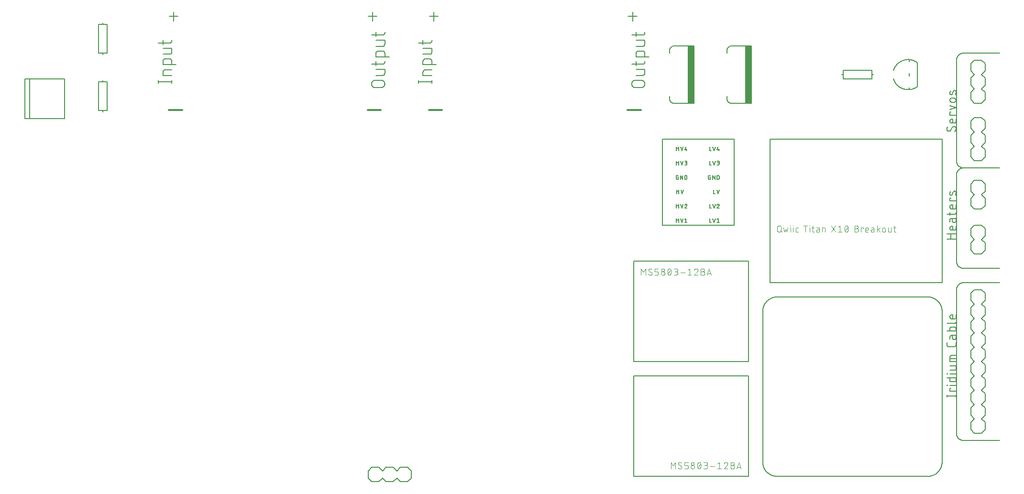
<source format=gto>
G75*
%MOIN*%
%OFA0B0*%
%FSLAX25Y25*%
%IPPOS*%
%LPD*%
%AMOC8*
5,1,8,0,0,1.08239X$1,22.5*
%
%ADD10C,0.00600*%
%ADD11C,0.00800*%
%ADD12C,0.01200*%
%ADD13C,0.00500*%
%ADD14R,0.04000X0.40000*%
%ADD15C,0.00400*%
D10*
X0500741Y0188400D02*
X0500741Y0191000D01*
X0500741Y0189844D02*
X0502186Y0189844D01*
X0502186Y0191000D02*
X0502186Y0188400D01*
X0504440Y0188400D02*
X0505306Y0191000D01*
X0506597Y0190422D02*
X0507320Y0191000D01*
X0507320Y0188400D01*
X0508042Y0188400D02*
X0506597Y0188400D01*
X0504440Y0188400D02*
X0503573Y0191000D01*
X0504440Y0198400D02*
X0505306Y0201000D01*
X0503573Y0201000D02*
X0504440Y0198400D01*
X0506597Y0198400D02*
X0508042Y0198400D01*
X0506597Y0198400D02*
X0507825Y0199844D01*
X0507392Y0201000D02*
X0507337Y0200998D01*
X0507282Y0200993D01*
X0507227Y0200984D01*
X0507174Y0200971D01*
X0507121Y0200955D01*
X0507069Y0200935D01*
X0507019Y0200912D01*
X0506970Y0200886D01*
X0506923Y0200856D01*
X0506879Y0200824D01*
X0506836Y0200788D01*
X0506796Y0200750D01*
X0506759Y0200709D01*
X0506724Y0200666D01*
X0506693Y0200621D01*
X0506664Y0200574D01*
X0506639Y0200525D01*
X0506616Y0200474D01*
X0506598Y0200422D01*
X0507825Y0199845D02*
X0507861Y0199881D01*
X0507894Y0199921D01*
X0507924Y0199962D01*
X0507951Y0200006D01*
X0507975Y0200052D01*
X0507995Y0200099D01*
X0508012Y0200147D01*
X0508025Y0200197D01*
X0508034Y0200248D01*
X0508040Y0200299D01*
X0508042Y0200350D01*
X0508040Y0200399D01*
X0508035Y0200447D01*
X0508026Y0200495D01*
X0508013Y0200542D01*
X0507997Y0200587D01*
X0507978Y0200632D01*
X0507955Y0200675D01*
X0507929Y0200716D01*
X0507900Y0200755D01*
X0507868Y0200792D01*
X0507834Y0200826D01*
X0507797Y0200858D01*
X0507758Y0200887D01*
X0507717Y0200913D01*
X0507674Y0200936D01*
X0507629Y0200955D01*
X0507584Y0200971D01*
X0507537Y0200984D01*
X0507489Y0200993D01*
X0507441Y0200998D01*
X0507392Y0201000D01*
X0502186Y0201000D02*
X0502186Y0198400D01*
X0502186Y0199844D02*
X0500741Y0199844D01*
X0500741Y0201000D02*
X0500741Y0198400D01*
X0500977Y0208400D02*
X0500977Y0211000D01*
X0500977Y0209844D02*
X0502421Y0209844D01*
X0502421Y0211000D02*
X0502421Y0208400D01*
X0504675Y0208400D02*
X0505542Y0211000D01*
X0503808Y0211000D02*
X0504675Y0208400D01*
X0504970Y0218400D02*
X0504970Y0221000D01*
X0503525Y0221000D02*
X0504970Y0218400D01*
X0503525Y0218400D02*
X0503525Y0221000D01*
X0501898Y0221000D02*
X0501031Y0221000D01*
X0500983Y0220998D01*
X0500936Y0220992D01*
X0500889Y0220982D01*
X0500843Y0220969D01*
X0500799Y0220951D01*
X0500756Y0220930D01*
X0500715Y0220906D01*
X0500676Y0220878D01*
X0500640Y0220847D01*
X0500606Y0220813D01*
X0500575Y0220777D01*
X0500547Y0220738D01*
X0500523Y0220697D01*
X0500502Y0220654D01*
X0500484Y0220610D01*
X0500471Y0220564D01*
X0500461Y0220517D01*
X0500455Y0220470D01*
X0500453Y0220422D01*
X0500453Y0218978D01*
X0500455Y0218933D01*
X0500460Y0218888D01*
X0500469Y0218843D01*
X0500481Y0218799D01*
X0500497Y0218757D01*
X0500516Y0218716D01*
X0500538Y0218676D01*
X0500563Y0218638D01*
X0500591Y0218603D01*
X0500622Y0218569D01*
X0500656Y0218538D01*
X0500691Y0218510D01*
X0500729Y0218485D01*
X0500769Y0218463D01*
X0500810Y0218444D01*
X0500852Y0218428D01*
X0500896Y0218416D01*
X0500941Y0218407D01*
X0500986Y0218402D01*
X0501031Y0218400D01*
X0501898Y0218400D01*
X0501898Y0219844D01*
X0501464Y0219844D01*
X0506597Y0221000D02*
X0507320Y0221000D01*
X0507372Y0220998D01*
X0507423Y0220993D01*
X0507473Y0220984D01*
X0507523Y0220971D01*
X0507572Y0220954D01*
X0507620Y0220935D01*
X0507666Y0220912D01*
X0507710Y0220885D01*
X0507753Y0220856D01*
X0507793Y0220824D01*
X0507831Y0220789D01*
X0507866Y0220751D01*
X0507898Y0220711D01*
X0507927Y0220668D01*
X0507954Y0220624D01*
X0507977Y0220578D01*
X0507996Y0220530D01*
X0508013Y0220481D01*
X0508026Y0220431D01*
X0508035Y0220381D01*
X0508040Y0220330D01*
X0508042Y0220278D01*
X0508042Y0219122D01*
X0508040Y0219070D01*
X0508035Y0219019D01*
X0508026Y0218969D01*
X0508013Y0218919D01*
X0507996Y0218870D01*
X0507977Y0218822D01*
X0507954Y0218776D01*
X0507927Y0218732D01*
X0507898Y0218689D01*
X0507866Y0218649D01*
X0507831Y0218611D01*
X0507793Y0218576D01*
X0507753Y0218544D01*
X0507710Y0218515D01*
X0507666Y0218488D01*
X0507620Y0218465D01*
X0507572Y0218446D01*
X0507523Y0218429D01*
X0507473Y0218416D01*
X0507423Y0218407D01*
X0507372Y0218402D01*
X0507320Y0218400D01*
X0506597Y0218400D01*
X0506597Y0221000D01*
X0506597Y0228400D02*
X0507320Y0228400D01*
X0507373Y0228402D01*
X0507425Y0228408D01*
X0507477Y0228417D01*
X0507528Y0228431D01*
X0507578Y0228448D01*
X0507626Y0228468D01*
X0507673Y0228492D01*
X0507718Y0228520D01*
X0507761Y0228551D01*
X0507802Y0228584D01*
X0507840Y0228621D01*
X0507875Y0228660D01*
X0507907Y0228702D01*
X0507936Y0228746D01*
X0507962Y0228792D01*
X0507984Y0228840D01*
X0508003Y0228889D01*
X0508019Y0228939D01*
X0508030Y0228991D01*
X0508038Y0229043D01*
X0508042Y0229096D01*
X0508042Y0229148D01*
X0508038Y0229201D01*
X0508030Y0229253D01*
X0508019Y0229305D01*
X0508003Y0229355D01*
X0507984Y0229404D01*
X0507962Y0229452D01*
X0507936Y0229498D01*
X0507907Y0229542D01*
X0507875Y0229584D01*
X0507840Y0229623D01*
X0507802Y0229660D01*
X0507761Y0229693D01*
X0507718Y0229724D01*
X0507673Y0229752D01*
X0507626Y0229776D01*
X0507578Y0229796D01*
X0507528Y0229813D01*
X0507477Y0229827D01*
X0507425Y0229836D01*
X0507373Y0229842D01*
X0507320Y0229844D01*
X0507464Y0229844D02*
X0506886Y0229844D01*
X0507464Y0229844D02*
X0507511Y0229846D01*
X0507557Y0229851D01*
X0507602Y0229861D01*
X0507647Y0229874D01*
X0507691Y0229890D01*
X0507733Y0229910D01*
X0507773Y0229933D01*
X0507811Y0229960D01*
X0507847Y0229989D01*
X0507881Y0230022D01*
X0507912Y0230056D01*
X0507940Y0230094D01*
X0507965Y0230133D01*
X0507986Y0230174D01*
X0508004Y0230217D01*
X0508019Y0230261D01*
X0508030Y0230306D01*
X0508038Y0230352D01*
X0508042Y0230399D01*
X0508042Y0230445D01*
X0508038Y0230492D01*
X0508030Y0230538D01*
X0508019Y0230583D01*
X0508004Y0230627D01*
X0507986Y0230670D01*
X0507965Y0230711D01*
X0507940Y0230750D01*
X0507912Y0230788D01*
X0507881Y0230822D01*
X0507847Y0230855D01*
X0507811Y0230884D01*
X0507773Y0230911D01*
X0507733Y0230934D01*
X0507691Y0230954D01*
X0507647Y0230970D01*
X0507602Y0230983D01*
X0507557Y0230993D01*
X0507511Y0230998D01*
X0507464Y0231000D01*
X0506597Y0231000D01*
X0505306Y0231000D02*
X0504440Y0228400D01*
X0503573Y0231000D01*
X0502186Y0231000D02*
X0502186Y0228400D01*
X0502186Y0229844D02*
X0500741Y0229844D01*
X0500741Y0231000D02*
X0500741Y0228400D01*
X0500741Y0238400D02*
X0500741Y0241000D01*
X0500741Y0239844D02*
X0502186Y0239844D01*
X0502186Y0241000D02*
X0502186Y0238400D01*
X0504440Y0238400D02*
X0505306Y0241000D01*
X0503573Y0241000D02*
X0504440Y0238400D01*
X0506597Y0238978D02*
X0508042Y0238978D01*
X0507608Y0239556D02*
X0507608Y0238400D01*
X0506597Y0238978D02*
X0507175Y0241000D01*
X0523827Y0241000D02*
X0523827Y0238400D01*
X0524982Y0238400D01*
X0526940Y0238400D02*
X0527806Y0241000D01*
X0526073Y0241000D02*
X0526940Y0238400D01*
X0529097Y0238978D02*
X0530542Y0238978D01*
X0530108Y0239556D02*
X0530108Y0238400D01*
X0529097Y0238978D02*
X0529675Y0241000D01*
X0529964Y0231000D02*
X0529097Y0231000D01*
X0529964Y0231000D02*
X0530011Y0230998D01*
X0530057Y0230993D01*
X0530102Y0230983D01*
X0530147Y0230970D01*
X0530191Y0230954D01*
X0530233Y0230934D01*
X0530273Y0230911D01*
X0530311Y0230884D01*
X0530347Y0230855D01*
X0530381Y0230822D01*
X0530412Y0230788D01*
X0530440Y0230750D01*
X0530465Y0230711D01*
X0530486Y0230670D01*
X0530504Y0230627D01*
X0530519Y0230583D01*
X0530530Y0230538D01*
X0530538Y0230492D01*
X0530542Y0230445D01*
X0530542Y0230399D01*
X0530538Y0230352D01*
X0530530Y0230306D01*
X0530519Y0230261D01*
X0530504Y0230217D01*
X0530486Y0230174D01*
X0530465Y0230133D01*
X0530440Y0230094D01*
X0530412Y0230056D01*
X0530381Y0230022D01*
X0530347Y0229989D01*
X0530311Y0229960D01*
X0530273Y0229933D01*
X0530233Y0229910D01*
X0530191Y0229890D01*
X0530147Y0229874D01*
X0530102Y0229861D01*
X0530057Y0229851D01*
X0530011Y0229846D01*
X0529964Y0229844D01*
X0529386Y0229844D01*
X0529820Y0229844D02*
X0529873Y0229842D01*
X0529925Y0229836D01*
X0529977Y0229827D01*
X0530028Y0229813D01*
X0530078Y0229796D01*
X0530126Y0229776D01*
X0530173Y0229752D01*
X0530218Y0229724D01*
X0530261Y0229693D01*
X0530302Y0229660D01*
X0530340Y0229623D01*
X0530375Y0229584D01*
X0530407Y0229542D01*
X0530436Y0229498D01*
X0530462Y0229452D01*
X0530484Y0229404D01*
X0530503Y0229355D01*
X0530519Y0229305D01*
X0530530Y0229253D01*
X0530538Y0229201D01*
X0530542Y0229148D01*
X0530542Y0229096D01*
X0530538Y0229043D01*
X0530530Y0228991D01*
X0530519Y0228939D01*
X0530503Y0228889D01*
X0530484Y0228840D01*
X0530462Y0228792D01*
X0530436Y0228746D01*
X0530407Y0228702D01*
X0530375Y0228660D01*
X0530340Y0228621D01*
X0530302Y0228584D01*
X0530261Y0228551D01*
X0530218Y0228520D01*
X0530173Y0228492D01*
X0530126Y0228468D01*
X0530078Y0228448D01*
X0530028Y0228431D01*
X0529977Y0228417D01*
X0529925Y0228408D01*
X0529873Y0228402D01*
X0529820Y0228400D01*
X0529097Y0228400D01*
X0526940Y0228400D02*
X0527806Y0231000D01*
X0526073Y0231000D02*
X0526940Y0228400D01*
X0524982Y0228400D02*
X0523827Y0228400D01*
X0523827Y0231000D01*
X0523531Y0221000D02*
X0524398Y0221000D01*
X0523531Y0221000D02*
X0523483Y0220998D01*
X0523436Y0220992D01*
X0523389Y0220982D01*
X0523343Y0220969D01*
X0523299Y0220951D01*
X0523256Y0220930D01*
X0523215Y0220906D01*
X0523176Y0220878D01*
X0523140Y0220847D01*
X0523106Y0220813D01*
X0523075Y0220777D01*
X0523047Y0220738D01*
X0523023Y0220697D01*
X0523002Y0220654D01*
X0522984Y0220610D01*
X0522971Y0220564D01*
X0522961Y0220517D01*
X0522955Y0220470D01*
X0522953Y0220422D01*
X0522953Y0218978D01*
X0522955Y0218933D01*
X0522960Y0218888D01*
X0522969Y0218843D01*
X0522981Y0218799D01*
X0522997Y0218757D01*
X0523016Y0218716D01*
X0523038Y0218676D01*
X0523063Y0218638D01*
X0523091Y0218603D01*
X0523122Y0218569D01*
X0523156Y0218538D01*
X0523191Y0218510D01*
X0523229Y0218485D01*
X0523269Y0218463D01*
X0523310Y0218444D01*
X0523352Y0218428D01*
X0523396Y0218416D01*
X0523441Y0218407D01*
X0523486Y0218402D01*
X0523531Y0218400D01*
X0524398Y0218400D01*
X0524398Y0219844D01*
X0523964Y0219844D01*
X0526025Y0221000D02*
X0527470Y0218400D01*
X0527470Y0221000D01*
X0526025Y0221000D02*
X0526025Y0218400D01*
X0529097Y0218400D02*
X0529820Y0218400D01*
X0529872Y0218402D01*
X0529923Y0218407D01*
X0529973Y0218416D01*
X0530023Y0218429D01*
X0530072Y0218446D01*
X0530120Y0218465D01*
X0530166Y0218488D01*
X0530210Y0218515D01*
X0530253Y0218544D01*
X0530293Y0218576D01*
X0530331Y0218611D01*
X0530366Y0218649D01*
X0530398Y0218689D01*
X0530427Y0218732D01*
X0530454Y0218776D01*
X0530477Y0218822D01*
X0530496Y0218870D01*
X0530513Y0218919D01*
X0530526Y0218969D01*
X0530535Y0219019D01*
X0530540Y0219070D01*
X0530542Y0219122D01*
X0530542Y0220278D01*
X0530540Y0220330D01*
X0530535Y0220381D01*
X0530526Y0220431D01*
X0530513Y0220481D01*
X0530496Y0220530D01*
X0530477Y0220578D01*
X0530454Y0220624D01*
X0530427Y0220668D01*
X0530398Y0220711D01*
X0530366Y0220751D01*
X0530331Y0220789D01*
X0530293Y0220824D01*
X0530253Y0220856D01*
X0530210Y0220885D01*
X0530166Y0220912D01*
X0530120Y0220935D01*
X0530072Y0220954D01*
X0530023Y0220971D01*
X0529973Y0220984D01*
X0529923Y0220993D01*
X0529872Y0220998D01*
X0529820Y0221000D01*
X0529097Y0221000D01*
X0529097Y0218400D01*
X0528808Y0211000D02*
X0529675Y0208400D01*
X0530542Y0211000D01*
X0527718Y0208400D02*
X0526562Y0208400D01*
X0526562Y0211000D01*
X0526073Y0201000D02*
X0526940Y0198400D01*
X0527806Y0201000D01*
X0530325Y0199845D02*
X0530361Y0199881D01*
X0530394Y0199921D01*
X0530424Y0199962D01*
X0530451Y0200006D01*
X0530475Y0200052D01*
X0530495Y0200099D01*
X0530512Y0200147D01*
X0530525Y0200197D01*
X0530534Y0200248D01*
X0530540Y0200299D01*
X0530542Y0200350D01*
X0530325Y0199844D02*
X0529097Y0198400D01*
X0530542Y0198400D01*
X0529098Y0200422D02*
X0529116Y0200474D01*
X0529139Y0200525D01*
X0529164Y0200574D01*
X0529193Y0200621D01*
X0529224Y0200666D01*
X0529259Y0200709D01*
X0529296Y0200750D01*
X0529336Y0200788D01*
X0529379Y0200824D01*
X0529423Y0200856D01*
X0529470Y0200886D01*
X0529519Y0200912D01*
X0529569Y0200935D01*
X0529621Y0200955D01*
X0529674Y0200971D01*
X0529727Y0200984D01*
X0529782Y0200993D01*
X0529837Y0200998D01*
X0529892Y0201000D01*
X0529941Y0200998D01*
X0529989Y0200993D01*
X0530037Y0200984D01*
X0530084Y0200971D01*
X0530129Y0200955D01*
X0530174Y0200936D01*
X0530217Y0200913D01*
X0530258Y0200887D01*
X0530297Y0200858D01*
X0530334Y0200826D01*
X0530368Y0200792D01*
X0530400Y0200755D01*
X0530429Y0200716D01*
X0530455Y0200675D01*
X0530478Y0200632D01*
X0530497Y0200587D01*
X0530513Y0200542D01*
X0530526Y0200495D01*
X0530535Y0200447D01*
X0530540Y0200399D01*
X0530542Y0200350D01*
X0524982Y0198400D02*
X0523827Y0198400D01*
X0523827Y0201000D01*
X0523827Y0191000D02*
X0523827Y0188400D01*
X0524982Y0188400D01*
X0526940Y0188400D02*
X0527806Y0191000D01*
X0529097Y0190422D02*
X0529820Y0191000D01*
X0529820Y0188400D01*
X0530542Y0188400D02*
X0529097Y0188400D01*
X0526940Y0188400D02*
X0526073Y0191000D01*
X0689142Y0193977D02*
X0694475Y0193977D01*
X0694539Y0193979D01*
X0694604Y0193985D01*
X0694667Y0193994D01*
X0694730Y0194008D01*
X0694792Y0194025D01*
X0694853Y0194046D01*
X0694913Y0194071D01*
X0694971Y0194099D01*
X0695027Y0194131D01*
X0695081Y0194166D01*
X0695133Y0194204D01*
X0695183Y0194245D01*
X0695229Y0194290D01*
X0695274Y0194336D01*
X0695315Y0194386D01*
X0695353Y0194438D01*
X0695388Y0194492D01*
X0695420Y0194548D01*
X0695448Y0194606D01*
X0695473Y0194666D01*
X0695494Y0194727D01*
X0695511Y0194789D01*
X0695525Y0194852D01*
X0695534Y0194915D01*
X0695540Y0194980D01*
X0695542Y0195044D01*
X0695542Y0195399D01*
X0694475Y0197674D02*
X0692697Y0197674D01*
X0693408Y0197674D02*
X0693408Y0200519D01*
X0692697Y0200519D01*
X0692697Y0200518D02*
X0692623Y0200516D01*
X0692548Y0200510D01*
X0692475Y0200500D01*
X0692401Y0200487D01*
X0692329Y0200470D01*
X0692258Y0200448D01*
X0692187Y0200424D01*
X0692119Y0200395D01*
X0692051Y0200363D01*
X0691986Y0200327D01*
X0691923Y0200289D01*
X0691861Y0200246D01*
X0691802Y0200201D01*
X0691745Y0200153D01*
X0691691Y0200102D01*
X0691640Y0200048D01*
X0691592Y0199991D01*
X0691547Y0199932D01*
X0691504Y0199870D01*
X0691466Y0199807D01*
X0691430Y0199742D01*
X0691398Y0199674D01*
X0691369Y0199606D01*
X0691345Y0199535D01*
X0691323Y0199464D01*
X0691306Y0199392D01*
X0691293Y0199318D01*
X0691283Y0199245D01*
X0691277Y0199170D01*
X0691275Y0199096D01*
X0691277Y0199022D01*
X0691283Y0198947D01*
X0691293Y0198874D01*
X0691306Y0198800D01*
X0691323Y0198728D01*
X0691345Y0198657D01*
X0691369Y0198586D01*
X0691398Y0198518D01*
X0691430Y0198450D01*
X0691466Y0198385D01*
X0691504Y0198322D01*
X0691547Y0198260D01*
X0691592Y0198201D01*
X0691640Y0198144D01*
X0691691Y0198090D01*
X0691745Y0198039D01*
X0691802Y0197991D01*
X0691861Y0197946D01*
X0691923Y0197903D01*
X0691986Y0197865D01*
X0692051Y0197829D01*
X0692119Y0197797D01*
X0692187Y0197768D01*
X0692258Y0197744D01*
X0692329Y0197722D01*
X0692401Y0197705D01*
X0692475Y0197692D01*
X0692548Y0197682D01*
X0692623Y0197676D01*
X0692697Y0197674D01*
X0694475Y0197674D02*
X0694539Y0197676D01*
X0694604Y0197682D01*
X0694667Y0197691D01*
X0694730Y0197705D01*
X0694792Y0197722D01*
X0694853Y0197743D01*
X0694913Y0197768D01*
X0694971Y0197796D01*
X0695027Y0197828D01*
X0695081Y0197863D01*
X0695133Y0197901D01*
X0695183Y0197942D01*
X0695229Y0197987D01*
X0695274Y0198033D01*
X0695315Y0198083D01*
X0695353Y0198135D01*
X0695388Y0198189D01*
X0695420Y0198245D01*
X0695448Y0198303D01*
X0695473Y0198363D01*
X0695494Y0198424D01*
X0695511Y0198486D01*
X0695525Y0198549D01*
X0695534Y0198612D01*
X0695540Y0198677D01*
X0695542Y0198741D01*
X0695542Y0200519D01*
X0695542Y0203246D02*
X0691275Y0203246D01*
X0691275Y0205379D01*
X0691986Y0205379D01*
X0693053Y0207849D02*
X0693764Y0209627D01*
X0693764Y0209626D02*
X0693788Y0209681D01*
X0693815Y0209734D01*
X0693846Y0209785D01*
X0693880Y0209834D01*
X0693917Y0209880D01*
X0693957Y0209924D01*
X0693999Y0209966D01*
X0694045Y0210004D01*
X0694092Y0210040D01*
X0694142Y0210072D01*
X0694194Y0210102D01*
X0694248Y0210127D01*
X0694303Y0210150D01*
X0694359Y0210168D01*
X0694417Y0210183D01*
X0694475Y0210195D01*
X0694534Y0210202D01*
X0694594Y0210206D01*
X0694653Y0210205D01*
X0694713Y0210201D01*
X0694772Y0210193D01*
X0694830Y0210182D01*
X0694887Y0210166D01*
X0694944Y0210147D01*
X0694999Y0210125D01*
X0695052Y0210098D01*
X0695104Y0210069D01*
X0695153Y0210036D01*
X0695201Y0210000D01*
X0695246Y0209961D01*
X0695288Y0209919D01*
X0695328Y0209875D01*
X0695364Y0209828D01*
X0695398Y0209779D01*
X0695428Y0209728D01*
X0695455Y0209675D01*
X0695479Y0209620D01*
X0695498Y0209564D01*
X0695515Y0209507D01*
X0695527Y0209448D01*
X0695536Y0209390D01*
X0695541Y0209330D01*
X0695542Y0209271D01*
X0691630Y0209805D02*
X0691583Y0209697D01*
X0691540Y0209587D01*
X0691499Y0209476D01*
X0691462Y0209364D01*
X0691428Y0209252D01*
X0691397Y0209138D01*
X0691370Y0209023D01*
X0691346Y0208907D01*
X0691326Y0208791D01*
X0691309Y0208675D01*
X0691295Y0208558D01*
X0691285Y0208440D01*
X0691278Y0208323D01*
X0691274Y0208205D01*
X0691275Y0208204D02*
X0691276Y0208145D01*
X0691281Y0208085D01*
X0691290Y0208027D01*
X0691302Y0207968D01*
X0691319Y0207911D01*
X0691338Y0207855D01*
X0691362Y0207800D01*
X0691389Y0207747D01*
X0691419Y0207696D01*
X0691453Y0207647D01*
X0691489Y0207600D01*
X0691529Y0207556D01*
X0691571Y0207514D01*
X0691616Y0207475D01*
X0691664Y0207439D01*
X0691713Y0207406D01*
X0691765Y0207377D01*
X0691818Y0207350D01*
X0691873Y0207328D01*
X0691930Y0207309D01*
X0691987Y0207293D01*
X0692045Y0207282D01*
X0692104Y0207274D01*
X0692164Y0207270D01*
X0692223Y0207269D01*
X0692283Y0207273D01*
X0692342Y0207280D01*
X0692400Y0207292D01*
X0692458Y0207307D01*
X0692514Y0207325D01*
X0692569Y0207348D01*
X0692623Y0207373D01*
X0692675Y0207403D01*
X0692725Y0207435D01*
X0692772Y0207471D01*
X0692818Y0207509D01*
X0692860Y0207551D01*
X0692900Y0207595D01*
X0692937Y0207641D01*
X0692971Y0207690D01*
X0693002Y0207741D01*
X0693029Y0207794D01*
X0693053Y0207849D01*
X0695187Y0207315D02*
X0695237Y0207460D01*
X0695283Y0207607D01*
X0695326Y0207754D01*
X0695365Y0207903D01*
X0695400Y0208053D01*
X0695432Y0208203D01*
X0695459Y0208354D01*
X0695483Y0208506D01*
X0695502Y0208658D01*
X0695518Y0208811D01*
X0695530Y0208964D01*
X0695538Y0209117D01*
X0695542Y0209271D01*
X0695842Y0221300D02*
X0695842Y0161300D01*
X0695844Y0161160D01*
X0695850Y0161020D01*
X0695860Y0160880D01*
X0695873Y0160740D01*
X0695891Y0160601D01*
X0695913Y0160462D01*
X0695938Y0160325D01*
X0695967Y0160187D01*
X0696000Y0160051D01*
X0696037Y0159916D01*
X0696078Y0159782D01*
X0696123Y0159649D01*
X0696171Y0159517D01*
X0696223Y0159387D01*
X0696278Y0159258D01*
X0696337Y0159131D01*
X0696400Y0159005D01*
X0696466Y0158881D01*
X0696535Y0158760D01*
X0696608Y0158640D01*
X0696685Y0158522D01*
X0696764Y0158407D01*
X0696847Y0158293D01*
X0696933Y0158183D01*
X0697022Y0158074D01*
X0697114Y0157968D01*
X0697209Y0157865D01*
X0697306Y0157764D01*
X0697407Y0157667D01*
X0697510Y0157572D01*
X0697616Y0157480D01*
X0697725Y0157391D01*
X0697835Y0157305D01*
X0697949Y0157222D01*
X0698064Y0157143D01*
X0698182Y0157066D01*
X0698302Y0156993D01*
X0698423Y0156924D01*
X0698547Y0156858D01*
X0698673Y0156795D01*
X0698800Y0156736D01*
X0698929Y0156681D01*
X0699059Y0156629D01*
X0699191Y0156581D01*
X0699324Y0156536D01*
X0699458Y0156495D01*
X0699593Y0156458D01*
X0699729Y0156425D01*
X0699867Y0156396D01*
X0700004Y0156371D01*
X0700143Y0156349D01*
X0700282Y0156331D01*
X0700422Y0156318D01*
X0700562Y0156308D01*
X0700702Y0156302D01*
X0700842Y0156300D01*
X0725842Y0156300D01*
X0725842Y0146300D02*
X0700842Y0146300D01*
X0700702Y0146298D01*
X0700562Y0146292D01*
X0700422Y0146282D01*
X0700282Y0146269D01*
X0700143Y0146251D01*
X0700004Y0146229D01*
X0699867Y0146204D01*
X0699729Y0146175D01*
X0699593Y0146142D01*
X0699458Y0146105D01*
X0699324Y0146064D01*
X0699191Y0146019D01*
X0699059Y0145971D01*
X0698929Y0145919D01*
X0698800Y0145864D01*
X0698673Y0145805D01*
X0698547Y0145742D01*
X0698423Y0145676D01*
X0698302Y0145607D01*
X0698182Y0145534D01*
X0698064Y0145457D01*
X0697949Y0145378D01*
X0697835Y0145295D01*
X0697725Y0145209D01*
X0697616Y0145120D01*
X0697510Y0145028D01*
X0697407Y0144933D01*
X0697306Y0144836D01*
X0697209Y0144735D01*
X0697114Y0144632D01*
X0697022Y0144526D01*
X0696933Y0144417D01*
X0696847Y0144307D01*
X0696764Y0144193D01*
X0696685Y0144078D01*
X0696608Y0143960D01*
X0696535Y0143840D01*
X0696466Y0143719D01*
X0696400Y0143595D01*
X0696337Y0143469D01*
X0696278Y0143342D01*
X0696223Y0143213D01*
X0696171Y0143083D01*
X0696123Y0142951D01*
X0696078Y0142818D01*
X0696037Y0142684D01*
X0696000Y0142549D01*
X0695967Y0142413D01*
X0695938Y0142275D01*
X0695913Y0142138D01*
X0695891Y0141999D01*
X0695873Y0141860D01*
X0695860Y0141720D01*
X0695850Y0141580D01*
X0695844Y0141440D01*
X0695842Y0141300D01*
X0695842Y0041300D01*
X0695844Y0041160D01*
X0695850Y0041020D01*
X0695860Y0040880D01*
X0695873Y0040740D01*
X0695891Y0040601D01*
X0695913Y0040462D01*
X0695938Y0040325D01*
X0695967Y0040187D01*
X0696000Y0040051D01*
X0696037Y0039916D01*
X0696078Y0039782D01*
X0696123Y0039649D01*
X0696171Y0039517D01*
X0696223Y0039387D01*
X0696278Y0039258D01*
X0696337Y0039131D01*
X0696400Y0039005D01*
X0696466Y0038881D01*
X0696535Y0038760D01*
X0696608Y0038640D01*
X0696685Y0038522D01*
X0696764Y0038407D01*
X0696847Y0038293D01*
X0696933Y0038183D01*
X0697022Y0038074D01*
X0697114Y0037968D01*
X0697209Y0037865D01*
X0697306Y0037764D01*
X0697407Y0037667D01*
X0697510Y0037572D01*
X0697616Y0037480D01*
X0697725Y0037391D01*
X0697835Y0037305D01*
X0697949Y0037222D01*
X0698064Y0037143D01*
X0698182Y0037066D01*
X0698302Y0036993D01*
X0698423Y0036924D01*
X0698547Y0036858D01*
X0698673Y0036795D01*
X0698800Y0036736D01*
X0698929Y0036681D01*
X0699059Y0036629D01*
X0699191Y0036581D01*
X0699324Y0036536D01*
X0699458Y0036495D01*
X0699593Y0036458D01*
X0699729Y0036425D01*
X0699867Y0036396D01*
X0700004Y0036371D01*
X0700143Y0036349D01*
X0700282Y0036331D01*
X0700422Y0036318D01*
X0700562Y0036308D01*
X0700702Y0036302D01*
X0700842Y0036300D01*
X0725842Y0036300D01*
X0695542Y0066600D02*
X0695542Y0068022D01*
X0695542Y0067311D02*
X0689142Y0067311D01*
X0689142Y0066600D02*
X0689142Y0068022D01*
X0691275Y0070640D02*
X0691275Y0072774D01*
X0691986Y0072774D01*
X0691275Y0074696D02*
X0695542Y0074696D01*
X0694475Y0077142D02*
X0692342Y0077142D01*
X0692278Y0077144D01*
X0692213Y0077150D01*
X0692150Y0077159D01*
X0692087Y0077173D01*
X0692025Y0077190D01*
X0691964Y0077211D01*
X0691904Y0077236D01*
X0691846Y0077264D01*
X0691790Y0077296D01*
X0691736Y0077331D01*
X0691684Y0077369D01*
X0691634Y0077410D01*
X0691588Y0077455D01*
X0691543Y0077501D01*
X0691502Y0077551D01*
X0691464Y0077603D01*
X0691429Y0077657D01*
X0691397Y0077713D01*
X0691369Y0077771D01*
X0691344Y0077831D01*
X0691323Y0077892D01*
X0691306Y0077954D01*
X0691292Y0078017D01*
X0691283Y0078080D01*
X0691277Y0078145D01*
X0691275Y0078209D01*
X0691275Y0079987D01*
X0689142Y0079987D02*
X0695542Y0079987D01*
X0695542Y0078209D01*
X0695540Y0078145D01*
X0695534Y0078080D01*
X0695525Y0078017D01*
X0695511Y0077954D01*
X0695494Y0077892D01*
X0695473Y0077831D01*
X0695448Y0077771D01*
X0695420Y0077713D01*
X0695388Y0077657D01*
X0695353Y0077603D01*
X0695315Y0077551D01*
X0695274Y0077501D01*
X0695229Y0077455D01*
X0695183Y0077410D01*
X0695133Y0077369D01*
X0695081Y0077331D01*
X0695027Y0077296D01*
X0694971Y0077264D01*
X0694913Y0077236D01*
X0694853Y0077211D01*
X0694792Y0077190D01*
X0694730Y0077173D01*
X0694667Y0077159D01*
X0694604Y0077150D01*
X0694539Y0077144D01*
X0694475Y0077142D01*
X0689497Y0074874D02*
X0689497Y0074518D01*
X0689142Y0074518D01*
X0689142Y0074874D01*
X0689497Y0074874D01*
X0691275Y0070640D02*
X0695542Y0070640D01*
X0695542Y0082696D02*
X0691275Y0082696D01*
X0689497Y0082874D02*
X0689497Y0082518D01*
X0689142Y0082518D01*
X0689142Y0082874D01*
X0689497Y0082874D01*
X0691275Y0085377D02*
X0694475Y0085377D01*
X0694475Y0085376D02*
X0694539Y0085378D01*
X0694604Y0085384D01*
X0694667Y0085393D01*
X0694730Y0085407D01*
X0694792Y0085424D01*
X0694853Y0085445D01*
X0694913Y0085470D01*
X0694971Y0085498D01*
X0695027Y0085530D01*
X0695081Y0085565D01*
X0695133Y0085603D01*
X0695183Y0085644D01*
X0695229Y0085689D01*
X0695274Y0085735D01*
X0695315Y0085785D01*
X0695353Y0085837D01*
X0695388Y0085891D01*
X0695420Y0085947D01*
X0695448Y0086005D01*
X0695473Y0086065D01*
X0695494Y0086126D01*
X0695511Y0086188D01*
X0695525Y0086251D01*
X0695534Y0086314D01*
X0695540Y0086379D01*
X0695542Y0086443D01*
X0695542Y0088221D01*
X0691275Y0088221D01*
X0691275Y0091230D02*
X0691275Y0094430D01*
X0691277Y0094494D01*
X0691283Y0094559D01*
X0691292Y0094622D01*
X0691306Y0094685D01*
X0691323Y0094747D01*
X0691344Y0094808D01*
X0691369Y0094868D01*
X0691397Y0094926D01*
X0691429Y0094982D01*
X0691464Y0095036D01*
X0691502Y0095088D01*
X0691543Y0095138D01*
X0691588Y0095184D01*
X0691634Y0095229D01*
X0691684Y0095270D01*
X0691736Y0095308D01*
X0691790Y0095343D01*
X0691846Y0095375D01*
X0691904Y0095403D01*
X0691964Y0095428D01*
X0692025Y0095449D01*
X0692087Y0095466D01*
X0692150Y0095480D01*
X0692213Y0095489D01*
X0692278Y0095495D01*
X0692342Y0095497D01*
X0692342Y0095496D02*
X0695542Y0095496D01*
X0695542Y0093363D02*
X0691275Y0093363D01*
X0691275Y0091230D02*
X0695542Y0091230D01*
X0694120Y0101621D02*
X0690564Y0101621D01*
X0690564Y0101622D02*
X0690490Y0101624D01*
X0690415Y0101630D01*
X0690342Y0101640D01*
X0690268Y0101653D01*
X0690196Y0101670D01*
X0690125Y0101692D01*
X0690054Y0101716D01*
X0689986Y0101745D01*
X0689918Y0101777D01*
X0689853Y0101813D01*
X0689790Y0101851D01*
X0689728Y0101894D01*
X0689669Y0101939D01*
X0689613Y0101987D01*
X0689559Y0102038D01*
X0689507Y0102092D01*
X0689459Y0102149D01*
X0689414Y0102208D01*
X0689371Y0102270D01*
X0689333Y0102333D01*
X0689297Y0102398D01*
X0689265Y0102466D01*
X0689236Y0102534D01*
X0689212Y0102605D01*
X0689190Y0102676D01*
X0689173Y0102748D01*
X0689160Y0102822D01*
X0689150Y0102895D01*
X0689144Y0102970D01*
X0689142Y0103044D01*
X0689142Y0104466D01*
X0691275Y0107037D02*
X0691275Y0108459D01*
X0691277Y0108523D01*
X0691283Y0108588D01*
X0691292Y0108651D01*
X0691306Y0108714D01*
X0691323Y0108776D01*
X0691344Y0108837D01*
X0691369Y0108897D01*
X0691397Y0108955D01*
X0691429Y0109011D01*
X0691464Y0109065D01*
X0691502Y0109117D01*
X0691543Y0109167D01*
X0691588Y0109213D01*
X0691634Y0109258D01*
X0691684Y0109299D01*
X0691736Y0109337D01*
X0691790Y0109372D01*
X0691846Y0109404D01*
X0691904Y0109432D01*
X0691964Y0109457D01*
X0692025Y0109478D01*
X0692087Y0109495D01*
X0692150Y0109509D01*
X0692213Y0109518D01*
X0692278Y0109524D01*
X0692342Y0109526D01*
X0695542Y0109526D01*
X0695542Y0107926D01*
X0695541Y0107926D02*
X0695539Y0107856D01*
X0695533Y0107787D01*
X0695523Y0107718D01*
X0695510Y0107649D01*
X0695492Y0107582D01*
X0695471Y0107515D01*
X0695446Y0107450D01*
X0695418Y0107386D01*
X0695386Y0107324D01*
X0695350Y0107264D01*
X0695312Y0107206D01*
X0695270Y0107150D01*
X0695225Y0107097D01*
X0695177Y0107046D01*
X0695126Y0106998D01*
X0695073Y0106953D01*
X0695017Y0106911D01*
X0694959Y0106873D01*
X0694899Y0106837D01*
X0694837Y0106805D01*
X0694773Y0106777D01*
X0694708Y0106752D01*
X0694641Y0106731D01*
X0694574Y0106713D01*
X0694505Y0106700D01*
X0694436Y0106690D01*
X0694367Y0106684D01*
X0694297Y0106682D01*
X0694227Y0106684D01*
X0694158Y0106690D01*
X0694089Y0106700D01*
X0694020Y0106713D01*
X0693953Y0106731D01*
X0693886Y0106752D01*
X0693821Y0106777D01*
X0693757Y0106805D01*
X0693695Y0106837D01*
X0693635Y0106873D01*
X0693577Y0106911D01*
X0693521Y0106953D01*
X0693468Y0106998D01*
X0693417Y0107046D01*
X0693369Y0107097D01*
X0693324Y0107150D01*
X0693282Y0107206D01*
X0693244Y0107264D01*
X0693208Y0107324D01*
X0693176Y0107386D01*
X0693148Y0107450D01*
X0693123Y0107515D01*
X0693102Y0107582D01*
X0693084Y0107649D01*
X0693071Y0107718D01*
X0693061Y0107787D01*
X0693055Y0107856D01*
X0693053Y0107926D01*
X0693053Y0109526D01*
X0691275Y0112483D02*
X0691275Y0114261D01*
X0691277Y0114325D01*
X0691283Y0114390D01*
X0691292Y0114453D01*
X0691306Y0114516D01*
X0691323Y0114578D01*
X0691344Y0114639D01*
X0691369Y0114699D01*
X0691397Y0114757D01*
X0691429Y0114813D01*
X0691464Y0114867D01*
X0691502Y0114919D01*
X0691543Y0114969D01*
X0691588Y0115015D01*
X0691634Y0115060D01*
X0691684Y0115101D01*
X0691736Y0115139D01*
X0691790Y0115174D01*
X0691846Y0115206D01*
X0691904Y0115234D01*
X0691964Y0115259D01*
X0692025Y0115280D01*
X0692087Y0115297D01*
X0692150Y0115311D01*
X0692213Y0115320D01*
X0692278Y0115326D01*
X0692342Y0115328D01*
X0694475Y0115328D01*
X0694539Y0115326D01*
X0694604Y0115320D01*
X0694667Y0115311D01*
X0694730Y0115297D01*
X0694792Y0115280D01*
X0694853Y0115259D01*
X0694913Y0115234D01*
X0694971Y0115206D01*
X0695027Y0115174D01*
X0695081Y0115139D01*
X0695133Y0115101D01*
X0695183Y0115060D01*
X0695229Y0115015D01*
X0695274Y0114969D01*
X0695315Y0114919D01*
X0695353Y0114867D01*
X0695388Y0114813D01*
X0695420Y0114757D01*
X0695448Y0114699D01*
X0695473Y0114639D01*
X0695494Y0114578D01*
X0695511Y0114516D01*
X0695525Y0114453D01*
X0695534Y0114390D01*
X0695540Y0114325D01*
X0695542Y0114261D01*
X0695542Y0112483D01*
X0689142Y0112483D01*
X0689142Y0117881D02*
X0694475Y0117881D01*
X0694539Y0117883D01*
X0694604Y0117889D01*
X0694667Y0117898D01*
X0694730Y0117912D01*
X0694792Y0117929D01*
X0694853Y0117950D01*
X0694913Y0117975D01*
X0694971Y0118003D01*
X0695027Y0118035D01*
X0695081Y0118070D01*
X0695133Y0118108D01*
X0695183Y0118149D01*
X0695229Y0118194D01*
X0695274Y0118240D01*
X0695315Y0118290D01*
X0695353Y0118342D01*
X0695388Y0118396D01*
X0695420Y0118452D01*
X0695448Y0118510D01*
X0695473Y0118570D01*
X0695494Y0118631D01*
X0695511Y0118693D01*
X0695525Y0118756D01*
X0695534Y0118819D01*
X0695540Y0118884D01*
X0695542Y0118948D01*
X0694475Y0121070D02*
X0692697Y0121070D01*
X0693408Y0121070D02*
X0693408Y0123914D01*
X0692697Y0123914D01*
X0692623Y0123912D01*
X0692548Y0123906D01*
X0692475Y0123896D01*
X0692401Y0123883D01*
X0692329Y0123866D01*
X0692258Y0123844D01*
X0692187Y0123820D01*
X0692119Y0123791D01*
X0692051Y0123759D01*
X0691986Y0123723D01*
X0691923Y0123685D01*
X0691861Y0123642D01*
X0691802Y0123597D01*
X0691745Y0123549D01*
X0691691Y0123498D01*
X0691640Y0123444D01*
X0691592Y0123387D01*
X0691547Y0123328D01*
X0691504Y0123266D01*
X0691466Y0123203D01*
X0691430Y0123138D01*
X0691398Y0123070D01*
X0691369Y0123002D01*
X0691345Y0122931D01*
X0691323Y0122860D01*
X0691306Y0122788D01*
X0691293Y0122714D01*
X0691283Y0122641D01*
X0691277Y0122566D01*
X0691275Y0122492D01*
X0691277Y0122418D01*
X0691283Y0122343D01*
X0691293Y0122270D01*
X0691306Y0122196D01*
X0691323Y0122124D01*
X0691345Y0122053D01*
X0691369Y0121982D01*
X0691398Y0121914D01*
X0691430Y0121846D01*
X0691466Y0121781D01*
X0691504Y0121718D01*
X0691547Y0121656D01*
X0691592Y0121597D01*
X0691640Y0121540D01*
X0691691Y0121486D01*
X0691745Y0121435D01*
X0691802Y0121387D01*
X0691861Y0121342D01*
X0691923Y0121299D01*
X0691986Y0121261D01*
X0692051Y0121225D01*
X0692119Y0121193D01*
X0692187Y0121164D01*
X0692258Y0121140D01*
X0692329Y0121118D01*
X0692401Y0121101D01*
X0692475Y0121088D01*
X0692548Y0121078D01*
X0692623Y0121072D01*
X0692697Y0121070D01*
X0694475Y0121070D02*
X0694539Y0121072D01*
X0694604Y0121078D01*
X0694667Y0121087D01*
X0694730Y0121101D01*
X0694792Y0121118D01*
X0694853Y0121139D01*
X0694913Y0121164D01*
X0694971Y0121192D01*
X0695027Y0121224D01*
X0695081Y0121259D01*
X0695133Y0121297D01*
X0695183Y0121338D01*
X0695229Y0121383D01*
X0695274Y0121429D01*
X0695315Y0121479D01*
X0695353Y0121531D01*
X0695388Y0121585D01*
X0695420Y0121641D01*
X0695448Y0121699D01*
X0695473Y0121759D01*
X0695494Y0121820D01*
X0695511Y0121882D01*
X0695525Y0121945D01*
X0695534Y0122008D01*
X0695540Y0122073D01*
X0695542Y0122137D01*
X0695542Y0123914D01*
X0695542Y0104466D02*
X0695542Y0103044D01*
X0695540Y0102970D01*
X0695534Y0102895D01*
X0695524Y0102822D01*
X0695511Y0102748D01*
X0695494Y0102676D01*
X0695472Y0102605D01*
X0695448Y0102534D01*
X0695419Y0102466D01*
X0695387Y0102398D01*
X0695351Y0102333D01*
X0695313Y0102270D01*
X0695270Y0102208D01*
X0695225Y0102149D01*
X0695177Y0102092D01*
X0695126Y0102038D01*
X0695072Y0101987D01*
X0695015Y0101939D01*
X0694956Y0101894D01*
X0694894Y0101851D01*
X0694831Y0101813D01*
X0694766Y0101777D01*
X0694698Y0101745D01*
X0694630Y0101716D01*
X0694559Y0101692D01*
X0694488Y0101670D01*
X0694416Y0101653D01*
X0694342Y0101640D01*
X0694269Y0101630D01*
X0694194Y0101624D01*
X0694120Y0101622D01*
X0695542Y0176600D02*
X0689142Y0176600D01*
X0691986Y0176600D02*
X0691986Y0180156D01*
X0692697Y0182904D02*
X0694475Y0182904D01*
X0693408Y0182904D02*
X0693408Y0185749D01*
X0692697Y0185749D01*
X0692623Y0185747D01*
X0692548Y0185741D01*
X0692475Y0185731D01*
X0692401Y0185718D01*
X0692329Y0185701D01*
X0692258Y0185679D01*
X0692187Y0185655D01*
X0692119Y0185626D01*
X0692051Y0185594D01*
X0691986Y0185558D01*
X0691923Y0185520D01*
X0691861Y0185477D01*
X0691802Y0185432D01*
X0691745Y0185384D01*
X0691691Y0185333D01*
X0691640Y0185279D01*
X0691592Y0185222D01*
X0691547Y0185163D01*
X0691504Y0185101D01*
X0691466Y0185038D01*
X0691430Y0184973D01*
X0691398Y0184905D01*
X0691369Y0184837D01*
X0691345Y0184766D01*
X0691323Y0184695D01*
X0691306Y0184623D01*
X0691293Y0184549D01*
X0691283Y0184476D01*
X0691277Y0184401D01*
X0691275Y0184327D01*
X0691277Y0184253D01*
X0691283Y0184178D01*
X0691293Y0184105D01*
X0691306Y0184031D01*
X0691323Y0183959D01*
X0691345Y0183888D01*
X0691369Y0183817D01*
X0691398Y0183749D01*
X0691430Y0183681D01*
X0691466Y0183616D01*
X0691504Y0183553D01*
X0691547Y0183491D01*
X0691592Y0183432D01*
X0691640Y0183375D01*
X0691691Y0183321D01*
X0691745Y0183270D01*
X0691802Y0183222D01*
X0691861Y0183177D01*
X0691923Y0183134D01*
X0691986Y0183096D01*
X0692051Y0183060D01*
X0692119Y0183028D01*
X0692187Y0182999D01*
X0692258Y0182975D01*
X0692329Y0182953D01*
X0692401Y0182936D01*
X0692475Y0182923D01*
X0692548Y0182913D01*
X0692623Y0182907D01*
X0692697Y0182905D01*
X0694475Y0182904D02*
X0694539Y0182906D01*
X0694604Y0182912D01*
X0694667Y0182921D01*
X0694730Y0182935D01*
X0694792Y0182952D01*
X0694853Y0182973D01*
X0694913Y0182998D01*
X0694971Y0183026D01*
X0695027Y0183058D01*
X0695081Y0183093D01*
X0695133Y0183131D01*
X0695183Y0183172D01*
X0695229Y0183217D01*
X0695274Y0183263D01*
X0695315Y0183313D01*
X0695353Y0183365D01*
X0695388Y0183419D01*
X0695420Y0183475D01*
X0695448Y0183533D01*
X0695473Y0183593D01*
X0695494Y0183654D01*
X0695511Y0183716D01*
X0695525Y0183779D01*
X0695534Y0183842D01*
X0695540Y0183907D01*
X0695542Y0183971D01*
X0695542Y0185749D01*
X0695542Y0189454D02*
X0695542Y0191054D01*
X0692342Y0191054D01*
X0693053Y0191054D02*
X0693053Y0189454D01*
X0692342Y0191054D02*
X0692278Y0191052D01*
X0692213Y0191046D01*
X0692150Y0191037D01*
X0692087Y0191023D01*
X0692025Y0191006D01*
X0691964Y0190985D01*
X0691904Y0190960D01*
X0691846Y0190932D01*
X0691790Y0190900D01*
X0691736Y0190865D01*
X0691684Y0190827D01*
X0691634Y0190786D01*
X0691588Y0190741D01*
X0691543Y0190695D01*
X0691502Y0190645D01*
X0691464Y0190593D01*
X0691429Y0190539D01*
X0691397Y0190483D01*
X0691369Y0190425D01*
X0691344Y0190365D01*
X0691323Y0190304D01*
X0691306Y0190242D01*
X0691292Y0190179D01*
X0691283Y0190116D01*
X0691277Y0190051D01*
X0691275Y0189987D01*
X0691275Y0188565D01*
X0693053Y0189454D02*
X0693055Y0189384D01*
X0693061Y0189315D01*
X0693071Y0189246D01*
X0693084Y0189177D01*
X0693102Y0189110D01*
X0693123Y0189043D01*
X0693148Y0188978D01*
X0693176Y0188914D01*
X0693208Y0188852D01*
X0693244Y0188792D01*
X0693282Y0188734D01*
X0693324Y0188678D01*
X0693369Y0188625D01*
X0693417Y0188574D01*
X0693468Y0188526D01*
X0693521Y0188481D01*
X0693577Y0188439D01*
X0693635Y0188401D01*
X0693695Y0188365D01*
X0693757Y0188333D01*
X0693821Y0188305D01*
X0693886Y0188280D01*
X0693953Y0188259D01*
X0694020Y0188241D01*
X0694089Y0188228D01*
X0694158Y0188218D01*
X0694227Y0188212D01*
X0694297Y0188210D01*
X0694367Y0188212D01*
X0694436Y0188218D01*
X0694505Y0188228D01*
X0694574Y0188241D01*
X0694641Y0188259D01*
X0694708Y0188280D01*
X0694773Y0188305D01*
X0694837Y0188333D01*
X0694899Y0188365D01*
X0694959Y0188401D01*
X0695017Y0188439D01*
X0695073Y0188481D01*
X0695126Y0188526D01*
X0695177Y0188574D01*
X0695225Y0188625D01*
X0695270Y0188678D01*
X0695312Y0188734D01*
X0695350Y0188792D01*
X0695386Y0188852D01*
X0695418Y0188914D01*
X0695446Y0188978D01*
X0695471Y0189043D01*
X0695492Y0189110D01*
X0695510Y0189177D01*
X0695523Y0189246D01*
X0695533Y0189315D01*
X0695539Y0189384D01*
X0695541Y0189454D01*
X0691275Y0193266D02*
X0691275Y0195399D01*
X0689142Y0180156D02*
X0695542Y0180156D01*
X0695842Y0221300D02*
X0695844Y0221440D01*
X0695850Y0221580D01*
X0695860Y0221720D01*
X0695873Y0221860D01*
X0695891Y0221999D01*
X0695913Y0222138D01*
X0695938Y0222275D01*
X0695967Y0222413D01*
X0696000Y0222549D01*
X0696037Y0222684D01*
X0696078Y0222818D01*
X0696123Y0222951D01*
X0696171Y0223083D01*
X0696223Y0223213D01*
X0696278Y0223342D01*
X0696337Y0223469D01*
X0696400Y0223595D01*
X0696466Y0223719D01*
X0696535Y0223840D01*
X0696608Y0223960D01*
X0696685Y0224078D01*
X0696764Y0224193D01*
X0696847Y0224307D01*
X0696933Y0224417D01*
X0697022Y0224526D01*
X0697114Y0224632D01*
X0697209Y0224735D01*
X0697306Y0224836D01*
X0697407Y0224933D01*
X0697510Y0225028D01*
X0697616Y0225120D01*
X0697725Y0225209D01*
X0697835Y0225295D01*
X0697949Y0225378D01*
X0698064Y0225457D01*
X0698182Y0225534D01*
X0698302Y0225607D01*
X0698423Y0225676D01*
X0698547Y0225742D01*
X0698673Y0225805D01*
X0698800Y0225864D01*
X0698929Y0225919D01*
X0699059Y0225971D01*
X0699191Y0226019D01*
X0699324Y0226064D01*
X0699458Y0226105D01*
X0699593Y0226142D01*
X0699729Y0226175D01*
X0699867Y0226204D01*
X0700004Y0226229D01*
X0700143Y0226251D01*
X0700282Y0226269D01*
X0700422Y0226282D01*
X0700562Y0226292D01*
X0700702Y0226298D01*
X0700842Y0226300D01*
X0725842Y0226300D01*
X0700842Y0226300D02*
X0700702Y0226302D01*
X0700562Y0226308D01*
X0700422Y0226318D01*
X0700282Y0226331D01*
X0700143Y0226349D01*
X0700004Y0226371D01*
X0699867Y0226396D01*
X0699729Y0226425D01*
X0699593Y0226458D01*
X0699458Y0226495D01*
X0699324Y0226536D01*
X0699191Y0226581D01*
X0699059Y0226629D01*
X0698929Y0226681D01*
X0698800Y0226736D01*
X0698673Y0226795D01*
X0698547Y0226858D01*
X0698423Y0226924D01*
X0698302Y0226993D01*
X0698182Y0227066D01*
X0698064Y0227143D01*
X0697949Y0227222D01*
X0697835Y0227305D01*
X0697725Y0227391D01*
X0697616Y0227480D01*
X0697510Y0227572D01*
X0697407Y0227667D01*
X0697306Y0227764D01*
X0697209Y0227865D01*
X0697114Y0227968D01*
X0697022Y0228074D01*
X0696933Y0228183D01*
X0696847Y0228293D01*
X0696764Y0228407D01*
X0696685Y0228522D01*
X0696608Y0228640D01*
X0696535Y0228760D01*
X0696466Y0228881D01*
X0696400Y0229005D01*
X0696337Y0229131D01*
X0696278Y0229258D01*
X0696223Y0229387D01*
X0696171Y0229517D01*
X0696123Y0229649D01*
X0696078Y0229782D01*
X0696037Y0229916D01*
X0696000Y0230051D01*
X0695967Y0230187D01*
X0695938Y0230325D01*
X0695913Y0230462D01*
X0695891Y0230601D01*
X0695873Y0230740D01*
X0695860Y0230880D01*
X0695850Y0231020D01*
X0695844Y0231160D01*
X0695842Y0231300D01*
X0695842Y0301300D01*
X0695844Y0301440D01*
X0695850Y0301580D01*
X0695860Y0301720D01*
X0695873Y0301860D01*
X0695891Y0301999D01*
X0695913Y0302138D01*
X0695938Y0302275D01*
X0695967Y0302413D01*
X0696000Y0302549D01*
X0696037Y0302684D01*
X0696078Y0302818D01*
X0696123Y0302951D01*
X0696171Y0303083D01*
X0696223Y0303213D01*
X0696278Y0303342D01*
X0696337Y0303469D01*
X0696400Y0303595D01*
X0696466Y0303719D01*
X0696535Y0303840D01*
X0696608Y0303960D01*
X0696685Y0304078D01*
X0696764Y0304193D01*
X0696847Y0304307D01*
X0696933Y0304417D01*
X0697022Y0304526D01*
X0697114Y0304632D01*
X0697209Y0304735D01*
X0697306Y0304836D01*
X0697407Y0304933D01*
X0697510Y0305028D01*
X0697616Y0305120D01*
X0697725Y0305209D01*
X0697835Y0305295D01*
X0697949Y0305378D01*
X0698064Y0305457D01*
X0698182Y0305534D01*
X0698302Y0305607D01*
X0698423Y0305676D01*
X0698547Y0305742D01*
X0698673Y0305805D01*
X0698800Y0305864D01*
X0698929Y0305919D01*
X0699059Y0305971D01*
X0699191Y0306019D01*
X0699324Y0306064D01*
X0699458Y0306105D01*
X0699593Y0306142D01*
X0699729Y0306175D01*
X0699867Y0306204D01*
X0700004Y0306229D01*
X0700143Y0306251D01*
X0700282Y0306269D01*
X0700422Y0306282D01*
X0700562Y0306292D01*
X0700702Y0306298D01*
X0700842Y0306300D01*
X0725842Y0306300D01*
X0695542Y0279348D02*
X0695541Y0279407D01*
X0695536Y0279467D01*
X0695527Y0279525D01*
X0695515Y0279584D01*
X0695498Y0279641D01*
X0695479Y0279697D01*
X0695455Y0279752D01*
X0695428Y0279805D01*
X0695398Y0279856D01*
X0695364Y0279905D01*
X0695328Y0279952D01*
X0695288Y0279996D01*
X0695246Y0280038D01*
X0695201Y0280077D01*
X0695153Y0280113D01*
X0695104Y0280146D01*
X0695052Y0280175D01*
X0694999Y0280202D01*
X0694944Y0280224D01*
X0694887Y0280243D01*
X0694830Y0280259D01*
X0694772Y0280270D01*
X0694713Y0280278D01*
X0694653Y0280282D01*
X0694594Y0280283D01*
X0694534Y0280279D01*
X0694475Y0280272D01*
X0694417Y0280260D01*
X0694359Y0280245D01*
X0694303Y0280227D01*
X0694248Y0280204D01*
X0694194Y0280179D01*
X0694142Y0280149D01*
X0694092Y0280117D01*
X0694045Y0280081D01*
X0693999Y0280043D01*
X0693957Y0280001D01*
X0693917Y0279957D01*
X0693880Y0279911D01*
X0693846Y0279862D01*
X0693815Y0279811D01*
X0693788Y0279758D01*
X0693764Y0279703D01*
X0693053Y0277926D01*
X0693029Y0277871D01*
X0693002Y0277818D01*
X0692971Y0277767D01*
X0692937Y0277718D01*
X0692900Y0277672D01*
X0692860Y0277628D01*
X0692818Y0277586D01*
X0692772Y0277548D01*
X0692725Y0277512D01*
X0692675Y0277480D01*
X0692623Y0277450D01*
X0692569Y0277425D01*
X0692514Y0277402D01*
X0692458Y0277384D01*
X0692400Y0277369D01*
X0692342Y0277357D01*
X0692283Y0277350D01*
X0692223Y0277346D01*
X0692164Y0277347D01*
X0692104Y0277351D01*
X0692045Y0277359D01*
X0691987Y0277370D01*
X0691930Y0277386D01*
X0691873Y0277405D01*
X0691818Y0277427D01*
X0691765Y0277454D01*
X0691713Y0277483D01*
X0691664Y0277516D01*
X0691616Y0277552D01*
X0691571Y0277591D01*
X0691529Y0277633D01*
X0691489Y0277677D01*
X0691453Y0277724D01*
X0691419Y0277773D01*
X0691389Y0277824D01*
X0691362Y0277877D01*
X0691338Y0277932D01*
X0691319Y0277988D01*
X0691302Y0278045D01*
X0691290Y0278104D01*
X0691281Y0278162D01*
X0691276Y0278222D01*
X0691275Y0278281D01*
X0695187Y0277392D02*
X0695237Y0277537D01*
X0695283Y0277684D01*
X0695326Y0277831D01*
X0695365Y0277980D01*
X0695400Y0278130D01*
X0695432Y0278280D01*
X0695459Y0278431D01*
X0695483Y0278583D01*
X0695502Y0278735D01*
X0695518Y0278888D01*
X0695530Y0279041D01*
X0695538Y0279194D01*
X0695542Y0279348D01*
X0691630Y0279881D02*
X0691583Y0279773D01*
X0691540Y0279663D01*
X0691499Y0279552D01*
X0691462Y0279440D01*
X0691428Y0279328D01*
X0691397Y0279214D01*
X0691370Y0279099D01*
X0691346Y0278983D01*
X0691326Y0278867D01*
X0691309Y0278751D01*
X0691295Y0278634D01*
X0691285Y0278516D01*
X0691278Y0278399D01*
X0691274Y0278281D01*
X0692697Y0274903D02*
X0694120Y0274903D01*
X0694194Y0274901D01*
X0694269Y0274895D01*
X0694342Y0274885D01*
X0694416Y0274872D01*
X0694488Y0274855D01*
X0694559Y0274833D01*
X0694630Y0274809D01*
X0694698Y0274780D01*
X0694766Y0274748D01*
X0694831Y0274712D01*
X0694894Y0274674D01*
X0694956Y0274631D01*
X0695015Y0274586D01*
X0695072Y0274538D01*
X0695126Y0274487D01*
X0695177Y0274433D01*
X0695225Y0274376D01*
X0695270Y0274317D01*
X0695313Y0274255D01*
X0695351Y0274192D01*
X0695387Y0274127D01*
X0695419Y0274059D01*
X0695448Y0273991D01*
X0695472Y0273920D01*
X0695494Y0273849D01*
X0695511Y0273777D01*
X0695524Y0273703D01*
X0695534Y0273630D01*
X0695540Y0273555D01*
X0695542Y0273481D01*
X0695540Y0273407D01*
X0695534Y0273332D01*
X0695524Y0273259D01*
X0695511Y0273185D01*
X0695494Y0273113D01*
X0695472Y0273042D01*
X0695448Y0272971D01*
X0695419Y0272903D01*
X0695387Y0272835D01*
X0695351Y0272770D01*
X0695313Y0272707D01*
X0695270Y0272645D01*
X0695225Y0272586D01*
X0695177Y0272529D01*
X0695126Y0272475D01*
X0695072Y0272424D01*
X0695015Y0272376D01*
X0694956Y0272331D01*
X0694894Y0272288D01*
X0694831Y0272250D01*
X0694766Y0272214D01*
X0694698Y0272182D01*
X0694630Y0272153D01*
X0694559Y0272129D01*
X0694488Y0272107D01*
X0694416Y0272090D01*
X0694342Y0272077D01*
X0694269Y0272067D01*
X0694194Y0272061D01*
X0694120Y0272059D01*
X0692697Y0272059D01*
X0692623Y0272061D01*
X0692548Y0272067D01*
X0692475Y0272077D01*
X0692401Y0272090D01*
X0692329Y0272107D01*
X0692258Y0272129D01*
X0692187Y0272153D01*
X0692119Y0272182D01*
X0692051Y0272214D01*
X0691986Y0272250D01*
X0691923Y0272288D01*
X0691861Y0272331D01*
X0691802Y0272376D01*
X0691745Y0272424D01*
X0691691Y0272475D01*
X0691640Y0272529D01*
X0691592Y0272586D01*
X0691547Y0272645D01*
X0691504Y0272707D01*
X0691466Y0272770D01*
X0691430Y0272835D01*
X0691398Y0272903D01*
X0691369Y0272971D01*
X0691345Y0273042D01*
X0691323Y0273113D01*
X0691306Y0273185D01*
X0691293Y0273259D01*
X0691283Y0273332D01*
X0691277Y0273407D01*
X0691275Y0273481D01*
X0691277Y0273555D01*
X0691283Y0273630D01*
X0691293Y0273703D01*
X0691306Y0273777D01*
X0691323Y0273849D01*
X0691345Y0273920D01*
X0691369Y0273991D01*
X0691398Y0274059D01*
X0691430Y0274127D01*
X0691466Y0274192D01*
X0691504Y0274255D01*
X0691547Y0274317D01*
X0691592Y0274376D01*
X0691640Y0274433D01*
X0691691Y0274487D01*
X0691745Y0274538D01*
X0691802Y0274586D01*
X0691861Y0274631D01*
X0691923Y0274674D01*
X0691986Y0274712D01*
X0692051Y0274748D01*
X0692119Y0274780D01*
X0692187Y0274809D01*
X0692258Y0274833D01*
X0692329Y0274855D01*
X0692401Y0274872D01*
X0692475Y0274885D01*
X0692548Y0274895D01*
X0692623Y0274901D01*
X0692697Y0274903D01*
X0691275Y0269775D02*
X0695542Y0268353D01*
X0691275Y0266930D01*
X0691275Y0265200D02*
X0691986Y0265200D01*
X0691275Y0265200D02*
X0691275Y0263066D01*
X0695542Y0263066D01*
X0695542Y0260339D02*
X0695542Y0258561D01*
X0695540Y0258497D01*
X0695534Y0258432D01*
X0695525Y0258369D01*
X0695511Y0258306D01*
X0695494Y0258244D01*
X0695473Y0258183D01*
X0695448Y0258123D01*
X0695420Y0258065D01*
X0695388Y0258009D01*
X0695353Y0257955D01*
X0695315Y0257903D01*
X0695274Y0257853D01*
X0695229Y0257807D01*
X0695183Y0257762D01*
X0695133Y0257721D01*
X0695081Y0257683D01*
X0695027Y0257648D01*
X0694971Y0257616D01*
X0694913Y0257588D01*
X0694853Y0257563D01*
X0694792Y0257542D01*
X0694730Y0257525D01*
X0694667Y0257511D01*
X0694604Y0257502D01*
X0694539Y0257496D01*
X0694475Y0257494D01*
X0692697Y0257494D01*
X0693408Y0257494D02*
X0693408Y0260339D01*
X0692697Y0260339D01*
X0692697Y0260338D02*
X0692623Y0260336D01*
X0692548Y0260330D01*
X0692475Y0260320D01*
X0692401Y0260307D01*
X0692329Y0260290D01*
X0692258Y0260268D01*
X0692187Y0260244D01*
X0692119Y0260215D01*
X0692051Y0260183D01*
X0691986Y0260147D01*
X0691923Y0260109D01*
X0691861Y0260066D01*
X0691802Y0260021D01*
X0691745Y0259973D01*
X0691691Y0259922D01*
X0691640Y0259868D01*
X0691592Y0259811D01*
X0691547Y0259752D01*
X0691504Y0259690D01*
X0691466Y0259627D01*
X0691430Y0259562D01*
X0691398Y0259494D01*
X0691369Y0259426D01*
X0691345Y0259355D01*
X0691323Y0259284D01*
X0691306Y0259212D01*
X0691293Y0259138D01*
X0691283Y0259065D01*
X0691277Y0258990D01*
X0691275Y0258916D01*
X0691277Y0258842D01*
X0691283Y0258767D01*
X0691293Y0258694D01*
X0691306Y0258620D01*
X0691323Y0258548D01*
X0691345Y0258477D01*
X0691369Y0258406D01*
X0691398Y0258338D01*
X0691430Y0258270D01*
X0691466Y0258205D01*
X0691504Y0258142D01*
X0691547Y0258080D01*
X0691592Y0258021D01*
X0691640Y0257964D01*
X0691691Y0257910D01*
X0691745Y0257859D01*
X0691802Y0257811D01*
X0691861Y0257766D01*
X0691923Y0257723D01*
X0691986Y0257685D01*
X0692051Y0257649D01*
X0692119Y0257617D01*
X0692187Y0257588D01*
X0692258Y0257564D01*
X0692329Y0257542D01*
X0692401Y0257525D01*
X0692475Y0257512D01*
X0692548Y0257502D01*
X0692623Y0257496D01*
X0692697Y0257494D01*
X0692875Y0254444D02*
X0691808Y0252489D01*
X0689141Y0253200D02*
X0689143Y0253301D01*
X0689149Y0253402D01*
X0689158Y0253502D01*
X0689172Y0253602D01*
X0689189Y0253702D01*
X0689209Y0253801D01*
X0689234Y0253898D01*
X0689262Y0253995D01*
X0689294Y0254091D01*
X0689330Y0254186D01*
X0689369Y0254279D01*
X0689411Y0254370D01*
X0689457Y0254460D01*
X0689507Y0254548D01*
X0689559Y0254634D01*
X0689615Y0254718D01*
X0689674Y0254800D01*
X0691808Y0252489D02*
X0691768Y0252425D01*
X0691725Y0252364D01*
X0691679Y0252305D01*
X0691630Y0252248D01*
X0691578Y0252194D01*
X0691524Y0252143D01*
X0691466Y0252095D01*
X0691407Y0252049D01*
X0691345Y0252007D01*
X0691280Y0251968D01*
X0691214Y0251933D01*
X0691147Y0251901D01*
X0691077Y0251872D01*
X0691007Y0251847D01*
X0690935Y0251826D01*
X0690862Y0251809D01*
X0690788Y0251795D01*
X0690714Y0251786D01*
X0690639Y0251780D01*
X0690564Y0251778D01*
X0690490Y0251780D01*
X0690415Y0251786D01*
X0690342Y0251796D01*
X0690268Y0251809D01*
X0690196Y0251826D01*
X0690125Y0251848D01*
X0690054Y0251872D01*
X0689986Y0251901D01*
X0689918Y0251933D01*
X0689853Y0251969D01*
X0689790Y0252007D01*
X0689728Y0252050D01*
X0689669Y0252095D01*
X0689612Y0252143D01*
X0689558Y0252194D01*
X0689507Y0252248D01*
X0689459Y0252305D01*
X0689414Y0252364D01*
X0689371Y0252426D01*
X0689333Y0252489D01*
X0689297Y0252554D01*
X0689265Y0252622D01*
X0689236Y0252690D01*
X0689212Y0252761D01*
X0689190Y0252832D01*
X0689173Y0252904D01*
X0689160Y0252978D01*
X0689150Y0253051D01*
X0689144Y0253126D01*
X0689142Y0253200D01*
X0694652Y0251600D02*
X0694727Y0251677D01*
X0694800Y0251757D01*
X0694869Y0251840D01*
X0694936Y0251925D01*
X0694999Y0252012D01*
X0695059Y0252101D01*
X0695116Y0252193D01*
X0695170Y0252286D01*
X0695220Y0252382D01*
X0695267Y0252479D01*
X0695310Y0252578D01*
X0695350Y0252678D01*
X0695386Y0252779D01*
X0695418Y0252882D01*
X0695447Y0252986D01*
X0695472Y0253091D01*
X0695493Y0253197D01*
X0695510Y0253303D01*
X0695524Y0253410D01*
X0695533Y0253518D01*
X0695539Y0253625D01*
X0695541Y0253733D01*
X0695542Y0253733D02*
X0695540Y0253807D01*
X0695534Y0253882D01*
X0695524Y0253955D01*
X0695511Y0254029D01*
X0695494Y0254101D01*
X0695472Y0254172D01*
X0695448Y0254243D01*
X0695419Y0254311D01*
X0695387Y0254379D01*
X0695351Y0254444D01*
X0695313Y0254507D01*
X0695270Y0254569D01*
X0695225Y0254628D01*
X0695177Y0254685D01*
X0695126Y0254739D01*
X0695072Y0254790D01*
X0695015Y0254838D01*
X0694956Y0254883D01*
X0694894Y0254926D01*
X0694831Y0254964D01*
X0694766Y0255000D01*
X0694698Y0255032D01*
X0694630Y0255061D01*
X0694559Y0255085D01*
X0694488Y0255107D01*
X0694416Y0255124D01*
X0694342Y0255137D01*
X0694269Y0255147D01*
X0694194Y0255153D01*
X0694120Y0255155D01*
X0694045Y0255153D01*
X0693970Y0255147D01*
X0693896Y0255138D01*
X0693822Y0255124D01*
X0693749Y0255107D01*
X0693677Y0255086D01*
X0693607Y0255061D01*
X0693537Y0255032D01*
X0693470Y0255000D01*
X0693404Y0254965D01*
X0693339Y0254926D01*
X0693277Y0254884D01*
X0693218Y0254838D01*
X0693160Y0254790D01*
X0693106Y0254739D01*
X0693054Y0254685D01*
X0693005Y0254628D01*
X0692959Y0254569D01*
X0692916Y0254508D01*
X0692876Y0254444D01*
D11*
X0288342Y0007550D02*
X0285842Y0010050D01*
X0285842Y0015050D01*
X0288342Y0017550D01*
X0293342Y0017550D01*
X0295842Y0015050D01*
X0298342Y0017550D01*
X0303342Y0017550D01*
X0305842Y0015050D01*
X0308342Y0017550D01*
X0313342Y0017550D01*
X0315842Y0015050D01*
X0315842Y0010050D01*
X0313342Y0007550D01*
X0308342Y0007550D01*
X0305842Y0010050D01*
X0303342Y0007550D01*
X0298342Y0007550D01*
X0295842Y0010050D01*
X0293342Y0007550D01*
X0288342Y0007550D01*
X0705842Y0043800D02*
X0708342Y0041300D01*
X0713342Y0041300D01*
X0715842Y0043800D01*
X0715842Y0048800D01*
X0713342Y0051300D01*
X0715842Y0053800D01*
X0715842Y0058800D01*
X0713342Y0061300D01*
X0715842Y0063800D01*
X0715842Y0068800D01*
X0713342Y0071300D01*
X0715842Y0073800D01*
X0715842Y0078800D01*
X0713342Y0081300D01*
X0715842Y0083800D01*
X0715842Y0088800D01*
X0713342Y0091300D01*
X0715842Y0093800D01*
X0715842Y0098800D01*
X0713342Y0101300D01*
X0715842Y0103800D01*
X0715842Y0108800D01*
X0713342Y0111300D01*
X0715842Y0113800D01*
X0715842Y0118800D01*
X0713342Y0121300D01*
X0715842Y0123800D01*
X0715842Y0128800D01*
X0713342Y0131300D01*
X0715842Y0133800D01*
X0715842Y0138800D01*
X0713342Y0141300D01*
X0708342Y0141300D01*
X0705842Y0138800D01*
X0705842Y0133800D01*
X0708342Y0131300D01*
X0705842Y0128800D01*
X0705842Y0123800D01*
X0708342Y0121300D01*
X0705842Y0118800D01*
X0705842Y0113800D01*
X0708342Y0111300D01*
X0705842Y0108800D01*
X0705842Y0103800D01*
X0708342Y0101300D01*
X0705842Y0098800D01*
X0705842Y0093800D01*
X0708342Y0091300D01*
X0705842Y0088800D01*
X0705842Y0083800D01*
X0708342Y0081300D01*
X0705842Y0078800D01*
X0705842Y0073800D01*
X0708342Y0071300D01*
X0705842Y0068800D01*
X0705842Y0063800D01*
X0708342Y0061300D01*
X0705842Y0058800D01*
X0705842Y0053800D01*
X0708342Y0051300D01*
X0705842Y0048800D01*
X0705842Y0043800D01*
X0708342Y0166300D02*
X0705842Y0168800D01*
X0705842Y0173800D01*
X0708342Y0176300D01*
X0705842Y0178800D01*
X0705842Y0183800D01*
X0708342Y0186300D01*
X0713342Y0186300D01*
X0715842Y0183800D01*
X0715842Y0178800D01*
X0713342Y0176300D01*
X0715842Y0173800D01*
X0715842Y0168800D01*
X0713342Y0166300D01*
X0708342Y0166300D01*
X0708342Y0197550D02*
X0705842Y0200050D01*
X0705842Y0205050D01*
X0708342Y0207550D01*
X0705842Y0210050D01*
X0705842Y0215050D01*
X0708342Y0217550D01*
X0713342Y0217550D01*
X0715842Y0215050D01*
X0715842Y0210050D01*
X0713342Y0207550D01*
X0715842Y0205050D01*
X0715842Y0200050D01*
X0713342Y0197550D01*
X0708342Y0197550D01*
X0708342Y0231300D02*
X0705842Y0233800D01*
X0705842Y0238800D01*
X0708342Y0241300D01*
X0705842Y0243800D01*
X0705842Y0248800D01*
X0708342Y0251300D01*
X0705842Y0253800D01*
X0705842Y0258800D01*
X0708342Y0261300D01*
X0713342Y0261300D01*
X0715842Y0258800D01*
X0715842Y0253800D01*
X0713342Y0251300D01*
X0715842Y0248800D01*
X0715842Y0243800D01*
X0713342Y0241300D01*
X0715842Y0238800D01*
X0715842Y0233800D01*
X0713342Y0231300D01*
X0708342Y0231300D01*
X0708342Y0271300D02*
X0705842Y0273800D01*
X0705842Y0278800D01*
X0708342Y0281300D01*
X0705842Y0283800D01*
X0705842Y0288800D01*
X0708342Y0291300D01*
X0705842Y0293800D01*
X0705842Y0298800D01*
X0708342Y0301300D01*
X0713342Y0301300D01*
X0715842Y0298800D01*
X0715842Y0293800D01*
X0713342Y0291300D01*
X0715842Y0288800D01*
X0715842Y0283800D01*
X0713342Y0281300D01*
X0715842Y0278800D01*
X0715842Y0273800D01*
X0713342Y0271300D01*
X0708342Y0271300D01*
X0638092Y0291300D02*
X0637092Y0291300D01*
X0637092Y0288300D01*
X0617092Y0288300D01*
X0617092Y0291300D01*
X0616092Y0291300D01*
X0617092Y0291300D02*
X0617092Y0294300D01*
X0637092Y0294300D01*
X0637092Y0291300D01*
X0552842Y0271300D02*
X0548842Y0271300D01*
X0548842Y0311300D01*
X0552842Y0311300D01*
X0552842Y0271300D01*
X0548842Y0271300D02*
X0539342Y0271300D01*
X0539341Y0271300D02*
X0539226Y0271299D01*
X0539111Y0271302D01*
X0538996Y0271309D01*
X0538881Y0271320D01*
X0538767Y0271335D01*
X0538653Y0271353D01*
X0538540Y0271375D01*
X0538427Y0271401D01*
X0538316Y0271431D01*
X0538206Y0271465D01*
X0538096Y0271502D01*
X0537989Y0271543D01*
X0537882Y0271588D01*
X0537778Y0271636D01*
X0537674Y0271688D01*
X0537573Y0271743D01*
X0537474Y0271802D01*
X0537376Y0271863D01*
X0537281Y0271929D01*
X0537188Y0271997D01*
X0537098Y0272068D01*
X0537010Y0272143D01*
X0536924Y0272220D01*
X0536841Y0272300D01*
X0536761Y0272383D01*
X0536684Y0272469D01*
X0536609Y0272557D01*
X0536538Y0272647D01*
X0536470Y0272740D01*
X0536404Y0272835D01*
X0536343Y0272933D01*
X0536284Y0273032D01*
X0536229Y0273133D01*
X0536177Y0273237D01*
X0536129Y0273341D01*
X0536084Y0273448D01*
X0536043Y0273555D01*
X0536006Y0273665D01*
X0535972Y0273775D01*
X0535942Y0273886D01*
X0535916Y0273999D01*
X0535894Y0274112D01*
X0535876Y0274226D01*
X0535861Y0274340D01*
X0535850Y0274455D01*
X0535843Y0274570D01*
X0535840Y0274685D01*
X0535841Y0274800D01*
X0535842Y0274800D02*
X0535842Y0276300D01*
X0512842Y0271300D02*
X0508842Y0271300D01*
X0508842Y0311300D01*
X0512842Y0311300D01*
X0512842Y0271300D01*
X0508842Y0271300D02*
X0499342Y0271300D01*
X0499341Y0271300D02*
X0499226Y0271299D01*
X0499111Y0271302D01*
X0498996Y0271309D01*
X0498881Y0271320D01*
X0498767Y0271335D01*
X0498653Y0271353D01*
X0498540Y0271375D01*
X0498427Y0271401D01*
X0498316Y0271431D01*
X0498206Y0271465D01*
X0498096Y0271502D01*
X0497989Y0271543D01*
X0497882Y0271588D01*
X0497778Y0271636D01*
X0497674Y0271688D01*
X0497573Y0271743D01*
X0497474Y0271802D01*
X0497376Y0271863D01*
X0497281Y0271929D01*
X0497188Y0271997D01*
X0497098Y0272068D01*
X0497010Y0272143D01*
X0496924Y0272220D01*
X0496841Y0272300D01*
X0496761Y0272383D01*
X0496684Y0272469D01*
X0496609Y0272557D01*
X0496538Y0272647D01*
X0496470Y0272740D01*
X0496404Y0272835D01*
X0496343Y0272933D01*
X0496284Y0273032D01*
X0496229Y0273133D01*
X0496177Y0273237D01*
X0496129Y0273341D01*
X0496084Y0273448D01*
X0496043Y0273555D01*
X0496006Y0273665D01*
X0495972Y0273775D01*
X0495942Y0273886D01*
X0495916Y0273999D01*
X0495894Y0274112D01*
X0495876Y0274226D01*
X0495861Y0274340D01*
X0495850Y0274455D01*
X0495843Y0274570D01*
X0495840Y0274685D01*
X0495841Y0274800D01*
X0495842Y0274800D02*
X0495842Y0276300D01*
X0476136Y0282320D02*
X0472047Y0282320D01*
X0471947Y0282322D01*
X0471846Y0282328D01*
X0471747Y0282338D01*
X0471647Y0282351D01*
X0471548Y0282369D01*
X0471450Y0282391D01*
X0471353Y0282416D01*
X0471257Y0282445D01*
X0471162Y0282478D01*
X0471069Y0282515D01*
X0470977Y0282555D01*
X0470887Y0282599D01*
X0470798Y0282646D01*
X0470711Y0282697D01*
X0470627Y0282751D01*
X0470545Y0282808D01*
X0470465Y0282869D01*
X0470387Y0282932D01*
X0470312Y0282999D01*
X0470240Y0283069D01*
X0470170Y0283141D01*
X0470103Y0283216D01*
X0470040Y0283294D01*
X0469979Y0283374D01*
X0469922Y0283456D01*
X0469868Y0283540D01*
X0469817Y0283627D01*
X0469770Y0283716D01*
X0469726Y0283806D01*
X0469686Y0283898D01*
X0469649Y0283991D01*
X0469616Y0284086D01*
X0469587Y0284182D01*
X0469562Y0284279D01*
X0469540Y0284377D01*
X0469522Y0284476D01*
X0469509Y0284576D01*
X0469499Y0284675D01*
X0469493Y0284776D01*
X0469491Y0284876D01*
X0469493Y0284976D01*
X0469499Y0285077D01*
X0469509Y0285176D01*
X0469522Y0285276D01*
X0469540Y0285375D01*
X0469562Y0285473D01*
X0469587Y0285570D01*
X0469616Y0285666D01*
X0469649Y0285761D01*
X0469686Y0285854D01*
X0469726Y0285946D01*
X0469770Y0286036D01*
X0469817Y0286125D01*
X0469868Y0286212D01*
X0469922Y0286296D01*
X0469979Y0286378D01*
X0470040Y0286458D01*
X0470103Y0286536D01*
X0470170Y0286611D01*
X0470240Y0286683D01*
X0470312Y0286753D01*
X0470387Y0286820D01*
X0470465Y0286883D01*
X0470545Y0286944D01*
X0470627Y0287001D01*
X0470711Y0287055D01*
X0470798Y0287106D01*
X0470887Y0287153D01*
X0470977Y0287197D01*
X0471069Y0287237D01*
X0471162Y0287274D01*
X0471257Y0287307D01*
X0471353Y0287336D01*
X0471450Y0287361D01*
X0471548Y0287383D01*
X0471647Y0287401D01*
X0471747Y0287414D01*
X0471846Y0287424D01*
X0471947Y0287430D01*
X0472047Y0287432D01*
X0472047Y0287431D02*
X0476136Y0287431D01*
X0476136Y0287432D02*
X0476236Y0287430D01*
X0476337Y0287424D01*
X0476436Y0287414D01*
X0476536Y0287401D01*
X0476635Y0287383D01*
X0476733Y0287361D01*
X0476830Y0287336D01*
X0476926Y0287307D01*
X0477021Y0287274D01*
X0477114Y0287237D01*
X0477206Y0287197D01*
X0477296Y0287153D01*
X0477385Y0287106D01*
X0477472Y0287055D01*
X0477556Y0287001D01*
X0477638Y0286944D01*
X0477718Y0286883D01*
X0477796Y0286820D01*
X0477871Y0286753D01*
X0477943Y0286683D01*
X0478013Y0286611D01*
X0478080Y0286536D01*
X0478143Y0286458D01*
X0478204Y0286378D01*
X0478261Y0286296D01*
X0478315Y0286212D01*
X0478366Y0286125D01*
X0478413Y0286036D01*
X0478457Y0285946D01*
X0478497Y0285854D01*
X0478534Y0285761D01*
X0478567Y0285666D01*
X0478596Y0285570D01*
X0478621Y0285473D01*
X0478643Y0285375D01*
X0478661Y0285276D01*
X0478674Y0285176D01*
X0478684Y0285077D01*
X0478690Y0284976D01*
X0478692Y0284876D01*
X0478690Y0284776D01*
X0478684Y0284675D01*
X0478674Y0284576D01*
X0478661Y0284476D01*
X0478643Y0284377D01*
X0478621Y0284279D01*
X0478596Y0284182D01*
X0478567Y0284086D01*
X0478534Y0283991D01*
X0478497Y0283898D01*
X0478457Y0283806D01*
X0478413Y0283716D01*
X0478366Y0283627D01*
X0478315Y0283540D01*
X0478261Y0283456D01*
X0478204Y0283374D01*
X0478143Y0283294D01*
X0478080Y0283216D01*
X0478013Y0283141D01*
X0477943Y0283069D01*
X0477871Y0282999D01*
X0477796Y0282932D01*
X0477718Y0282869D01*
X0477638Y0282808D01*
X0477556Y0282751D01*
X0477472Y0282697D01*
X0477385Y0282646D01*
X0477296Y0282599D01*
X0477206Y0282555D01*
X0477114Y0282515D01*
X0477021Y0282478D01*
X0476926Y0282445D01*
X0476830Y0282416D01*
X0476733Y0282391D01*
X0476635Y0282369D01*
X0476536Y0282351D01*
X0476436Y0282338D01*
X0476337Y0282328D01*
X0476236Y0282322D01*
X0476136Y0282320D01*
X0477158Y0290777D02*
X0472558Y0290777D01*
X0472558Y0294866D02*
X0478692Y0294866D01*
X0478692Y0292311D01*
X0478691Y0292311D02*
X0478689Y0292236D01*
X0478684Y0292161D01*
X0478674Y0292086D01*
X0478662Y0292012D01*
X0478645Y0291939D01*
X0478625Y0291866D01*
X0478601Y0291795D01*
X0478574Y0291724D01*
X0478544Y0291656D01*
X0478510Y0291588D01*
X0478473Y0291523D01*
X0478433Y0291459D01*
X0478389Y0291398D01*
X0478343Y0291338D01*
X0478294Y0291282D01*
X0478242Y0291227D01*
X0478188Y0291175D01*
X0478131Y0291126D01*
X0478071Y0291080D01*
X0478010Y0291036D01*
X0477946Y0290996D01*
X0477881Y0290959D01*
X0477813Y0290925D01*
X0477745Y0290895D01*
X0477674Y0290868D01*
X0477603Y0290844D01*
X0477530Y0290824D01*
X0477457Y0290807D01*
X0477383Y0290795D01*
X0477308Y0290785D01*
X0477233Y0290780D01*
X0477158Y0290778D01*
X0477158Y0298580D02*
X0469492Y0298580D01*
X0472558Y0297557D02*
X0472558Y0300624D01*
X0472558Y0303675D02*
X0472558Y0306231D01*
X0472559Y0306231D02*
X0472561Y0306306D01*
X0472566Y0306381D01*
X0472576Y0306456D01*
X0472588Y0306530D01*
X0472605Y0306603D01*
X0472625Y0306676D01*
X0472649Y0306747D01*
X0472676Y0306818D01*
X0472706Y0306886D01*
X0472740Y0306954D01*
X0472777Y0307019D01*
X0472817Y0307083D01*
X0472861Y0307144D01*
X0472907Y0307204D01*
X0472956Y0307261D01*
X0473008Y0307315D01*
X0473063Y0307367D01*
X0473119Y0307416D01*
X0473179Y0307462D01*
X0473240Y0307506D01*
X0473304Y0307546D01*
X0473369Y0307583D01*
X0473437Y0307617D01*
X0473505Y0307647D01*
X0473576Y0307674D01*
X0473647Y0307698D01*
X0473720Y0307718D01*
X0473793Y0307735D01*
X0473867Y0307747D01*
X0473942Y0307757D01*
X0474017Y0307762D01*
X0474092Y0307764D01*
X0477158Y0307764D01*
X0477233Y0307762D01*
X0477308Y0307757D01*
X0477383Y0307747D01*
X0477457Y0307735D01*
X0477530Y0307718D01*
X0477603Y0307698D01*
X0477674Y0307674D01*
X0477745Y0307647D01*
X0477813Y0307617D01*
X0477881Y0307583D01*
X0477946Y0307546D01*
X0478010Y0307506D01*
X0478071Y0307462D01*
X0478131Y0307416D01*
X0478187Y0307367D01*
X0478242Y0307315D01*
X0478294Y0307260D01*
X0478343Y0307204D01*
X0478389Y0307144D01*
X0478433Y0307083D01*
X0478473Y0307019D01*
X0478510Y0306954D01*
X0478544Y0306886D01*
X0478574Y0306818D01*
X0478601Y0306747D01*
X0478625Y0306676D01*
X0478645Y0306603D01*
X0478662Y0306530D01*
X0478674Y0306456D01*
X0478684Y0306381D01*
X0478689Y0306306D01*
X0478691Y0306231D01*
X0478692Y0306231D02*
X0478692Y0303675D01*
X0478692Y0300624D02*
X0478692Y0300113D01*
X0478691Y0300113D02*
X0478689Y0300038D01*
X0478684Y0299963D01*
X0478674Y0299888D01*
X0478662Y0299814D01*
X0478645Y0299741D01*
X0478625Y0299668D01*
X0478601Y0299597D01*
X0478574Y0299526D01*
X0478544Y0299458D01*
X0478510Y0299390D01*
X0478473Y0299325D01*
X0478433Y0299261D01*
X0478389Y0299200D01*
X0478343Y0299140D01*
X0478294Y0299084D01*
X0478242Y0299029D01*
X0478188Y0298977D01*
X0478131Y0298928D01*
X0478071Y0298882D01*
X0478010Y0298838D01*
X0477946Y0298798D01*
X0477881Y0298761D01*
X0477813Y0298727D01*
X0477745Y0298697D01*
X0477674Y0298670D01*
X0477603Y0298646D01*
X0477530Y0298626D01*
X0477457Y0298609D01*
X0477383Y0298597D01*
X0477308Y0298587D01*
X0477233Y0298582D01*
X0477158Y0298580D01*
X0481758Y0303675D02*
X0472558Y0303675D01*
X0472558Y0311053D02*
X0477158Y0311053D01*
X0477158Y0311054D02*
X0477233Y0311056D01*
X0477308Y0311061D01*
X0477383Y0311071D01*
X0477457Y0311083D01*
X0477530Y0311100D01*
X0477603Y0311120D01*
X0477674Y0311144D01*
X0477745Y0311171D01*
X0477813Y0311201D01*
X0477881Y0311235D01*
X0477946Y0311272D01*
X0478010Y0311312D01*
X0478071Y0311356D01*
X0478131Y0311402D01*
X0478188Y0311451D01*
X0478242Y0311503D01*
X0478294Y0311558D01*
X0478343Y0311614D01*
X0478389Y0311674D01*
X0478433Y0311735D01*
X0478473Y0311799D01*
X0478510Y0311864D01*
X0478544Y0311932D01*
X0478574Y0312000D01*
X0478601Y0312071D01*
X0478625Y0312142D01*
X0478645Y0312215D01*
X0478662Y0312288D01*
X0478674Y0312362D01*
X0478684Y0312437D01*
X0478689Y0312512D01*
X0478691Y0312587D01*
X0478692Y0312587D02*
X0478692Y0315142D01*
X0472558Y0315142D01*
X0472558Y0317833D02*
X0472558Y0320900D01*
X0469492Y0318856D02*
X0477158Y0318856D01*
X0477233Y0318858D01*
X0477308Y0318863D01*
X0477383Y0318873D01*
X0477457Y0318885D01*
X0477530Y0318902D01*
X0477603Y0318922D01*
X0477674Y0318946D01*
X0477745Y0318973D01*
X0477813Y0319003D01*
X0477881Y0319037D01*
X0477946Y0319074D01*
X0478010Y0319114D01*
X0478071Y0319158D01*
X0478131Y0319204D01*
X0478188Y0319253D01*
X0478242Y0319305D01*
X0478294Y0319360D01*
X0478343Y0319416D01*
X0478389Y0319476D01*
X0478433Y0319537D01*
X0478473Y0319601D01*
X0478510Y0319666D01*
X0478544Y0319734D01*
X0478574Y0319802D01*
X0478601Y0319873D01*
X0478625Y0319944D01*
X0478645Y0320017D01*
X0478662Y0320090D01*
X0478674Y0320164D01*
X0478684Y0320239D01*
X0478689Y0320314D01*
X0478691Y0320389D01*
X0478692Y0320389D02*
X0478692Y0320900D01*
X0470114Y0328767D02*
X0470114Y0334900D01*
X0473181Y0331833D02*
X0467047Y0331833D01*
X0499342Y0311300D02*
X0508842Y0311300D01*
X0499341Y0311300D02*
X0499226Y0311301D01*
X0499111Y0311298D01*
X0498996Y0311291D01*
X0498881Y0311280D01*
X0498767Y0311265D01*
X0498653Y0311247D01*
X0498540Y0311225D01*
X0498427Y0311199D01*
X0498316Y0311169D01*
X0498206Y0311135D01*
X0498096Y0311098D01*
X0497989Y0311057D01*
X0497882Y0311012D01*
X0497778Y0310964D01*
X0497674Y0310912D01*
X0497573Y0310857D01*
X0497474Y0310798D01*
X0497376Y0310737D01*
X0497281Y0310671D01*
X0497188Y0310603D01*
X0497098Y0310532D01*
X0497010Y0310457D01*
X0496924Y0310380D01*
X0496841Y0310300D01*
X0496761Y0310217D01*
X0496684Y0310131D01*
X0496609Y0310043D01*
X0496538Y0309953D01*
X0496470Y0309860D01*
X0496404Y0309765D01*
X0496343Y0309667D01*
X0496284Y0309568D01*
X0496229Y0309467D01*
X0496177Y0309363D01*
X0496129Y0309259D01*
X0496084Y0309152D01*
X0496043Y0309045D01*
X0496006Y0308935D01*
X0495972Y0308825D01*
X0495942Y0308714D01*
X0495916Y0308601D01*
X0495894Y0308488D01*
X0495876Y0308374D01*
X0495861Y0308260D01*
X0495850Y0308145D01*
X0495843Y0308030D01*
X0495840Y0307915D01*
X0495841Y0307800D01*
X0495842Y0307800D02*
X0495842Y0306300D01*
X0535842Y0306300D02*
X0535842Y0307800D01*
X0535841Y0307800D02*
X0535840Y0307915D01*
X0535843Y0308030D01*
X0535850Y0308145D01*
X0535861Y0308260D01*
X0535876Y0308374D01*
X0535894Y0308488D01*
X0535916Y0308601D01*
X0535942Y0308714D01*
X0535972Y0308825D01*
X0536006Y0308935D01*
X0536043Y0309045D01*
X0536084Y0309152D01*
X0536129Y0309259D01*
X0536177Y0309363D01*
X0536229Y0309467D01*
X0536284Y0309568D01*
X0536343Y0309667D01*
X0536404Y0309765D01*
X0536470Y0309860D01*
X0536538Y0309953D01*
X0536609Y0310043D01*
X0536684Y0310131D01*
X0536761Y0310217D01*
X0536841Y0310300D01*
X0536924Y0310380D01*
X0537010Y0310457D01*
X0537098Y0310532D01*
X0537188Y0310603D01*
X0537281Y0310671D01*
X0537376Y0310737D01*
X0537474Y0310798D01*
X0537573Y0310857D01*
X0537674Y0310912D01*
X0537778Y0310964D01*
X0537882Y0311012D01*
X0537989Y0311057D01*
X0538096Y0311098D01*
X0538206Y0311135D01*
X0538316Y0311169D01*
X0538427Y0311199D01*
X0538540Y0311225D01*
X0538653Y0311247D01*
X0538767Y0311265D01*
X0538881Y0311280D01*
X0538996Y0311291D01*
X0539111Y0311298D01*
X0539226Y0311301D01*
X0539341Y0311300D01*
X0539342Y0311300D02*
X0548842Y0311300D01*
X0334681Y0331833D02*
X0328547Y0331833D01*
X0331614Y0328767D02*
X0331614Y0334900D01*
X0330192Y0315396D02*
X0330192Y0314885D01*
X0330191Y0314885D02*
X0330189Y0314810D01*
X0330184Y0314735D01*
X0330174Y0314660D01*
X0330162Y0314586D01*
X0330145Y0314513D01*
X0330125Y0314440D01*
X0330101Y0314369D01*
X0330074Y0314298D01*
X0330044Y0314230D01*
X0330010Y0314162D01*
X0329973Y0314097D01*
X0329933Y0314033D01*
X0329889Y0313972D01*
X0329843Y0313912D01*
X0329794Y0313856D01*
X0329742Y0313801D01*
X0329688Y0313749D01*
X0329631Y0313700D01*
X0329571Y0313654D01*
X0329510Y0313610D01*
X0329446Y0313570D01*
X0329381Y0313533D01*
X0329313Y0313499D01*
X0329245Y0313469D01*
X0329174Y0313442D01*
X0329103Y0313418D01*
X0329030Y0313398D01*
X0328957Y0313381D01*
X0328883Y0313369D01*
X0328808Y0313359D01*
X0328733Y0313354D01*
X0328658Y0313352D01*
X0320992Y0313352D01*
X0324058Y0312330D02*
X0324058Y0315396D01*
X0324058Y0309639D02*
X0330192Y0309639D01*
X0330192Y0307083D01*
X0330191Y0307083D02*
X0330189Y0307008D01*
X0330184Y0306933D01*
X0330174Y0306858D01*
X0330162Y0306784D01*
X0330145Y0306711D01*
X0330125Y0306638D01*
X0330101Y0306567D01*
X0330074Y0306496D01*
X0330044Y0306428D01*
X0330010Y0306360D01*
X0329973Y0306295D01*
X0329933Y0306231D01*
X0329889Y0306170D01*
X0329843Y0306110D01*
X0329794Y0306054D01*
X0329742Y0305999D01*
X0329688Y0305947D01*
X0329631Y0305898D01*
X0329571Y0305852D01*
X0329510Y0305808D01*
X0329446Y0305768D01*
X0329381Y0305731D01*
X0329313Y0305697D01*
X0329245Y0305667D01*
X0329174Y0305640D01*
X0329103Y0305616D01*
X0329030Y0305596D01*
X0328957Y0305579D01*
X0328883Y0305567D01*
X0328808Y0305557D01*
X0328733Y0305552D01*
X0328658Y0305550D01*
X0324058Y0305550D01*
X0325592Y0302261D02*
X0328658Y0302261D01*
X0328658Y0302260D02*
X0328733Y0302258D01*
X0328808Y0302253D01*
X0328883Y0302243D01*
X0328957Y0302231D01*
X0329030Y0302214D01*
X0329103Y0302194D01*
X0329174Y0302170D01*
X0329245Y0302143D01*
X0329313Y0302113D01*
X0329381Y0302079D01*
X0329446Y0302042D01*
X0329510Y0302002D01*
X0329571Y0301958D01*
X0329631Y0301912D01*
X0329687Y0301863D01*
X0329742Y0301811D01*
X0329794Y0301756D01*
X0329843Y0301700D01*
X0329889Y0301640D01*
X0329933Y0301579D01*
X0329973Y0301515D01*
X0330010Y0301450D01*
X0330044Y0301382D01*
X0330074Y0301314D01*
X0330101Y0301243D01*
X0330125Y0301172D01*
X0330145Y0301099D01*
X0330162Y0301026D01*
X0330174Y0300952D01*
X0330184Y0300877D01*
X0330189Y0300802D01*
X0330191Y0300727D01*
X0330192Y0300727D02*
X0330192Y0298172D01*
X0333258Y0298172D02*
X0324058Y0298172D01*
X0324058Y0300727D01*
X0324059Y0300727D02*
X0324061Y0300802D01*
X0324066Y0300877D01*
X0324076Y0300952D01*
X0324088Y0301026D01*
X0324105Y0301099D01*
X0324125Y0301172D01*
X0324149Y0301243D01*
X0324176Y0301314D01*
X0324206Y0301382D01*
X0324240Y0301450D01*
X0324277Y0301515D01*
X0324317Y0301579D01*
X0324361Y0301640D01*
X0324407Y0301700D01*
X0324456Y0301757D01*
X0324508Y0301811D01*
X0324563Y0301863D01*
X0324619Y0301912D01*
X0324679Y0301958D01*
X0324740Y0302002D01*
X0324804Y0302042D01*
X0324869Y0302079D01*
X0324937Y0302113D01*
X0325005Y0302143D01*
X0325076Y0302170D01*
X0325147Y0302194D01*
X0325220Y0302214D01*
X0325293Y0302231D01*
X0325367Y0302243D01*
X0325442Y0302253D01*
X0325517Y0302258D01*
X0325592Y0302260D01*
X0325592Y0294569D02*
X0330192Y0294569D01*
X0330192Y0290480D02*
X0324058Y0290480D01*
X0324058Y0293035D01*
X0324059Y0293035D02*
X0324061Y0293110D01*
X0324066Y0293185D01*
X0324076Y0293260D01*
X0324088Y0293334D01*
X0324105Y0293407D01*
X0324125Y0293480D01*
X0324149Y0293551D01*
X0324176Y0293622D01*
X0324206Y0293690D01*
X0324240Y0293758D01*
X0324277Y0293823D01*
X0324317Y0293887D01*
X0324361Y0293948D01*
X0324407Y0294008D01*
X0324456Y0294065D01*
X0324508Y0294119D01*
X0324563Y0294171D01*
X0324619Y0294220D01*
X0324679Y0294266D01*
X0324740Y0294310D01*
X0324804Y0294350D01*
X0324869Y0294387D01*
X0324937Y0294421D01*
X0325005Y0294451D01*
X0325076Y0294478D01*
X0325147Y0294502D01*
X0325220Y0294522D01*
X0325293Y0294539D01*
X0325367Y0294551D01*
X0325442Y0294561D01*
X0325517Y0294566D01*
X0325592Y0294568D01*
X0330192Y0287244D02*
X0330192Y0285200D01*
X0330192Y0286222D02*
X0320992Y0286222D01*
X0320992Y0285200D02*
X0320992Y0287244D01*
X0297442Y0292311D02*
X0297442Y0294866D01*
X0291308Y0294866D01*
X0291308Y0297557D02*
X0291308Y0300624D01*
X0291308Y0303675D02*
X0291308Y0306231D01*
X0291309Y0306231D02*
X0291311Y0306306D01*
X0291316Y0306381D01*
X0291326Y0306456D01*
X0291338Y0306530D01*
X0291355Y0306603D01*
X0291375Y0306676D01*
X0291399Y0306747D01*
X0291426Y0306818D01*
X0291456Y0306886D01*
X0291490Y0306954D01*
X0291527Y0307019D01*
X0291567Y0307083D01*
X0291611Y0307144D01*
X0291657Y0307204D01*
X0291706Y0307261D01*
X0291758Y0307315D01*
X0291813Y0307367D01*
X0291869Y0307416D01*
X0291929Y0307462D01*
X0291990Y0307506D01*
X0292054Y0307546D01*
X0292119Y0307583D01*
X0292187Y0307617D01*
X0292255Y0307647D01*
X0292326Y0307674D01*
X0292397Y0307698D01*
X0292470Y0307718D01*
X0292543Y0307735D01*
X0292617Y0307747D01*
X0292692Y0307757D01*
X0292767Y0307762D01*
X0292842Y0307764D01*
X0295908Y0307764D01*
X0295983Y0307762D01*
X0296058Y0307757D01*
X0296133Y0307747D01*
X0296207Y0307735D01*
X0296280Y0307718D01*
X0296353Y0307698D01*
X0296424Y0307674D01*
X0296495Y0307647D01*
X0296563Y0307617D01*
X0296631Y0307583D01*
X0296696Y0307546D01*
X0296760Y0307506D01*
X0296821Y0307462D01*
X0296881Y0307416D01*
X0296937Y0307367D01*
X0296992Y0307315D01*
X0297044Y0307260D01*
X0297093Y0307204D01*
X0297139Y0307144D01*
X0297183Y0307083D01*
X0297223Y0307019D01*
X0297260Y0306954D01*
X0297294Y0306886D01*
X0297324Y0306818D01*
X0297351Y0306747D01*
X0297375Y0306676D01*
X0297395Y0306603D01*
X0297412Y0306530D01*
X0297424Y0306456D01*
X0297434Y0306381D01*
X0297439Y0306306D01*
X0297441Y0306231D01*
X0297442Y0306231D02*
X0297442Y0303675D01*
X0297442Y0300624D02*
X0297442Y0300113D01*
X0297441Y0300113D02*
X0297439Y0300038D01*
X0297434Y0299963D01*
X0297424Y0299888D01*
X0297412Y0299814D01*
X0297395Y0299741D01*
X0297375Y0299668D01*
X0297351Y0299597D01*
X0297324Y0299526D01*
X0297294Y0299458D01*
X0297260Y0299390D01*
X0297223Y0299325D01*
X0297183Y0299261D01*
X0297139Y0299200D01*
X0297093Y0299140D01*
X0297044Y0299084D01*
X0296992Y0299029D01*
X0296938Y0298977D01*
X0296881Y0298928D01*
X0296821Y0298882D01*
X0296760Y0298838D01*
X0296696Y0298798D01*
X0296631Y0298761D01*
X0296563Y0298727D01*
X0296495Y0298697D01*
X0296424Y0298670D01*
X0296353Y0298646D01*
X0296280Y0298626D01*
X0296207Y0298609D01*
X0296133Y0298597D01*
X0296058Y0298587D01*
X0295983Y0298582D01*
X0295908Y0298580D01*
X0288242Y0298580D01*
X0291308Y0303675D02*
X0300508Y0303675D01*
X0295908Y0311053D02*
X0291308Y0311053D01*
X0291308Y0315142D02*
X0297442Y0315142D01*
X0297442Y0312587D01*
X0297441Y0312587D02*
X0297439Y0312512D01*
X0297434Y0312437D01*
X0297424Y0312362D01*
X0297412Y0312288D01*
X0297395Y0312215D01*
X0297375Y0312142D01*
X0297351Y0312071D01*
X0297324Y0312000D01*
X0297294Y0311932D01*
X0297260Y0311864D01*
X0297223Y0311799D01*
X0297183Y0311735D01*
X0297139Y0311674D01*
X0297093Y0311614D01*
X0297044Y0311558D01*
X0296992Y0311503D01*
X0296938Y0311451D01*
X0296881Y0311402D01*
X0296821Y0311356D01*
X0296760Y0311312D01*
X0296696Y0311272D01*
X0296631Y0311235D01*
X0296563Y0311201D01*
X0296495Y0311171D01*
X0296424Y0311144D01*
X0296353Y0311120D01*
X0296280Y0311100D01*
X0296207Y0311083D01*
X0296133Y0311071D01*
X0296058Y0311061D01*
X0295983Y0311056D01*
X0295908Y0311054D01*
X0295908Y0318856D02*
X0288242Y0318856D01*
X0291308Y0317833D02*
X0291308Y0320900D01*
X0295908Y0318856D02*
X0295983Y0318858D01*
X0296058Y0318863D01*
X0296133Y0318873D01*
X0296207Y0318885D01*
X0296280Y0318902D01*
X0296353Y0318922D01*
X0296424Y0318946D01*
X0296495Y0318973D01*
X0296563Y0319003D01*
X0296631Y0319037D01*
X0296696Y0319074D01*
X0296760Y0319114D01*
X0296821Y0319158D01*
X0296881Y0319204D01*
X0296938Y0319253D01*
X0296992Y0319305D01*
X0297044Y0319360D01*
X0297093Y0319416D01*
X0297139Y0319476D01*
X0297183Y0319537D01*
X0297223Y0319601D01*
X0297260Y0319666D01*
X0297294Y0319734D01*
X0297324Y0319802D01*
X0297351Y0319873D01*
X0297375Y0319944D01*
X0297395Y0320017D01*
X0297412Y0320090D01*
X0297424Y0320164D01*
X0297434Y0320239D01*
X0297439Y0320314D01*
X0297441Y0320389D01*
X0297442Y0320389D02*
X0297442Y0320900D01*
X0288864Y0328767D02*
X0288864Y0334900D01*
X0291931Y0331833D02*
X0285797Y0331833D01*
X0297441Y0292311D02*
X0297439Y0292236D01*
X0297434Y0292161D01*
X0297424Y0292086D01*
X0297412Y0292012D01*
X0297395Y0291939D01*
X0297375Y0291866D01*
X0297351Y0291795D01*
X0297324Y0291724D01*
X0297294Y0291656D01*
X0297260Y0291588D01*
X0297223Y0291523D01*
X0297183Y0291459D01*
X0297139Y0291398D01*
X0297093Y0291338D01*
X0297044Y0291282D01*
X0296992Y0291227D01*
X0296938Y0291175D01*
X0296881Y0291126D01*
X0296821Y0291080D01*
X0296760Y0291036D01*
X0296696Y0290996D01*
X0296631Y0290959D01*
X0296563Y0290925D01*
X0296495Y0290895D01*
X0296424Y0290868D01*
X0296353Y0290844D01*
X0296280Y0290824D01*
X0296207Y0290807D01*
X0296133Y0290795D01*
X0296058Y0290785D01*
X0295983Y0290780D01*
X0295908Y0290778D01*
X0295908Y0290777D02*
X0291308Y0290777D01*
X0290797Y0287431D02*
X0294886Y0287431D01*
X0294886Y0287432D02*
X0294986Y0287430D01*
X0295087Y0287424D01*
X0295186Y0287414D01*
X0295286Y0287401D01*
X0295385Y0287383D01*
X0295483Y0287361D01*
X0295580Y0287336D01*
X0295676Y0287307D01*
X0295771Y0287274D01*
X0295864Y0287237D01*
X0295956Y0287197D01*
X0296046Y0287153D01*
X0296135Y0287106D01*
X0296222Y0287055D01*
X0296306Y0287001D01*
X0296388Y0286944D01*
X0296468Y0286883D01*
X0296546Y0286820D01*
X0296621Y0286753D01*
X0296693Y0286683D01*
X0296763Y0286611D01*
X0296830Y0286536D01*
X0296893Y0286458D01*
X0296954Y0286378D01*
X0297011Y0286296D01*
X0297065Y0286212D01*
X0297116Y0286125D01*
X0297163Y0286036D01*
X0297207Y0285946D01*
X0297247Y0285854D01*
X0297284Y0285761D01*
X0297317Y0285666D01*
X0297346Y0285570D01*
X0297371Y0285473D01*
X0297393Y0285375D01*
X0297411Y0285276D01*
X0297424Y0285176D01*
X0297434Y0285077D01*
X0297440Y0284976D01*
X0297442Y0284876D01*
X0297440Y0284776D01*
X0297434Y0284675D01*
X0297424Y0284576D01*
X0297411Y0284476D01*
X0297393Y0284377D01*
X0297371Y0284279D01*
X0297346Y0284182D01*
X0297317Y0284086D01*
X0297284Y0283991D01*
X0297247Y0283898D01*
X0297207Y0283806D01*
X0297163Y0283716D01*
X0297116Y0283627D01*
X0297065Y0283540D01*
X0297011Y0283456D01*
X0296954Y0283374D01*
X0296893Y0283294D01*
X0296830Y0283216D01*
X0296763Y0283141D01*
X0296693Y0283069D01*
X0296621Y0282999D01*
X0296546Y0282932D01*
X0296468Y0282869D01*
X0296388Y0282808D01*
X0296306Y0282751D01*
X0296222Y0282697D01*
X0296135Y0282646D01*
X0296046Y0282599D01*
X0295956Y0282555D01*
X0295864Y0282515D01*
X0295771Y0282478D01*
X0295676Y0282445D01*
X0295580Y0282416D01*
X0295483Y0282391D01*
X0295385Y0282369D01*
X0295286Y0282351D01*
X0295186Y0282338D01*
X0295087Y0282328D01*
X0294986Y0282322D01*
X0294886Y0282320D01*
X0290797Y0282320D01*
X0290697Y0282322D01*
X0290596Y0282328D01*
X0290497Y0282338D01*
X0290397Y0282351D01*
X0290298Y0282369D01*
X0290200Y0282391D01*
X0290103Y0282416D01*
X0290007Y0282445D01*
X0289912Y0282478D01*
X0289819Y0282515D01*
X0289727Y0282555D01*
X0289637Y0282599D01*
X0289548Y0282646D01*
X0289461Y0282697D01*
X0289377Y0282751D01*
X0289295Y0282808D01*
X0289215Y0282869D01*
X0289137Y0282932D01*
X0289062Y0282999D01*
X0288990Y0283069D01*
X0288920Y0283141D01*
X0288853Y0283216D01*
X0288790Y0283294D01*
X0288729Y0283374D01*
X0288672Y0283456D01*
X0288618Y0283540D01*
X0288567Y0283627D01*
X0288520Y0283716D01*
X0288476Y0283806D01*
X0288436Y0283898D01*
X0288399Y0283991D01*
X0288366Y0284086D01*
X0288337Y0284182D01*
X0288312Y0284279D01*
X0288290Y0284377D01*
X0288272Y0284476D01*
X0288259Y0284576D01*
X0288249Y0284675D01*
X0288243Y0284776D01*
X0288241Y0284876D01*
X0288243Y0284976D01*
X0288249Y0285077D01*
X0288259Y0285176D01*
X0288272Y0285276D01*
X0288290Y0285375D01*
X0288312Y0285473D01*
X0288337Y0285570D01*
X0288366Y0285666D01*
X0288399Y0285761D01*
X0288436Y0285854D01*
X0288476Y0285946D01*
X0288520Y0286036D01*
X0288567Y0286125D01*
X0288618Y0286212D01*
X0288672Y0286296D01*
X0288729Y0286378D01*
X0288790Y0286458D01*
X0288853Y0286536D01*
X0288920Y0286611D01*
X0288990Y0286683D01*
X0289062Y0286753D01*
X0289137Y0286820D01*
X0289215Y0286883D01*
X0289295Y0286944D01*
X0289377Y0287001D01*
X0289461Y0287055D01*
X0289548Y0287106D01*
X0289637Y0287153D01*
X0289727Y0287197D01*
X0289819Y0287237D01*
X0289912Y0287274D01*
X0290007Y0287307D01*
X0290103Y0287336D01*
X0290200Y0287361D01*
X0290298Y0287383D01*
X0290397Y0287401D01*
X0290497Y0287414D01*
X0290596Y0287424D01*
X0290697Y0287430D01*
X0290797Y0287432D01*
X0153431Y0331833D02*
X0147297Y0331833D01*
X0150364Y0328767D02*
X0150364Y0334900D01*
X0148942Y0315396D02*
X0148942Y0314885D01*
X0148941Y0314885D02*
X0148939Y0314810D01*
X0148934Y0314735D01*
X0148924Y0314660D01*
X0148912Y0314586D01*
X0148895Y0314513D01*
X0148875Y0314440D01*
X0148851Y0314369D01*
X0148824Y0314298D01*
X0148794Y0314230D01*
X0148760Y0314162D01*
X0148723Y0314097D01*
X0148683Y0314033D01*
X0148639Y0313972D01*
X0148593Y0313912D01*
X0148544Y0313856D01*
X0148492Y0313801D01*
X0148438Y0313749D01*
X0148381Y0313700D01*
X0148321Y0313654D01*
X0148260Y0313610D01*
X0148196Y0313570D01*
X0148131Y0313533D01*
X0148063Y0313499D01*
X0147995Y0313469D01*
X0147924Y0313442D01*
X0147853Y0313418D01*
X0147780Y0313398D01*
X0147707Y0313381D01*
X0147633Y0313369D01*
X0147558Y0313359D01*
X0147483Y0313354D01*
X0147408Y0313352D01*
X0139742Y0313352D01*
X0142808Y0312330D02*
X0142808Y0315396D01*
X0142808Y0309639D02*
X0148942Y0309639D01*
X0148942Y0307083D01*
X0148941Y0307083D02*
X0148939Y0307008D01*
X0148934Y0306933D01*
X0148924Y0306858D01*
X0148912Y0306784D01*
X0148895Y0306711D01*
X0148875Y0306638D01*
X0148851Y0306567D01*
X0148824Y0306496D01*
X0148794Y0306428D01*
X0148760Y0306360D01*
X0148723Y0306295D01*
X0148683Y0306231D01*
X0148639Y0306170D01*
X0148593Y0306110D01*
X0148544Y0306054D01*
X0148492Y0305999D01*
X0148438Y0305947D01*
X0148381Y0305898D01*
X0148321Y0305852D01*
X0148260Y0305808D01*
X0148196Y0305768D01*
X0148131Y0305731D01*
X0148063Y0305697D01*
X0147995Y0305667D01*
X0147924Y0305640D01*
X0147853Y0305616D01*
X0147780Y0305596D01*
X0147707Y0305579D01*
X0147633Y0305567D01*
X0147558Y0305557D01*
X0147483Y0305552D01*
X0147408Y0305550D01*
X0142808Y0305550D01*
X0144342Y0302261D02*
X0147408Y0302261D01*
X0147408Y0302260D02*
X0147483Y0302258D01*
X0147558Y0302253D01*
X0147633Y0302243D01*
X0147707Y0302231D01*
X0147780Y0302214D01*
X0147853Y0302194D01*
X0147924Y0302170D01*
X0147995Y0302143D01*
X0148063Y0302113D01*
X0148131Y0302079D01*
X0148196Y0302042D01*
X0148260Y0302002D01*
X0148321Y0301958D01*
X0148381Y0301912D01*
X0148437Y0301863D01*
X0148492Y0301811D01*
X0148544Y0301756D01*
X0148593Y0301700D01*
X0148639Y0301640D01*
X0148683Y0301579D01*
X0148723Y0301515D01*
X0148760Y0301450D01*
X0148794Y0301382D01*
X0148824Y0301314D01*
X0148851Y0301243D01*
X0148875Y0301172D01*
X0148895Y0301099D01*
X0148912Y0301026D01*
X0148924Y0300952D01*
X0148934Y0300877D01*
X0148939Y0300802D01*
X0148941Y0300727D01*
X0148942Y0300727D02*
X0148942Y0298172D01*
X0152008Y0298172D02*
X0142808Y0298172D01*
X0142808Y0300727D01*
X0142809Y0300727D02*
X0142811Y0300802D01*
X0142816Y0300877D01*
X0142826Y0300952D01*
X0142838Y0301026D01*
X0142855Y0301099D01*
X0142875Y0301172D01*
X0142899Y0301243D01*
X0142926Y0301314D01*
X0142956Y0301382D01*
X0142990Y0301450D01*
X0143027Y0301515D01*
X0143067Y0301579D01*
X0143111Y0301640D01*
X0143157Y0301700D01*
X0143206Y0301757D01*
X0143258Y0301811D01*
X0143313Y0301863D01*
X0143369Y0301912D01*
X0143429Y0301958D01*
X0143490Y0302002D01*
X0143554Y0302042D01*
X0143619Y0302079D01*
X0143687Y0302113D01*
X0143755Y0302143D01*
X0143826Y0302170D01*
X0143897Y0302194D01*
X0143970Y0302214D01*
X0144043Y0302231D01*
X0144117Y0302243D01*
X0144192Y0302253D01*
X0144267Y0302258D01*
X0144342Y0302260D01*
X0144342Y0294569D02*
X0148942Y0294569D01*
X0148942Y0290480D02*
X0142808Y0290480D01*
X0142808Y0293035D01*
X0142809Y0293035D02*
X0142811Y0293110D01*
X0142816Y0293185D01*
X0142826Y0293260D01*
X0142838Y0293334D01*
X0142855Y0293407D01*
X0142875Y0293480D01*
X0142899Y0293551D01*
X0142926Y0293622D01*
X0142956Y0293690D01*
X0142990Y0293758D01*
X0143027Y0293823D01*
X0143067Y0293887D01*
X0143111Y0293948D01*
X0143157Y0294008D01*
X0143206Y0294065D01*
X0143258Y0294119D01*
X0143313Y0294171D01*
X0143369Y0294220D01*
X0143429Y0294266D01*
X0143490Y0294310D01*
X0143554Y0294350D01*
X0143619Y0294387D01*
X0143687Y0294421D01*
X0143755Y0294451D01*
X0143826Y0294478D01*
X0143897Y0294502D01*
X0143970Y0294522D01*
X0144043Y0294539D01*
X0144117Y0294551D01*
X0144192Y0294561D01*
X0144267Y0294566D01*
X0144342Y0294568D01*
X0148942Y0287244D02*
X0148942Y0285200D01*
X0148942Y0286222D02*
X0139742Y0286222D01*
X0139742Y0285200D02*
X0139742Y0287244D01*
X0103842Y0286300D02*
X0103842Y0266300D01*
X0100842Y0266300D01*
X0100842Y0265300D01*
X0100842Y0266300D02*
X0097842Y0266300D01*
X0097842Y0286300D01*
X0100842Y0286300D01*
X0100842Y0287300D01*
X0100842Y0286300D02*
X0103842Y0286300D01*
X0074228Y0288190D02*
X0049818Y0288190D01*
X0049818Y0260631D01*
X0046669Y0260631D01*
X0046669Y0288190D01*
X0049818Y0288190D01*
X0074228Y0288190D02*
X0074228Y0260631D01*
X0049818Y0260631D01*
X0097842Y0306300D02*
X0100842Y0306300D01*
X0100842Y0305300D01*
X0100842Y0306300D02*
X0103842Y0306300D01*
X0103842Y0326300D01*
X0100842Y0326300D01*
X0100842Y0327300D01*
X0100842Y0326300D02*
X0097842Y0326300D01*
X0097842Y0306300D01*
D12*
X0146942Y0266767D02*
X0156142Y0266767D01*
X0285442Y0266767D02*
X0294642Y0266767D01*
X0328192Y0266767D02*
X0337392Y0266767D01*
X0466692Y0266767D02*
X0475892Y0266767D01*
D13*
X0490842Y0246300D02*
X0540842Y0246300D01*
X0540842Y0186300D01*
X0490842Y0186300D01*
X0490842Y0246300D01*
X0565842Y0246300D02*
X0565842Y0146300D01*
X0685842Y0146300D01*
X0685842Y0246300D01*
X0565842Y0246300D01*
X0663092Y0280848D02*
X0663092Y0282427D01*
X0668592Y0283054D02*
X0668592Y0299546D01*
X0663092Y0300173D02*
X0663092Y0301752D01*
X0663092Y0292427D02*
X0663092Y0290173D01*
X0668592Y0283054D02*
X0668393Y0282901D01*
X0668191Y0282753D01*
X0667986Y0282610D01*
X0667777Y0282472D01*
X0667565Y0282339D01*
X0667350Y0282211D01*
X0667132Y0282089D01*
X0666911Y0281971D01*
X0666687Y0281859D01*
X0666461Y0281752D01*
X0666232Y0281651D01*
X0666001Y0281555D01*
X0665767Y0281464D01*
X0665532Y0281379D01*
X0665294Y0281300D01*
X0665055Y0281227D01*
X0664814Y0281159D01*
X0664572Y0281097D01*
X0664328Y0281041D01*
X0664082Y0280990D01*
X0663836Y0280946D01*
X0663589Y0280907D01*
X0663341Y0280875D01*
X0663092Y0280848D01*
X0662837Y0280826D01*
X0662581Y0280811D01*
X0662325Y0280803D01*
X0662068Y0280800D01*
X0661812Y0280804D01*
X0661556Y0280814D01*
X0661300Y0280830D01*
X0661045Y0280852D01*
X0660790Y0280881D01*
X0660536Y0280916D01*
X0660283Y0280957D01*
X0660031Y0281004D01*
X0659781Y0281058D01*
X0659532Y0281117D01*
X0659284Y0281183D01*
X0659038Y0281254D01*
X0658793Y0281332D01*
X0658551Y0281415D01*
X0658311Y0281504D01*
X0658073Y0281600D01*
X0657837Y0281701D01*
X0657604Y0281807D01*
X0657374Y0281920D01*
X0657146Y0282038D01*
X0656922Y0282161D01*
X0656700Y0282290D01*
X0656482Y0282424D01*
X0656267Y0282564D01*
X0656056Y0282709D01*
X0655848Y0282859D01*
X0655644Y0283013D01*
X0655443Y0283173D01*
X0655247Y0283338D01*
X0655055Y0283507D01*
X0654866Y0283682D01*
X0654683Y0283860D01*
X0654503Y0284043D01*
X0654328Y0284231D01*
X0654158Y0284422D01*
X0653993Y0284618D01*
X0653832Y0284818D01*
X0653676Y0285021D01*
X0653526Y0285228D01*
X0653380Y0285439D01*
X0653239Y0285654D01*
X0653104Y0285871D01*
X0652974Y0286092D01*
X0652850Y0286316D01*
X0652731Y0286543D01*
X0652618Y0286773D01*
X0652510Y0287006D01*
X0652408Y0287241D01*
X0652312Y0287479D01*
X0652222Y0287718D01*
X0652137Y0287960D01*
X0652059Y0288204D01*
X0652059Y0294396D02*
X0652137Y0294638D01*
X0652221Y0294878D01*
X0652310Y0295116D01*
X0652405Y0295352D01*
X0652507Y0295586D01*
X0652613Y0295817D01*
X0652726Y0296045D01*
X0652843Y0296271D01*
X0652966Y0296494D01*
X0653095Y0296713D01*
X0653229Y0296930D01*
X0653368Y0297143D01*
X0653512Y0297353D01*
X0653661Y0297559D01*
X0653815Y0297761D01*
X0653974Y0297960D01*
X0654138Y0298155D01*
X0654307Y0298346D01*
X0654480Y0298532D01*
X0654657Y0298715D01*
X0654839Y0298893D01*
X0655025Y0299066D01*
X0655216Y0299235D01*
X0655410Y0299399D01*
X0655608Y0299559D01*
X0655810Y0299714D01*
X0656016Y0299863D01*
X0656225Y0300008D01*
X0656438Y0300148D01*
X0656654Y0300282D01*
X0656874Y0300411D01*
X0657096Y0300535D01*
X0657321Y0300654D01*
X0657549Y0300766D01*
X0657780Y0300874D01*
X0658013Y0300975D01*
X0658249Y0301071D01*
X0658487Y0301162D01*
X0658727Y0301246D01*
X0658969Y0301325D01*
X0659213Y0301398D01*
X0659459Y0301464D01*
X0659706Y0301525D01*
X0659954Y0301580D01*
X0660204Y0301629D01*
X0660455Y0301672D01*
X0660707Y0301708D01*
X0660959Y0301739D01*
X0661213Y0301763D01*
X0661466Y0301781D01*
X0661721Y0301793D01*
X0661975Y0301799D01*
X0662230Y0301799D01*
X0662484Y0301793D01*
X0662738Y0301780D01*
X0662992Y0301761D01*
X0663245Y0301736D01*
X0663498Y0301705D01*
X0663750Y0301668D01*
X0664000Y0301625D01*
X0664250Y0301576D01*
X0664499Y0301520D01*
X0664746Y0301459D01*
X0664991Y0301392D01*
X0665235Y0301319D01*
X0665477Y0301240D01*
X0665716Y0301155D01*
X0665954Y0301064D01*
X0666190Y0300967D01*
X0666423Y0300865D01*
X0666653Y0300757D01*
X0666881Y0300644D01*
X0667106Y0300525D01*
X0667328Y0300401D01*
X0667547Y0300271D01*
X0667763Y0300137D01*
X0667976Y0299997D01*
X0668185Y0299851D01*
X0668390Y0299701D01*
X0668592Y0299546D01*
X0550842Y0161300D02*
X0470842Y0161300D01*
X0470842Y0091300D01*
X0550842Y0091300D01*
X0550842Y0161300D01*
X0570842Y0136300D02*
X0675842Y0136300D01*
X0676084Y0136297D01*
X0676325Y0136288D01*
X0676566Y0136274D01*
X0676807Y0136253D01*
X0677047Y0136227D01*
X0677287Y0136195D01*
X0677526Y0136157D01*
X0677763Y0136114D01*
X0678000Y0136064D01*
X0678235Y0136009D01*
X0678469Y0135949D01*
X0678701Y0135882D01*
X0678932Y0135811D01*
X0679161Y0135733D01*
X0679388Y0135650D01*
X0679613Y0135562D01*
X0679836Y0135468D01*
X0680056Y0135369D01*
X0680274Y0135264D01*
X0680489Y0135155D01*
X0680702Y0135040D01*
X0680912Y0134920D01*
X0681118Y0134795D01*
X0681322Y0134665D01*
X0681523Y0134530D01*
X0681720Y0134390D01*
X0681914Y0134246D01*
X0682104Y0134097D01*
X0682290Y0133943D01*
X0682473Y0133785D01*
X0682652Y0133623D01*
X0682827Y0133456D01*
X0682998Y0133285D01*
X0683165Y0133110D01*
X0683327Y0132931D01*
X0683485Y0132748D01*
X0683639Y0132562D01*
X0683788Y0132372D01*
X0683932Y0132178D01*
X0684072Y0131981D01*
X0684207Y0131780D01*
X0684337Y0131576D01*
X0684462Y0131370D01*
X0684582Y0131160D01*
X0684697Y0130947D01*
X0684806Y0130732D01*
X0684911Y0130514D01*
X0685010Y0130294D01*
X0685104Y0130071D01*
X0685192Y0129846D01*
X0685275Y0129619D01*
X0685353Y0129390D01*
X0685424Y0129159D01*
X0685491Y0128927D01*
X0685551Y0128693D01*
X0685606Y0128458D01*
X0685656Y0128221D01*
X0685699Y0127984D01*
X0685737Y0127745D01*
X0685769Y0127505D01*
X0685795Y0127265D01*
X0685816Y0127024D01*
X0685830Y0126783D01*
X0685839Y0126542D01*
X0685842Y0126300D01*
X0685842Y0021300D01*
X0685839Y0021058D01*
X0685830Y0020817D01*
X0685816Y0020576D01*
X0685795Y0020335D01*
X0685769Y0020095D01*
X0685737Y0019855D01*
X0685699Y0019616D01*
X0685656Y0019379D01*
X0685606Y0019142D01*
X0685551Y0018907D01*
X0685491Y0018673D01*
X0685424Y0018441D01*
X0685353Y0018210D01*
X0685275Y0017981D01*
X0685192Y0017754D01*
X0685104Y0017529D01*
X0685010Y0017306D01*
X0684911Y0017086D01*
X0684806Y0016868D01*
X0684697Y0016653D01*
X0684582Y0016440D01*
X0684462Y0016230D01*
X0684337Y0016024D01*
X0684207Y0015820D01*
X0684072Y0015619D01*
X0683932Y0015422D01*
X0683788Y0015228D01*
X0683639Y0015038D01*
X0683485Y0014852D01*
X0683327Y0014669D01*
X0683165Y0014490D01*
X0682998Y0014315D01*
X0682827Y0014144D01*
X0682652Y0013977D01*
X0682473Y0013815D01*
X0682290Y0013657D01*
X0682104Y0013503D01*
X0681914Y0013354D01*
X0681720Y0013210D01*
X0681523Y0013070D01*
X0681322Y0012935D01*
X0681118Y0012805D01*
X0680912Y0012680D01*
X0680702Y0012560D01*
X0680489Y0012445D01*
X0680274Y0012336D01*
X0680056Y0012231D01*
X0679836Y0012132D01*
X0679613Y0012038D01*
X0679388Y0011950D01*
X0679161Y0011867D01*
X0678932Y0011789D01*
X0678701Y0011718D01*
X0678469Y0011651D01*
X0678235Y0011591D01*
X0678000Y0011536D01*
X0677763Y0011486D01*
X0677526Y0011443D01*
X0677287Y0011405D01*
X0677047Y0011373D01*
X0676807Y0011347D01*
X0676566Y0011326D01*
X0676325Y0011312D01*
X0676084Y0011303D01*
X0675842Y0011300D01*
X0570842Y0011300D01*
X0570600Y0011303D01*
X0570359Y0011312D01*
X0570118Y0011326D01*
X0569877Y0011347D01*
X0569637Y0011373D01*
X0569397Y0011405D01*
X0569158Y0011443D01*
X0568921Y0011486D01*
X0568684Y0011536D01*
X0568449Y0011591D01*
X0568215Y0011651D01*
X0567983Y0011718D01*
X0567752Y0011789D01*
X0567523Y0011867D01*
X0567296Y0011950D01*
X0567071Y0012038D01*
X0566848Y0012132D01*
X0566628Y0012231D01*
X0566410Y0012336D01*
X0566195Y0012445D01*
X0565982Y0012560D01*
X0565772Y0012680D01*
X0565566Y0012805D01*
X0565362Y0012935D01*
X0565161Y0013070D01*
X0564964Y0013210D01*
X0564770Y0013354D01*
X0564580Y0013503D01*
X0564394Y0013657D01*
X0564211Y0013815D01*
X0564032Y0013977D01*
X0563857Y0014144D01*
X0563686Y0014315D01*
X0563519Y0014490D01*
X0563357Y0014669D01*
X0563199Y0014852D01*
X0563045Y0015038D01*
X0562896Y0015228D01*
X0562752Y0015422D01*
X0562612Y0015619D01*
X0562477Y0015820D01*
X0562347Y0016024D01*
X0562222Y0016230D01*
X0562102Y0016440D01*
X0561987Y0016653D01*
X0561878Y0016868D01*
X0561773Y0017086D01*
X0561674Y0017306D01*
X0561580Y0017529D01*
X0561492Y0017754D01*
X0561409Y0017981D01*
X0561331Y0018210D01*
X0561260Y0018441D01*
X0561193Y0018673D01*
X0561133Y0018907D01*
X0561078Y0019142D01*
X0561028Y0019379D01*
X0560985Y0019616D01*
X0560947Y0019855D01*
X0560915Y0020095D01*
X0560889Y0020335D01*
X0560868Y0020576D01*
X0560854Y0020817D01*
X0560845Y0021058D01*
X0560842Y0021300D01*
X0560842Y0126300D01*
X0560845Y0126542D01*
X0560854Y0126783D01*
X0560868Y0127024D01*
X0560889Y0127265D01*
X0560915Y0127505D01*
X0560947Y0127745D01*
X0560985Y0127984D01*
X0561028Y0128221D01*
X0561078Y0128458D01*
X0561133Y0128693D01*
X0561193Y0128927D01*
X0561260Y0129159D01*
X0561331Y0129390D01*
X0561409Y0129619D01*
X0561492Y0129846D01*
X0561580Y0130071D01*
X0561674Y0130294D01*
X0561773Y0130514D01*
X0561878Y0130732D01*
X0561987Y0130947D01*
X0562102Y0131160D01*
X0562222Y0131370D01*
X0562347Y0131576D01*
X0562477Y0131780D01*
X0562612Y0131981D01*
X0562752Y0132178D01*
X0562896Y0132372D01*
X0563045Y0132562D01*
X0563199Y0132748D01*
X0563357Y0132931D01*
X0563519Y0133110D01*
X0563686Y0133285D01*
X0563857Y0133456D01*
X0564032Y0133623D01*
X0564211Y0133785D01*
X0564394Y0133943D01*
X0564580Y0134097D01*
X0564770Y0134246D01*
X0564964Y0134390D01*
X0565161Y0134530D01*
X0565362Y0134665D01*
X0565566Y0134795D01*
X0565772Y0134920D01*
X0565982Y0135040D01*
X0566195Y0135155D01*
X0566410Y0135264D01*
X0566628Y0135369D01*
X0566848Y0135468D01*
X0567071Y0135562D01*
X0567296Y0135650D01*
X0567523Y0135733D01*
X0567752Y0135811D01*
X0567983Y0135882D01*
X0568215Y0135949D01*
X0568449Y0136009D01*
X0568684Y0136064D01*
X0568921Y0136114D01*
X0569158Y0136157D01*
X0569397Y0136195D01*
X0569637Y0136227D01*
X0569877Y0136253D01*
X0570118Y0136274D01*
X0570359Y0136288D01*
X0570600Y0136297D01*
X0570842Y0136300D01*
X0550842Y0081300D02*
X0470842Y0081300D01*
X0470842Y0011300D01*
X0550842Y0011300D01*
X0550842Y0081300D01*
D14*
X0550842Y0291300D03*
X0510842Y0291300D03*
D15*
X0571042Y0184822D02*
X0571042Y0182778D01*
X0571044Y0182708D01*
X0571050Y0182637D01*
X0571059Y0182568D01*
X0571073Y0182499D01*
X0571090Y0182430D01*
X0571111Y0182363D01*
X0571136Y0182297D01*
X0571164Y0182233D01*
X0571196Y0182170D01*
X0571231Y0182109D01*
X0571270Y0182050D01*
X0571311Y0181993D01*
X0571356Y0181939D01*
X0571404Y0181887D01*
X0571454Y0181838D01*
X0571508Y0181791D01*
X0571563Y0181748D01*
X0571621Y0181708D01*
X0571681Y0181671D01*
X0571743Y0181638D01*
X0571807Y0181608D01*
X0571872Y0181581D01*
X0571938Y0181558D01*
X0572006Y0181539D01*
X0572075Y0181524D01*
X0572144Y0181512D01*
X0572214Y0181504D01*
X0572285Y0181500D01*
X0572355Y0181500D01*
X0572426Y0181504D01*
X0572496Y0181512D01*
X0572565Y0181524D01*
X0572634Y0181539D01*
X0572702Y0181558D01*
X0572768Y0181581D01*
X0572833Y0181608D01*
X0572897Y0181638D01*
X0572959Y0181671D01*
X0573019Y0181708D01*
X0573077Y0181748D01*
X0573132Y0181791D01*
X0573186Y0181838D01*
X0573236Y0181887D01*
X0573284Y0181939D01*
X0573329Y0181993D01*
X0573370Y0182050D01*
X0573409Y0182109D01*
X0573444Y0182170D01*
X0573476Y0182233D01*
X0573504Y0182297D01*
X0573529Y0182363D01*
X0573550Y0182430D01*
X0573567Y0182499D01*
X0573581Y0182568D01*
X0573590Y0182637D01*
X0573596Y0182708D01*
X0573598Y0182778D01*
X0573597Y0182778D02*
X0573597Y0184822D01*
X0573598Y0184822D02*
X0573596Y0184892D01*
X0573590Y0184963D01*
X0573581Y0185032D01*
X0573567Y0185101D01*
X0573550Y0185170D01*
X0573529Y0185237D01*
X0573504Y0185303D01*
X0573476Y0185367D01*
X0573444Y0185430D01*
X0573409Y0185491D01*
X0573370Y0185550D01*
X0573329Y0185607D01*
X0573284Y0185661D01*
X0573236Y0185713D01*
X0573186Y0185762D01*
X0573132Y0185809D01*
X0573077Y0185852D01*
X0573019Y0185892D01*
X0572959Y0185929D01*
X0572897Y0185962D01*
X0572833Y0185992D01*
X0572768Y0186019D01*
X0572702Y0186042D01*
X0572634Y0186061D01*
X0572565Y0186076D01*
X0572496Y0186088D01*
X0572426Y0186096D01*
X0572355Y0186100D01*
X0572285Y0186100D01*
X0572214Y0186096D01*
X0572144Y0186088D01*
X0572075Y0186076D01*
X0572006Y0186061D01*
X0571938Y0186042D01*
X0571872Y0186019D01*
X0571807Y0185992D01*
X0571743Y0185962D01*
X0571681Y0185929D01*
X0571621Y0185892D01*
X0571563Y0185852D01*
X0571508Y0185809D01*
X0571454Y0185762D01*
X0571404Y0185713D01*
X0571356Y0185661D01*
X0571311Y0185607D01*
X0571270Y0185550D01*
X0571231Y0185491D01*
X0571196Y0185430D01*
X0571164Y0185367D01*
X0571136Y0185303D01*
X0571111Y0185237D01*
X0571090Y0185170D01*
X0571073Y0185101D01*
X0571059Y0185032D01*
X0571050Y0184963D01*
X0571044Y0184892D01*
X0571042Y0184822D01*
X0573086Y0182522D02*
X0574108Y0181500D01*
X0576090Y0181500D02*
X0576857Y0183544D01*
X0577624Y0181500D01*
X0578390Y0184567D01*
X0580157Y0184567D02*
X0580157Y0181500D01*
X0581957Y0181500D02*
X0581957Y0184567D01*
X0582085Y0185844D02*
X0581829Y0185844D01*
X0581829Y0186100D01*
X0582085Y0186100D01*
X0582085Y0185844D01*
X0580285Y0185844D02*
X0580029Y0185844D01*
X0580029Y0186100D01*
X0580285Y0186100D01*
X0580285Y0185844D01*
X0583790Y0183800D02*
X0583790Y0182267D01*
X0583792Y0182212D01*
X0583798Y0182158D01*
X0583808Y0182104D01*
X0583821Y0182051D01*
X0583838Y0181999D01*
X0583859Y0181948D01*
X0583884Y0181899D01*
X0583912Y0181852D01*
X0583943Y0181807D01*
X0583977Y0181765D01*
X0584015Y0181725D01*
X0584055Y0181687D01*
X0584097Y0181653D01*
X0584142Y0181622D01*
X0584189Y0181594D01*
X0584238Y0181569D01*
X0584289Y0181548D01*
X0584341Y0181531D01*
X0584394Y0181518D01*
X0584448Y0181508D01*
X0584502Y0181502D01*
X0584557Y0181500D01*
X0585579Y0181500D01*
X0583790Y0183800D02*
X0583792Y0183855D01*
X0583798Y0183909D01*
X0583808Y0183963D01*
X0583821Y0184016D01*
X0583838Y0184068D01*
X0583859Y0184119D01*
X0583884Y0184168D01*
X0583912Y0184215D01*
X0583943Y0184260D01*
X0583977Y0184302D01*
X0584015Y0184342D01*
X0584055Y0184380D01*
X0584097Y0184414D01*
X0584142Y0184445D01*
X0584189Y0184473D01*
X0584238Y0184498D01*
X0584289Y0184519D01*
X0584341Y0184536D01*
X0584394Y0184549D01*
X0584448Y0184559D01*
X0584502Y0184565D01*
X0584557Y0184567D01*
X0585579Y0184567D01*
X0589379Y0186100D02*
X0591935Y0186100D01*
X0590657Y0186100D02*
X0590657Y0181500D01*
X0593507Y0181500D02*
X0593507Y0184567D01*
X0593635Y0185844D02*
X0593379Y0185844D01*
X0593379Y0186100D01*
X0593635Y0186100D01*
X0593635Y0185844D01*
X0594954Y0184567D02*
X0596487Y0184567D01*
X0595465Y0186100D02*
X0595465Y0182267D01*
X0595467Y0182212D01*
X0595473Y0182158D01*
X0595483Y0182104D01*
X0595496Y0182051D01*
X0595513Y0181999D01*
X0595534Y0181948D01*
X0595559Y0181899D01*
X0595587Y0181852D01*
X0595618Y0181807D01*
X0595652Y0181765D01*
X0595690Y0181725D01*
X0595730Y0181687D01*
X0595772Y0181653D01*
X0595817Y0181622D01*
X0595864Y0181594D01*
X0595913Y0181569D01*
X0595964Y0181548D01*
X0596016Y0181531D01*
X0596069Y0181518D01*
X0596123Y0181508D01*
X0596177Y0181502D01*
X0596232Y0181500D01*
X0596487Y0181500D01*
X0599056Y0181500D02*
X0600206Y0181500D01*
X0600206Y0183800D01*
X0600206Y0183289D02*
X0599056Y0183289D01*
X0600206Y0183800D02*
X0600204Y0183855D01*
X0600198Y0183909D01*
X0600188Y0183963D01*
X0600175Y0184016D01*
X0600158Y0184068D01*
X0600137Y0184119D01*
X0600112Y0184168D01*
X0600084Y0184215D01*
X0600053Y0184260D01*
X0600019Y0184302D01*
X0599981Y0184342D01*
X0599941Y0184380D01*
X0599899Y0184414D01*
X0599854Y0184445D01*
X0599807Y0184473D01*
X0599758Y0184498D01*
X0599707Y0184519D01*
X0599655Y0184536D01*
X0599602Y0184549D01*
X0599548Y0184559D01*
X0599494Y0184565D01*
X0599439Y0184567D01*
X0598417Y0184567D01*
X0599056Y0183288D02*
X0598998Y0183286D01*
X0598939Y0183280D01*
X0598882Y0183271D01*
X0598825Y0183258D01*
X0598769Y0183241D01*
X0598714Y0183220D01*
X0598661Y0183196D01*
X0598609Y0183168D01*
X0598559Y0183137D01*
X0598512Y0183103D01*
X0598467Y0183066D01*
X0598424Y0183026D01*
X0598384Y0182983D01*
X0598347Y0182938D01*
X0598313Y0182891D01*
X0598282Y0182841D01*
X0598254Y0182789D01*
X0598230Y0182736D01*
X0598209Y0182681D01*
X0598192Y0182625D01*
X0598179Y0182568D01*
X0598170Y0182511D01*
X0598164Y0182452D01*
X0598162Y0182394D01*
X0598164Y0182336D01*
X0598170Y0182277D01*
X0598179Y0182220D01*
X0598192Y0182163D01*
X0598209Y0182107D01*
X0598230Y0182052D01*
X0598254Y0181999D01*
X0598282Y0181947D01*
X0598313Y0181897D01*
X0598347Y0181850D01*
X0598384Y0181805D01*
X0598424Y0181762D01*
X0598467Y0181722D01*
X0598512Y0181685D01*
X0598559Y0181651D01*
X0598609Y0181620D01*
X0598661Y0181592D01*
X0598714Y0181568D01*
X0598769Y0181547D01*
X0598825Y0181530D01*
X0598882Y0181517D01*
X0598939Y0181508D01*
X0598998Y0181502D01*
X0599056Y0181500D01*
X0602385Y0181500D02*
X0602385Y0184567D01*
X0603662Y0184567D01*
X0603717Y0184565D01*
X0603771Y0184559D01*
X0603825Y0184549D01*
X0603878Y0184536D01*
X0603930Y0184519D01*
X0603981Y0184498D01*
X0604030Y0184473D01*
X0604077Y0184445D01*
X0604122Y0184414D01*
X0604164Y0184380D01*
X0604204Y0184342D01*
X0604242Y0184302D01*
X0604276Y0184260D01*
X0604307Y0184215D01*
X0604335Y0184168D01*
X0604360Y0184119D01*
X0604381Y0184068D01*
X0604398Y0184016D01*
X0604411Y0183963D01*
X0604421Y0183909D01*
X0604427Y0183855D01*
X0604429Y0183800D01*
X0604429Y0181500D01*
X0608624Y0181500D02*
X0611690Y0186100D01*
X0613379Y0185078D02*
X0614657Y0186100D01*
X0614657Y0181500D01*
X0613379Y0181500D02*
X0615935Y0181500D01*
X0620052Y0182139D02*
X0620100Y0182243D01*
X0620146Y0182348D01*
X0620188Y0182454D01*
X0620227Y0182562D01*
X0620263Y0182671D01*
X0620295Y0182781D01*
X0620325Y0182892D01*
X0620350Y0183004D01*
X0620373Y0183116D01*
X0620392Y0183229D01*
X0620407Y0183343D01*
X0620419Y0183457D01*
X0620428Y0183571D01*
X0620433Y0183685D01*
X0620435Y0183800D01*
X0617879Y0183800D02*
X0617881Y0183915D01*
X0617886Y0184029D01*
X0617895Y0184143D01*
X0617907Y0184257D01*
X0617922Y0184371D01*
X0617941Y0184484D01*
X0617964Y0184596D01*
X0617989Y0184708D01*
X0618019Y0184819D01*
X0618051Y0184929D01*
X0618087Y0185038D01*
X0618126Y0185146D01*
X0618168Y0185252D01*
X0618214Y0185357D01*
X0618262Y0185461D01*
X0619157Y0186100D02*
X0619216Y0186098D01*
X0619274Y0186093D01*
X0619332Y0186084D01*
X0619389Y0186071D01*
X0619446Y0186055D01*
X0619501Y0186035D01*
X0619555Y0186012D01*
X0619607Y0185986D01*
X0619658Y0185956D01*
X0619707Y0185924D01*
X0619754Y0185888D01*
X0619798Y0185850D01*
X0619840Y0185809D01*
X0619879Y0185765D01*
X0619916Y0185719D01*
X0619949Y0185671D01*
X0619980Y0185621D01*
X0620007Y0185569D01*
X0620031Y0185516D01*
X0620052Y0185461D01*
X0620179Y0185078D02*
X0618135Y0182522D01*
X0619157Y0181500D02*
X0619216Y0181502D01*
X0619274Y0181507D01*
X0619332Y0181516D01*
X0619389Y0181529D01*
X0619446Y0181545D01*
X0619501Y0181565D01*
X0619555Y0181588D01*
X0619607Y0181614D01*
X0619658Y0181644D01*
X0619707Y0181676D01*
X0619754Y0181712D01*
X0619798Y0181750D01*
X0619840Y0181791D01*
X0619879Y0181835D01*
X0619916Y0181881D01*
X0619949Y0181929D01*
X0619980Y0181979D01*
X0620007Y0182031D01*
X0620031Y0182084D01*
X0620052Y0182139D01*
X0619157Y0181500D02*
X0619098Y0181502D01*
X0619040Y0181507D01*
X0618982Y0181516D01*
X0618925Y0181529D01*
X0618868Y0181545D01*
X0618813Y0181565D01*
X0618759Y0181588D01*
X0618707Y0181614D01*
X0618656Y0181644D01*
X0618607Y0181676D01*
X0618560Y0181712D01*
X0618516Y0181750D01*
X0618474Y0181791D01*
X0618435Y0181835D01*
X0618398Y0181881D01*
X0618365Y0181929D01*
X0618334Y0181979D01*
X0618307Y0182031D01*
X0618283Y0182084D01*
X0618262Y0182139D01*
X0620435Y0183800D02*
X0620433Y0183915D01*
X0620428Y0184029D01*
X0620419Y0184143D01*
X0620407Y0184257D01*
X0620392Y0184371D01*
X0620373Y0184484D01*
X0620350Y0184596D01*
X0620325Y0184708D01*
X0620295Y0184819D01*
X0620263Y0184929D01*
X0620227Y0185038D01*
X0620188Y0185146D01*
X0620146Y0185252D01*
X0620100Y0185357D01*
X0620052Y0185461D01*
X0619157Y0186100D02*
X0619098Y0186098D01*
X0619040Y0186093D01*
X0618982Y0186084D01*
X0618925Y0186071D01*
X0618868Y0186055D01*
X0618813Y0186035D01*
X0618759Y0186012D01*
X0618707Y0185986D01*
X0618656Y0185956D01*
X0618607Y0185924D01*
X0618560Y0185888D01*
X0618516Y0185850D01*
X0618474Y0185809D01*
X0618435Y0185765D01*
X0618398Y0185719D01*
X0618365Y0185671D01*
X0618334Y0185621D01*
X0618307Y0185569D01*
X0618283Y0185516D01*
X0618262Y0185461D01*
X0617879Y0183800D02*
X0617881Y0183685D01*
X0617886Y0183571D01*
X0617895Y0183457D01*
X0617907Y0183343D01*
X0617922Y0183229D01*
X0617941Y0183116D01*
X0617964Y0183004D01*
X0617989Y0182892D01*
X0618019Y0182781D01*
X0618051Y0182671D01*
X0618087Y0182562D01*
X0618126Y0182454D01*
X0618168Y0182348D01*
X0618214Y0182243D01*
X0618262Y0182139D01*
X0611690Y0181500D02*
X0608624Y0186100D01*
X0624996Y0186100D02*
X0624996Y0181500D01*
X0626273Y0181500D01*
X0626343Y0181502D01*
X0626414Y0181508D01*
X0626483Y0181517D01*
X0626552Y0181531D01*
X0626621Y0181548D01*
X0626688Y0181569D01*
X0626754Y0181594D01*
X0626818Y0181622D01*
X0626881Y0181654D01*
X0626942Y0181689D01*
X0627001Y0181728D01*
X0627058Y0181769D01*
X0627112Y0181814D01*
X0627164Y0181862D01*
X0627213Y0181912D01*
X0627260Y0181966D01*
X0627303Y0182021D01*
X0627343Y0182079D01*
X0627380Y0182139D01*
X0627413Y0182201D01*
X0627443Y0182265D01*
X0627470Y0182330D01*
X0627493Y0182396D01*
X0627512Y0182464D01*
X0627527Y0182533D01*
X0627539Y0182602D01*
X0627547Y0182672D01*
X0627551Y0182743D01*
X0627551Y0182813D01*
X0627547Y0182884D01*
X0627539Y0182954D01*
X0627527Y0183023D01*
X0627512Y0183092D01*
X0627493Y0183160D01*
X0627470Y0183226D01*
X0627443Y0183291D01*
X0627413Y0183355D01*
X0627380Y0183417D01*
X0627343Y0183477D01*
X0627303Y0183535D01*
X0627260Y0183590D01*
X0627213Y0183644D01*
X0627164Y0183694D01*
X0627112Y0183742D01*
X0627058Y0183787D01*
X0627001Y0183828D01*
X0626942Y0183867D01*
X0626881Y0183902D01*
X0626818Y0183934D01*
X0626754Y0183962D01*
X0626688Y0183987D01*
X0626621Y0184008D01*
X0626552Y0184025D01*
X0626483Y0184039D01*
X0626414Y0184048D01*
X0626343Y0184054D01*
X0626273Y0184056D01*
X0624996Y0184056D01*
X0626273Y0184056D02*
X0626336Y0184058D01*
X0626399Y0184064D01*
X0626461Y0184073D01*
X0626522Y0184087D01*
X0626583Y0184104D01*
X0626642Y0184125D01*
X0626700Y0184150D01*
X0626757Y0184178D01*
X0626811Y0184209D01*
X0626863Y0184244D01*
X0626914Y0184282D01*
X0626962Y0184323D01*
X0627007Y0184367D01*
X0627049Y0184413D01*
X0627089Y0184462D01*
X0627125Y0184513D01*
X0627158Y0184567D01*
X0627188Y0184622D01*
X0627214Y0184680D01*
X0627237Y0184738D01*
X0627256Y0184798D01*
X0627271Y0184859D01*
X0627283Y0184921D01*
X0627291Y0184984D01*
X0627295Y0185047D01*
X0627295Y0185109D01*
X0627291Y0185172D01*
X0627283Y0185235D01*
X0627271Y0185297D01*
X0627256Y0185358D01*
X0627237Y0185418D01*
X0627214Y0185476D01*
X0627188Y0185534D01*
X0627158Y0185589D01*
X0627125Y0185643D01*
X0627089Y0185694D01*
X0627049Y0185743D01*
X0627007Y0185789D01*
X0626962Y0185833D01*
X0626914Y0185874D01*
X0626863Y0185912D01*
X0626811Y0185947D01*
X0626757Y0185978D01*
X0626700Y0186006D01*
X0626642Y0186031D01*
X0626583Y0186052D01*
X0626522Y0186069D01*
X0626461Y0186083D01*
X0626399Y0186092D01*
X0626336Y0186098D01*
X0626273Y0186100D01*
X0624996Y0186100D01*
X0629411Y0184567D02*
X0629411Y0181500D01*
X0630944Y0184056D02*
X0630944Y0184567D01*
X0629411Y0184567D01*
X0632385Y0183544D02*
X0632385Y0182267D01*
X0632384Y0182267D02*
X0632386Y0182212D01*
X0632392Y0182158D01*
X0632402Y0182104D01*
X0632415Y0182051D01*
X0632432Y0181999D01*
X0632453Y0181948D01*
X0632478Y0181899D01*
X0632506Y0181852D01*
X0632537Y0181807D01*
X0632571Y0181765D01*
X0632609Y0181725D01*
X0632649Y0181687D01*
X0632691Y0181653D01*
X0632736Y0181622D01*
X0632783Y0181594D01*
X0632832Y0181569D01*
X0632883Y0181548D01*
X0632935Y0181531D01*
X0632988Y0181518D01*
X0633042Y0181508D01*
X0633096Y0181502D01*
X0633151Y0181500D01*
X0634429Y0181500D01*
X0634429Y0183033D02*
X0632385Y0183033D01*
X0632385Y0183544D02*
X0632387Y0183607D01*
X0632393Y0183670D01*
X0632402Y0183732D01*
X0632416Y0183793D01*
X0632433Y0183854D01*
X0632454Y0183913D01*
X0632479Y0183971D01*
X0632507Y0184028D01*
X0632538Y0184082D01*
X0632573Y0184134D01*
X0632611Y0184185D01*
X0632652Y0184233D01*
X0632696Y0184278D01*
X0632742Y0184320D01*
X0632791Y0184360D01*
X0632842Y0184396D01*
X0632896Y0184429D01*
X0632951Y0184459D01*
X0633009Y0184485D01*
X0633067Y0184508D01*
X0633127Y0184527D01*
X0633188Y0184542D01*
X0633250Y0184554D01*
X0633313Y0184562D01*
X0633376Y0184566D01*
X0633438Y0184566D01*
X0633501Y0184562D01*
X0633564Y0184554D01*
X0633626Y0184542D01*
X0633687Y0184527D01*
X0633747Y0184508D01*
X0633805Y0184485D01*
X0633863Y0184459D01*
X0633918Y0184429D01*
X0633972Y0184396D01*
X0634023Y0184360D01*
X0634072Y0184320D01*
X0634118Y0184278D01*
X0634162Y0184233D01*
X0634203Y0184185D01*
X0634241Y0184134D01*
X0634276Y0184082D01*
X0634307Y0184028D01*
X0634335Y0183971D01*
X0634360Y0183913D01*
X0634381Y0183854D01*
X0634398Y0183793D01*
X0634412Y0183732D01*
X0634421Y0183670D01*
X0634427Y0183607D01*
X0634429Y0183544D01*
X0634429Y0183033D01*
X0636517Y0184567D02*
X0637539Y0184567D01*
X0637594Y0184565D01*
X0637648Y0184559D01*
X0637702Y0184549D01*
X0637755Y0184536D01*
X0637807Y0184519D01*
X0637858Y0184498D01*
X0637907Y0184473D01*
X0637954Y0184445D01*
X0637999Y0184414D01*
X0638041Y0184380D01*
X0638081Y0184342D01*
X0638119Y0184302D01*
X0638153Y0184260D01*
X0638184Y0184215D01*
X0638212Y0184168D01*
X0638237Y0184119D01*
X0638258Y0184068D01*
X0638275Y0184016D01*
X0638288Y0183963D01*
X0638298Y0183909D01*
X0638304Y0183855D01*
X0638306Y0183800D01*
X0638306Y0181500D01*
X0637156Y0181500D01*
X0637098Y0181502D01*
X0637039Y0181508D01*
X0636982Y0181517D01*
X0636925Y0181530D01*
X0636869Y0181547D01*
X0636814Y0181568D01*
X0636761Y0181592D01*
X0636709Y0181620D01*
X0636659Y0181651D01*
X0636612Y0181685D01*
X0636567Y0181722D01*
X0636524Y0181762D01*
X0636484Y0181805D01*
X0636447Y0181850D01*
X0636413Y0181897D01*
X0636382Y0181947D01*
X0636354Y0181999D01*
X0636330Y0182052D01*
X0636309Y0182107D01*
X0636292Y0182163D01*
X0636279Y0182220D01*
X0636270Y0182277D01*
X0636264Y0182336D01*
X0636262Y0182394D01*
X0636264Y0182452D01*
X0636270Y0182511D01*
X0636279Y0182568D01*
X0636292Y0182625D01*
X0636309Y0182681D01*
X0636330Y0182736D01*
X0636354Y0182789D01*
X0636382Y0182841D01*
X0636413Y0182891D01*
X0636447Y0182938D01*
X0636484Y0182983D01*
X0636524Y0183026D01*
X0636567Y0183066D01*
X0636612Y0183103D01*
X0636659Y0183137D01*
X0636709Y0183168D01*
X0636761Y0183196D01*
X0636814Y0183220D01*
X0636869Y0183241D01*
X0636925Y0183258D01*
X0636982Y0183271D01*
X0637039Y0183280D01*
X0637098Y0183286D01*
X0637156Y0183288D01*
X0637156Y0183289D02*
X0638306Y0183289D01*
X0640538Y0183033D02*
X0642582Y0184567D01*
X0641432Y0183672D02*
X0642582Y0181500D01*
X0644235Y0182522D02*
X0644235Y0183544D01*
X0644237Y0183607D01*
X0644243Y0183670D01*
X0644252Y0183732D01*
X0644266Y0183793D01*
X0644283Y0183854D01*
X0644304Y0183913D01*
X0644329Y0183971D01*
X0644357Y0184028D01*
X0644388Y0184082D01*
X0644423Y0184134D01*
X0644461Y0184185D01*
X0644502Y0184233D01*
X0644546Y0184278D01*
X0644592Y0184320D01*
X0644641Y0184360D01*
X0644692Y0184396D01*
X0644746Y0184429D01*
X0644801Y0184459D01*
X0644859Y0184485D01*
X0644917Y0184508D01*
X0644977Y0184527D01*
X0645038Y0184542D01*
X0645100Y0184554D01*
X0645163Y0184562D01*
X0645226Y0184566D01*
X0645288Y0184566D01*
X0645351Y0184562D01*
X0645414Y0184554D01*
X0645476Y0184542D01*
X0645537Y0184527D01*
X0645597Y0184508D01*
X0645655Y0184485D01*
X0645713Y0184459D01*
X0645768Y0184429D01*
X0645822Y0184396D01*
X0645873Y0184360D01*
X0645922Y0184320D01*
X0645968Y0184278D01*
X0646012Y0184233D01*
X0646053Y0184185D01*
X0646091Y0184134D01*
X0646126Y0184082D01*
X0646157Y0184028D01*
X0646185Y0183971D01*
X0646210Y0183913D01*
X0646231Y0183854D01*
X0646248Y0183793D01*
X0646262Y0183732D01*
X0646271Y0183670D01*
X0646277Y0183607D01*
X0646279Y0183544D01*
X0646279Y0182522D01*
X0646277Y0182459D01*
X0646271Y0182396D01*
X0646262Y0182334D01*
X0646248Y0182273D01*
X0646231Y0182212D01*
X0646210Y0182153D01*
X0646185Y0182095D01*
X0646157Y0182038D01*
X0646126Y0181984D01*
X0646091Y0181932D01*
X0646053Y0181881D01*
X0646012Y0181833D01*
X0645968Y0181788D01*
X0645922Y0181746D01*
X0645873Y0181706D01*
X0645822Y0181670D01*
X0645768Y0181637D01*
X0645713Y0181607D01*
X0645655Y0181581D01*
X0645597Y0181558D01*
X0645537Y0181539D01*
X0645476Y0181524D01*
X0645414Y0181512D01*
X0645351Y0181504D01*
X0645288Y0181500D01*
X0645226Y0181500D01*
X0645163Y0181504D01*
X0645100Y0181512D01*
X0645038Y0181524D01*
X0644977Y0181539D01*
X0644917Y0181558D01*
X0644859Y0181581D01*
X0644801Y0181607D01*
X0644746Y0181637D01*
X0644692Y0181670D01*
X0644641Y0181706D01*
X0644592Y0181746D01*
X0644546Y0181788D01*
X0644502Y0181833D01*
X0644461Y0181881D01*
X0644423Y0181932D01*
X0644388Y0181984D01*
X0644357Y0182038D01*
X0644329Y0182095D01*
X0644304Y0182153D01*
X0644283Y0182212D01*
X0644266Y0182273D01*
X0644252Y0182334D01*
X0644243Y0182396D01*
X0644237Y0182459D01*
X0644235Y0182522D01*
X0640538Y0181500D02*
X0640538Y0186100D01*
X0648285Y0184567D02*
X0648285Y0182267D01*
X0648284Y0182267D02*
X0648286Y0182212D01*
X0648292Y0182158D01*
X0648302Y0182104D01*
X0648315Y0182051D01*
X0648332Y0181999D01*
X0648353Y0181948D01*
X0648378Y0181899D01*
X0648406Y0181852D01*
X0648437Y0181807D01*
X0648471Y0181765D01*
X0648509Y0181725D01*
X0648549Y0181687D01*
X0648591Y0181653D01*
X0648636Y0181622D01*
X0648683Y0181594D01*
X0648732Y0181569D01*
X0648783Y0181548D01*
X0648835Y0181531D01*
X0648888Y0181518D01*
X0648942Y0181508D01*
X0648996Y0181502D01*
X0649051Y0181500D01*
X0650329Y0181500D01*
X0650329Y0184567D01*
X0651954Y0184567D02*
X0653487Y0184567D01*
X0652465Y0186100D02*
X0652465Y0182267D01*
X0652467Y0182212D01*
X0652473Y0182158D01*
X0652483Y0182104D01*
X0652496Y0182051D01*
X0652513Y0181999D01*
X0652534Y0181948D01*
X0652559Y0181899D01*
X0652587Y0181852D01*
X0652618Y0181807D01*
X0652652Y0181765D01*
X0652690Y0181725D01*
X0652730Y0181687D01*
X0652772Y0181653D01*
X0652817Y0181622D01*
X0652864Y0181594D01*
X0652913Y0181569D01*
X0652964Y0181548D01*
X0653016Y0181531D01*
X0653069Y0181518D01*
X0653123Y0181508D01*
X0653177Y0181502D01*
X0653232Y0181500D01*
X0653487Y0181500D01*
X0576090Y0181500D02*
X0575324Y0184567D01*
X0523325Y0156100D02*
X0524858Y0151500D01*
X0524475Y0152650D02*
X0522175Y0152650D01*
X0521792Y0151500D02*
X0523325Y0156100D01*
X0519042Y0156100D02*
X0517764Y0156100D01*
X0517764Y0151500D01*
X0519042Y0151500D01*
X0519112Y0151502D01*
X0519183Y0151508D01*
X0519252Y0151517D01*
X0519321Y0151531D01*
X0519390Y0151548D01*
X0519457Y0151569D01*
X0519523Y0151594D01*
X0519587Y0151622D01*
X0519650Y0151654D01*
X0519711Y0151689D01*
X0519770Y0151728D01*
X0519827Y0151769D01*
X0519881Y0151814D01*
X0519933Y0151862D01*
X0519982Y0151912D01*
X0520029Y0151966D01*
X0520072Y0152021D01*
X0520112Y0152079D01*
X0520149Y0152139D01*
X0520182Y0152201D01*
X0520212Y0152265D01*
X0520239Y0152330D01*
X0520262Y0152396D01*
X0520281Y0152464D01*
X0520296Y0152533D01*
X0520308Y0152602D01*
X0520316Y0152672D01*
X0520320Y0152743D01*
X0520320Y0152813D01*
X0520316Y0152884D01*
X0520308Y0152954D01*
X0520296Y0153023D01*
X0520281Y0153092D01*
X0520262Y0153160D01*
X0520239Y0153226D01*
X0520212Y0153291D01*
X0520182Y0153355D01*
X0520149Y0153417D01*
X0520112Y0153477D01*
X0520072Y0153535D01*
X0520029Y0153590D01*
X0519982Y0153644D01*
X0519933Y0153694D01*
X0519881Y0153742D01*
X0519827Y0153787D01*
X0519770Y0153828D01*
X0519711Y0153867D01*
X0519650Y0153902D01*
X0519587Y0153934D01*
X0519523Y0153962D01*
X0519457Y0153987D01*
X0519390Y0154008D01*
X0519321Y0154025D01*
X0519252Y0154039D01*
X0519183Y0154048D01*
X0519112Y0154054D01*
X0519042Y0154056D01*
X0517764Y0154056D01*
X0519042Y0154056D02*
X0519105Y0154058D01*
X0519168Y0154064D01*
X0519230Y0154073D01*
X0519291Y0154087D01*
X0519352Y0154104D01*
X0519411Y0154125D01*
X0519469Y0154150D01*
X0519526Y0154178D01*
X0519580Y0154209D01*
X0519632Y0154244D01*
X0519683Y0154282D01*
X0519731Y0154323D01*
X0519776Y0154367D01*
X0519818Y0154413D01*
X0519858Y0154462D01*
X0519894Y0154513D01*
X0519927Y0154567D01*
X0519957Y0154622D01*
X0519983Y0154680D01*
X0520006Y0154738D01*
X0520025Y0154798D01*
X0520040Y0154859D01*
X0520052Y0154921D01*
X0520060Y0154984D01*
X0520064Y0155047D01*
X0520064Y0155109D01*
X0520060Y0155172D01*
X0520052Y0155235D01*
X0520040Y0155297D01*
X0520025Y0155358D01*
X0520006Y0155418D01*
X0519983Y0155476D01*
X0519957Y0155534D01*
X0519927Y0155589D01*
X0519894Y0155643D01*
X0519858Y0155694D01*
X0519818Y0155743D01*
X0519776Y0155789D01*
X0519731Y0155833D01*
X0519683Y0155874D01*
X0519632Y0155912D01*
X0519580Y0155947D01*
X0519526Y0155978D01*
X0519469Y0156006D01*
X0519411Y0156031D01*
X0519352Y0156052D01*
X0519291Y0156069D01*
X0519230Y0156083D01*
X0519168Y0156092D01*
X0519105Y0156098D01*
X0519042Y0156100D01*
X0515220Y0154056D02*
X0513047Y0151500D01*
X0515603Y0151500D01*
X0513048Y0155078D02*
X0513073Y0155148D01*
X0513101Y0155217D01*
X0513132Y0155284D01*
X0513167Y0155350D01*
X0513205Y0155413D01*
X0513247Y0155475D01*
X0513291Y0155535D01*
X0513338Y0155592D01*
X0513388Y0155647D01*
X0513441Y0155699D01*
X0513497Y0155749D01*
X0513555Y0155795D01*
X0513615Y0155839D01*
X0513677Y0155880D01*
X0513741Y0155917D01*
X0513807Y0155951D01*
X0513875Y0155982D01*
X0513944Y0156009D01*
X0514014Y0156033D01*
X0514085Y0156054D01*
X0514158Y0156070D01*
X0514231Y0156083D01*
X0514305Y0156093D01*
X0514379Y0156098D01*
X0514453Y0156100D01*
X0514520Y0156098D01*
X0514587Y0156092D01*
X0514653Y0156083D01*
X0514718Y0156069D01*
X0514783Y0156052D01*
X0514846Y0156031D01*
X0514908Y0156006D01*
X0514969Y0155978D01*
X0515028Y0155946D01*
X0515085Y0155911D01*
X0515140Y0155872D01*
X0515192Y0155831D01*
X0515242Y0155786D01*
X0515289Y0155739D01*
X0515334Y0155689D01*
X0515375Y0155637D01*
X0515414Y0155582D01*
X0515449Y0155525D01*
X0515481Y0155466D01*
X0515509Y0155405D01*
X0515534Y0155343D01*
X0515555Y0155280D01*
X0515572Y0155215D01*
X0515586Y0155150D01*
X0515595Y0155084D01*
X0515601Y0155017D01*
X0515603Y0154950D01*
X0515601Y0154883D01*
X0515596Y0154817D01*
X0515587Y0154751D01*
X0515574Y0154685D01*
X0515558Y0154621D01*
X0515539Y0154557D01*
X0515516Y0154494D01*
X0515490Y0154433D01*
X0515460Y0154373D01*
X0515427Y0154315D01*
X0515392Y0154259D01*
X0515353Y0154205D01*
X0515311Y0154153D01*
X0515267Y0154103D01*
X0515220Y0154056D01*
X0511103Y0151500D02*
X0508547Y0151500D01*
X0509825Y0151500D02*
X0509825Y0156100D01*
X0508547Y0155078D01*
X0506558Y0153289D02*
X0503492Y0153289D01*
X0500481Y0154056D02*
X0499458Y0154056D01*
X0494830Y0152139D02*
X0494782Y0152243D01*
X0494736Y0152348D01*
X0494694Y0152454D01*
X0494655Y0152562D01*
X0494619Y0152671D01*
X0494587Y0152781D01*
X0494557Y0152892D01*
X0494532Y0153004D01*
X0494509Y0153116D01*
X0494490Y0153229D01*
X0494475Y0153343D01*
X0494463Y0153457D01*
X0494454Y0153571D01*
X0494449Y0153685D01*
X0494447Y0153800D01*
X0497003Y0153800D02*
X0497001Y0153915D01*
X0496996Y0154029D01*
X0496987Y0154143D01*
X0496975Y0154257D01*
X0496960Y0154371D01*
X0496941Y0154484D01*
X0496918Y0154596D01*
X0496893Y0154708D01*
X0496863Y0154819D01*
X0496831Y0154929D01*
X0496795Y0155038D01*
X0496756Y0155146D01*
X0496714Y0155252D01*
X0496668Y0155357D01*
X0496620Y0155461D01*
X0496747Y0155078D02*
X0494703Y0152522D01*
X0495725Y0151500D02*
X0495784Y0151502D01*
X0495842Y0151507D01*
X0495900Y0151516D01*
X0495957Y0151529D01*
X0496014Y0151545D01*
X0496069Y0151565D01*
X0496123Y0151588D01*
X0496175Y0151614D01*
X0496226Y0151644D01*
X0496275Y0151676D01*
X0496322Y0151712D01*
X0496366Y0151750D01*
X0496408Y0151791D01*
X0496447Y0151835D01*
X0496484Y0151881D01*
X0496517Y0151929D01*
X0496548Y0151979D01*
X0496575Y0152031D01*
X0496599Y0152084D01*
X0496620Y0152139D01*
X0495725Y0151500D02*
X0495666Y0151502D01*
X0495608Y0151507D01*
X0495550Y0151516D01*
X0495493Y0151529D01*
X0495436Y0151545D01*
X0495381Y0151565D01*
X0495327Y0151588D01*
X0495275Y0151614D01*
X0495224Y0151644D01*
X0495175Y0151676D01*
X0495128Y0151712D01*
X0495084Y0151750D01*
X0495042Y0151791D01*
X0495003Y0151835D01*
X0494966Y0151881D01*
X0494933Y0151929D01*
X0494902Y0151979D01*
X0494875Y0152031D01*
X0494851Y0152084D01*
X0494830Y0152139D01*
X0496620Y0152139D02*
X0496668Y0152243D01*
X0496714Y0152348D01*
X0496756Y0152454D01*
X0496795Y0152562D01*
X0496831Y0152671D01*
X0496863Y0152781D01*
X0496893Y0152892D01*
X0496918Y0153004D01*
X0496941Y0153116D01*
X0496960Y0153229D01*
X0496975Y0153343D01*
X0496987Y0153457D01*
X0496996Y0153571D01*
X0497001Y0153685D01*
X0497003Y0153800D01*
X0494447Y0153800D02*
X0494449Y0153915D01*
X0494454Y0154029D01*
X0494463Y0154143D01*
X0494475Y0154257D01*
X0494490Y0154371D01*
X0494509Y0154484D01*
X0494532Y0154596D01*
X0494557Y0154708D01*
X0494587Y0154819D01*
X0494619Y0154929D01*
X0494655Y0155038D01*
X0494694Y0155146D01*
X0494736Y0155252D01*
X0494782Y0155357D01*
X0494830Y0155461D01*
X0495725Y0156100D02*
X0495784Y0156098D01*
X0495842Y0156093D01*
X0495900Y0156084D01*
X0495957Y0156071D01*
X0496014Y0156055D01*
X0496069Y0156035D01*
X0496123Y0156012D01*
X0496175Y0155986D01*
X0496226Y0155956D01*
X0496275Y0155924D01*
X0496322Y0155888D01*
X0496366Y0155850D01*
X0496408Y0155809D01*
X0496447Y0155765D01*
X0496484Y0155719D01*
X0496517Y0155671D01*
X0496548Y0155621D01*
X0496575Y0155569D01*
X0496599Y0155516D01*
X0496620Y0155461D01*
X0495725Y0156100D02*
X0495666Y0156098D01*
X0495608Y0156093D01*
X0495550Y0156084D01*
X0495493Y0156071D01*
X0495436Y0156055D01*
X0495381Y0156035D01*
X0495327Y0156012D01*
X0495275Y0155986D01*
X0495224Y0155956D01*
X0495175Y0155924D01*
X0495128Y0155888D01*
X0495084Y0155850D01*
X0495042Y0155809D01*
X0495003Y0155765D01*
X0494966Y0155719D01*
X0494933Y0155671D01*
X0494902Y0155621D01*
X0494875Y0155569D01*
X0494851Y0155516D01*
X0494830Y0155461D01*
X0492247Y0155078D02*
X0492245Y0155015D01*
X0492239Y0154952D01*
X0492230Y0154890D01*
X0492216Y0154829D01*
X0492199Y0154768D01*
X0492178Y0154709D01*
X0492153Y0154651D01*
X0492125Y0154594D01*
X0492094Y0154540D01*
X0492059Y0154488D01*
X0492021Y0154437D01*
X0491980Y0154389D01*
X0491936Y0154344D01*
X0491890Y0154302D01*
X0491841Y0154262D01*
X0491790Y0154226D01*
X0491736Y0154193D01*
X0491681Y0154163D01*
X0491623Y0154137D01*
X0491565Y0154114D01*
X0491505Y0154095D01*
X0491444Y0154080D01*
X0491382Y0154068D01*
X0491319Y0154060D01*
X0491256Y0154056D01*
X0491194Y0154056D01*
X0491131Y0154060D01*
X0491068Y0154068D01*
X0491006Y0154080D01*
X0490945Y0154095D01*
X0490885Y0154114D01*
X0490827Y0154137D01*
X0490769Y0154163D01*
X0490714Y0154193D01*
X0490660Y0154226D01*
X0490609Y0154262D01*
X0490560Y0154302D01*
X0490514Y0154344D01*
X0490470Y0154389D01*
X0490429Y0154437D01*
X0490391Y0154488D01*
X0490356Y0154540D01*
X0490325Y0154594D01*
X0490297Y0154651D01*
X0490272Y0154709D01*
X0490251Y0154768D01*
X0490234Y0154829D01*
X0490220Y0154890D01*
X0490211Y0154952D01*
X0490205Y0155015D01*
X0490203Y0155078D01*
X0490205Y0155141D01*
X0490211Y0155204D01*
X0490220Y0155266D01*
X0490234Y0155327D01*
X0490251Y0155388D01*
X0490272Y0155447D01*
X0490297Y0155505D01*
X0490325Y0155562D01*
X0490356Y0155616D01*
X0490391Y0155668D01*
X0490429Y0155719D01*
X0490470Y0155767D01*
X0490514Y0155812D01*
X0490560Y0155854D01*
X0490609Y0155894D01*
X0490660Y0155930D01*
X0490714Y0155963D01*
X0490769Y0155993D01*
X0490827Y0156019D01*
X0490885Y0156042D01*
X0490945Y0156061D01*
X0491006Y0156076D01*
X0491068Y0156088D01*
X0491131Y0156096D01*
X0491194Y0156100D01*
X0491256Y0156100D01*
X0491319Y0156096D01*
X0491382Y0156088D01*
X0491444Y0156076D01*
X0491505Y0156061D01*
X0491565Y0156042D01*
X0491623Y0156019D01*
X0491681Y0155993D01*
X0491736Y0155963D01*
X0491790Y0155930D01*
X0491841Y0155894D01*
X0491890Y0155854D01*
X0491936Y0155812D01*
X0491980Y0155767D01*
X0492021Y0155719D01*
X0492059Y0155668D01*
X0492094Y0155616D01*
X0492125Y0155562D01*
X0492153Y0155505D01*
X0492178Y0155447D01*
X0492199Y0155388D01*
X0492216Y0155327D01*
X0492230Y0155266D01*
X0492239Y0155204D01*
X0492245Y0155141D01*
X0492247Y0155078D01*
X0492503Y0152778D02*
X0492501Y0152708D01*
X0492495Y0152637D01*
X0492486Y0152568D01*
X0492472Y0152499D01*
X0492455Y0152430D01*
X0492434Y0152363D01*
X0492409Y0152297D01*
X0492381Y0152233D01*
X0492349Y0152170D01*
X0492314Y0152109D01*
X0492275Y0152050D01*
X0492234Y0151993D01*
X0492189Y0151939D01*
X0492141Y0151887D01*
X0492091Y0151838D01*
X0492037Y0151791D01*
X0491982Y0151748D01*
X0491924Y0151708D01*
X0491864Y0151671D01*
X0491802Y0151638D01*
X0491738Y0151608D01*
X0491673Y0151581D01*
X0491607Y0151558D01*
X0491539Y0151539D01*
X0491470Y0151524D01*
X0491401Y0151512D01*
X0491331Y0151504D01*
X0491260Y0151500D01*
X0491190Y0151500D01*
X0491119Y0151504D01*
X0491049Y0151512D01*
X0490980Y0151524D01*
X0490911Y0151539D01*
X0490843Y0151558D01*
X0490777Y0151581D01*
X0490712Y0151608D01*
X0490648Y0151638D01*
X0490586Y0151671D01*
X0490526Y0151708D01*
X0490468Y0151748D01*
X0490413Y0151791D01*
X0490359Y0151838D01*
X0490309Y0151887D01*
X0490261Y0151939D01*
X0490216Y0151993D01*
X0490175Y0152050D01*
X0490136Y0152109D01*
X0490101Y0152170D01*
X0490069Y0152233D01*
X0490041Y0152297D01*
X0490016Y0152363D01*
X0489995Y0152430D01*
X0489978Y0152499D01*
X0489964Y0152568D01*
X0489955Y0152637D01*
X0489949Y0152708D01*
X0489947Y0152778D01*
X0489949Y0152848D01*
X0489955Y0152919D01*
X0489964Y0152988D01*
X0489978Y0153057D01*
X0489995Y0153126D01*
X0490016Y0153193D01*
X0490041Y0153259D01*
X0490069Y0153323D01*
X0490101Y0153386D01*
X0490136Y0153447D01*
X0490175Y0153506D01*
X0490216Y0153563D01*
X0490261Y0153617D01*
X0490309Y0153669D01*
X0490359Y0153718D01*
X0490413Y0153765D01*
X0490468Y0153808D01*
X0490526Y0153848D01*
X0490586Y0153885D01*
X0490648Y0153918D01*
X0490712Y0153948D01*
X0490777Y0153975D01*
X0490843Y0153998D01*
X0490911Y0154017D01*
X0490980Y0154032D01*
X0491049Y0154044D01*
X0491119Y0154052D01*
X0491190Y0154056D01*
X0491260Y0154056D01*
X0491331Y0154052D01*
X0491401Y0154044D01*
X0491470Y0154032D01*
X0491539Y0154017D01*
X0491607Y0153998D01*
X0491673Y0153975D01*
X0491738Y0153948D01*
X0491802Y0153918D01*
X0491864Y0153885D01*
X0491924Y0153848D01*
X0491982Y0153808D01*
X0492037Y0153765D01*
X0492091Y0153718D01*
X0492141Y0153669D01*
X0492189Y0153617D01*
X0492234Y0153563D01*
X0492275Y0153506D01*
X0492314Y0153447D01*
X0492349Y0153386D01*
X0492381Y0153323D01*
X0492409Y0153259D01*
X0492434Y0153193D01*
X0492455Y0153126D01*
X0492472Y0153057D01*
X0492486Y0152988D01*
X0492495Y0152919D01*
X0492501Y0152848D01*
X0492503Y0152778D01*
X0488003Y0152522D02*
X0488003Y0153033D01*
X0488001Y0153095D01*
X0487996Y0153156D01*
X0487986Y0153217D01*
X0487973Y0153278D01*
X0487957Y0153337D01*
X0487937Y0153395D01*
X0487913Y0153452D01*
X0487886Y0153508D01*
X0487856Y0153562D01*
X0487822Y0153614D01*
X0487786Y0153663D01*
X0487746Y0153711D01*
X0487704Y0153756D01*
X0487659Y0153798D01*
X0487611Y0153838D01*
X0487562Y0153874D01*
X0487510Y0153908D01*
X0487456Y0153938D01*
X0487400Y0153965D01*
X0487343Y0153989D01*
X0487285Y0154009D01*
X0487226Y0154025D01*
X0487165Y0154038D01*
X0487104Y0154048D01*
X0487043Y0154053D01*
X0486981Y0154055D01*
X0486981Y0154056D02*
X0485447Y0154056D01*
X0485447Y0156100D01*
X0488003Y0156100D01*
X0488003Y0152522D02*
X0488001Y0152460D01*
X0487996Y0152399D01*
X0487986Y0152338D01*
X0487973Y0152277D01*
X0487957Y0152218D01*
X0487937Y0152160D01*
X0487913Y0152103D01*
X0487886Y0152047D01*
X0487856Y0151993D01*
X0487822Y0151941D01*
X0487786Y0151892D01*
X0487746Y0151844D01*
X0487704Y0151799D01*
X0487659Y0151757D01*
X0487611Y0151717D01*
X0487562Y0151681D01*
X0487510Y0151647D01*
X0487456Y0151617D01*
X0487400Y0151590D01*
X0487343Y0151566D01*
X0487285Y0151546D01*
X0487226Y0151530D01*
X0487165Y0151517D01*
X0487104Y0151507D01*
X0487043Y0151502D01*
X0486981Y0151500D01*
X0485447Y0151500D01*
X0483653Y0152522D02*
X0483651Y0152460D01*
X0483646Y0152399D01*
X0483636Y0152338D01*
X0483623Y0152277D01*
X0483607Y0152218D01*
X0483587Y0152160D01*
X0483563Y0152103D01*
X0483536Y0152047D01*
X0483506Y0151993D01*
X0483472Y0151941D01*
X0483436Y0151892D01*
X0483396Y0151844D01*
X0483354Y0151799D01*
X0483309Y0151757D01*
X0483261Y0151717D01*
X0483212Y0151681D01*
X0483160Y0151647D01*
X0483106Y0151617D01*
X0483050Y0151590D01*
X0482993Y0151566D01*
X0482935Y0151546D01*
X0482876Y0151530D01*
X0482815Y0151517D01*
X0482754Y0151507D01*
X0482693Y0151502D01*
X0482631Y0151500D01*
X0483653Y0152522D02*
X0483651Y0152585D01*
X0483645Y0152648D01*
X0483636Y0152711D01*
X0483622Y0152773D01*
X0483605Y0152834D01*
X0483584Y0152894D01*
X0483560Y0152952D01*
X0483532Y0153009D01*
X0483500Y0153064D01*
X0483465Y0153117D01*
X0483427Y0153168D01*
X0483386Y0153216D01*
X0483343Y0153262D01*
X0483296Y0153305D01*
X0483247Y0153345D01*
X0483196Y0153382D01*
X0483142Y0153416D01*
X0483142Y0153417D02*
X0481736Y0154183D01*
X0482247Y0156100D02*
X0482329Y0156098D01*
X0482411Y0156093D01*
X0482493Y0156084D01*
X0482574Y0156072D01*
X0482655Y0156056D01*
X0482735Y0156037D01*
X0482814Y0156014D01*
X0482892Y0155988D01*
X0482969Y0155959D01*
X0483044Y0155926D01*
X0483118Y0155890D01*
X0483191Y0155852D01*
X0483262Y0155810D01*
X0483330Y0155765D01*
X0483397Y0155717D01*
X0481736Y0154184D02*
X0481682Y0154218D01*
X0481631Y0154255D01*
X0481582Y0154295D01*
X0481535Y0154338D01*
X0481492Y0154384D01*
X0481451Y0154432D01*
X0481413Y0154483D01*
X0481378Y0154536D01*
X0481346Y0154591D01*
X0481318Y0154648D01*
X0481294Y0154706D01*
X0481273Y0154766D01*
X0481256Y0154827D01*
X0481242Y0154889D01*
X0481233Y0154952D01*
X0481227Y0155015D01*
X0481225Y0155078D01*
X0481227Y0155140D01*
X0481232Y0155201D01*
X0481242Y0155262D01*
X0481255Y0155323D01*
X0481271Y0155382D01*
X0481291Y0155440D01*
X0481315Y0155497D01*
X0481342Y0155553D01*
X0481372Y0155607D01*
X0481406Y0155659D01*
X0481443Y0155708D01*
X0481482Y0155756D01*
X0481524Y0155801D01*
X0481569Y0155843D01*
X0481617Y0155883D01*
X0481666Y0155919D01*
X0481718Y0155953D01*
X0481772Y0155983D01*
X0481828Y0156010D01*
X0481885Y0156034D01*
X0481943Y0156054D01*
X0482002Y0156070D01*
X0482063Y0156083D01*
X0482124Y0156093D01*
X0482185Y0156098D01*
X0482247Y0156100D01*
X0481098Y0152139D02*
X0481162Y0152076D01*
X0481230Y0152017D01*
X0481299Y0151960D01*
X0481371Y0151906D01*
X0481445Y0151855D01*
X0481521Y0151807D01*
X0481598Y0151763D01*
X0481678Y0151722D01*
X0481759Y0151684D01*
X0481842Y0151649D01*
X0481926Y0151618D01*
X0482012Y0151591D01*
X0482098Y0151567D01*
X0482186Y0151546D01*
X0482274Y0151530D01*
X0482363Y0151517D01*
X0482452Y0151507D01*
X0482541Y0151502D01*
X0482631Y0151500D01*
X0479108Y0151500D02*
X0479108Y0156100D01*
X0477575Y0153544D01*
X0476042Y0156100D01*
X0476042Y0151500D01*
X0498947Y0151500D02*
X0500225Y0151500D01*
X0500295Y0151502D01*
X0500366Y0151508D01*
X0500435Y0151517D01*
X0500504Y0151531D01*
X0500573Y0151548D01*
X0500640Y0151569D01*
X0500706Y0151594D01*
X0500770Y0151622D01*
X0500833Y0151654D01*
X0500894Y0151689D01*
X0500953Y0151728D01*
X0501010Y0151769D01*
X0501064Y0151814D01*
X0501116Y0151862D01*
X0501165Y0151912D01*
X0501212Y0151966D01*
X0501255Y0152021D01*
X0501295Y0152079D01*
X0501332Y0152139D01*
X0501365Y0152201D01*
X0501395Y0152265D01*
X0501422Y0152330D01*
X0501445Y0152396D01*
X0501464Y0152464D01*
X0501479Y0152533D01*
X0501491Y0152602D01*
X0501499Y0152672D01*
X0501503Y0152743D01*
X0501503Y0152813D01*
X0501499Y0152884D01*
X0501491Y0152954D01*
X0501479Y0153023D01*
X0501464Y0153092D01*
X0501445Y0153160D01*
X0501422Y0153226D01*
X0501395Y0153291D01*
X0501365Y0153355D01*
X0501332Y0153417D01*
X0501295Y0153477D01*
X0501255Y0153535D01*
X0501212Y0153590D01*
X0501165Y0153644D01*
X0501116Y0153694D01*
X0501064Y0153742D01*
X0501010Y0153787D01*
X0500953Y0153828D01*
X0500894Y0153867D01*
X0500833Y0153902D01*
X0500770Y0153934D01*
X0500706Y0153962D01*
X0500640Y0153987D01*
X0500573Y0154008D01*
X0500504Y0154025D01*
X0500435Y0154039D01*
X0500366Y0154048D01*
X0500295Y0154054D01*
X0500225Y0154056D01*
X0500481Y0154056D02*
X0500544Y0154058D01*
X0500607Y0154064D01*
X0500669Y0154073D01*
X0500730Y0154087D01*
X0500791Y0154104D01*
X0500850Y0154125D01*
X0500908Y0154150D01*
X0500965Y0154178D01*
X0501019Y0154209D01*
X0501071Y0154244D01*
X0501122Y0154282D01*
X0501170Y0154323D01*
X0501215Y0154367D01*
X0501257Y0154413D01*
X0501297Y0154462D01*
X0501333Y0154513D01*
X0501366Y0154567D01*
X0501396Y0154622D01*
X0501422Y0154680D01*
X0501445Y0154738D01*
X0501464Y0154798D01*
X0501479Y0154859D01*
X0501491Y0154921D01*
X0501499Y0154984D01*
X0501503Y0155047D01*
X0501503Y0155109D01*
X0501499Y0155172D01*
X0501491Y0155235D01*
X0501479Y0155297D01*
X0501464Y0155358D01*
X0501445Y0155418D01*
X0501422Y0155476D01*
X0501396Y0155534D01*
X0501366Y0155589D01*
X0501333Y0155643D01*
X0501297Y0155694D01*
X0501257Y0155743D01*
X0501215Y0155789D01*
X0501170Y0155833D01*
X0501122Y0155874D01*
X0501071Y0155912D01*
X0501019Y0155947D01*
X0500965Y0155978D01*
X0500908Y0156006D01*
X0500850Y0156031D01*
X0500791Y0156052D01*
X0500730Y0156069D01*
X0500669Y0156083D01*
X0500607Y0156092D01*
X0500544Y0156098D01*
X0500481Y0156100D01*
X0498947Y0156100D01*
X0499892Y0021100D02*
X0499892Y0016500D01*
X0498359Y0018544D02*
X0499892Y0021100D01*
X0498359Y0018544D02*
X0496825Y0021100D01*
X0496825Y0016500D01*
X0502520Y0019183D02*
X0503925Y0018417D01*
X0503414Y0016500D02*
X0503324Y0016502D01*
X0503235Y0016507D01*
X0503146Y0016517D01*
X0503057Y0016530D01*
X0502969Y0016546D01*
X0502881Y0016567D01*
X0502795Y0016591D01*
X0502709Y0016618D01*
X0502625Y0016649D01*
X0502542Y0016684D01*
X0502461Y0016722D01*
X0502381Y0016763D01*
X0502304Y0016807D01*
X0502228Y0016855D01*
X0502154Y0016906D01*
X0502082Y0016960D01*
X0502013Y0017017D01*
X0501945Y0017076D01*
X0501881Y0017139D01*
X0503925Y0018416D02*
X0503979Y0018382D01*
X0504030Y0018345D01*
X0504079Y0018305D01*
X0504126Y0018262D01*
X0504169Y0018216D01*
X0504210Y0018168D01*
X0504248Y0018117D01*
X0504283Y0018064D01*
X0504315Y0018009D01*
X0504343Y0017952D01*
X0504367Y0017894D01*
X0504388Y0017834D01*
X0504405Y0017773D01*
X0504419Y0017711D01*
X0504428Y0017648D01*
X0504434Y0017585D01*
X0504436Y0017522D01*
X0504434Y0017460D01*
X0504429Y0017399D01*
X0504419Y0017338D01*
X0504406Y0017277D01*
X0504390Y0017218D01*
X0504370Y0017160D01*
X0504346Y0017103D01*
X0504319Y0017047D01*
X0504289Y0016993D01*
X0504255Y0016941D01*
X0504219Y0016892D01*
X0504179Y0016844D01*
X0504137Y0016799D01*
X0504092Y0016757D01*
X0504044Y0016717D01*
X0503995Y0016681D01*
X0503943Y0016647D01*
X0503889Y0016617D01*
X0503833Y0016590D01*
X0503776Y0016566D01*
X0503718Y0016546D01*
X0503659Y0016530D01*
X0503598Y0016517D01*
X0503537Y0016507D01*
X0503476Y0016502D01*
X0503414Y0016500D01*
X0504181Y0020717D02*
X0504114Y0020765D01*
X0504046Y0020810D01*
X0503975Y0020852D01*
X0503902Y0020890D01*
X0503828Y0020926D01*
X0503753Y0020959D01*
X0503676Y0020988D01*
X0503598Y0021014D01*
X0503519Y0021037D01*
X0503439Y0021056D01*
X0503358Y0021072D01*
X0503277Y0021084D01*
X0503195Y0021093D01*
X0503113Y0021098D01*
X0503031Y0021100D01*
X0502969Y0021098D01*
X0502908Y0021093D01*
X0502847Y0021083D01*
X0502786Y0021070D01*
X0502727Y0021054D01*
X0502669Y0021034D01*
X0502612Y0021010D01*
X0502556Y0020983D01*
X0502502Y0020953D01*
X0502450Y0020919D01*
X0502401Y0020883D01*
X0502353Y0020843D01*
X0502308Y0020801D01*
X0502266Y0020756D01*
X0502227Y0020708D01*
X0502190Y0020659D01*
X0502156Y0020607D01*
X0502126Y0020553D01*
X0502099Y0020497D01*
X0502075Y0020440D01*
X0502055Y0020382D01*
X0502039Y0020323D01*
X0502026Y0020262D01*
X0502016Y0020201D01*
X0502011Y0020140D01*
X0502009Y0020078D01*
X0502011Y0020015D01*
X0502017Y0019952D01*
X0502026Y0019889D01*
X0502040Y0019827D01*
X0502057Y0019766D01*
X0502078Y0019706D01*
X0502102Y0019648D01*
X0502130Y0019591D01*
X0502162Y0019536D01*
X0502197Y0019483D01*
X0502235Y0019432D01*
X0502276Y0019384D01*
X0502319Y0019338D01*
X0502366Y0019295D01*
X0502415Y0019255D01*
X0502466Y0019218D01*
X0502520Y0019184D01*
X0506231Y0019056D02*
X0506231Y0021100D01*
X0508786Y0021100D01*
X0507764Y0019056D02*
X0506231Y0019056D01*
X0507764Y0019055D02*
X0507826Y0019053D01*
X0507887Y0019048D01*
X0507948Y0019038D01*
X0508009Y0019025D01*
X0508068Y0019009D01*
X0508126Y0018989D01*
X0508183Y0018965D01*
X0508239Y0018938D01*
X0508293Y0018908D01*
X0508345Y0018874D01*
X0508394Y0018838D01*
X0508442Y0018798D01*
X0508487Y0018756D01*
X0508529Y0018711D01*
X0508569Y0018663D01*
X0508605Y0018614D01*
X0508639Y0018562D01*
X0508669Y0018508D01*
X0508696Y0018452D01*
X0508720Y0018395D01*
X0508740Y0018337D01*
X0508756Y0018278D01*
X0508769Y0018217D01*
X0508779Y0018156D01*
X0508784Y0018095D01*
X0508786Y0018033D01*
X0508786Y0017522D01*
X0508784Y0017460D01*
X0508779Y0017399D01*
X0508769Y0017338D01*
X0508756Y0017277D01*
X0508740Y0017218D01*
X0508720Y0017160D01*
X0508696Y0017103D01*
X0508669Y0017047D01*
X0508639Y0016993D01*
X0508605Y0016941D01*
X0508569Y0016892D01*
X0508529Y0016844D01*
X0508487Y0016799D01*
X0508442Y0016757D01*
X0508394Y0016717D01*
X0508345Y0016681D01*
X0508293Y0016647D01*
X0508239Y0016617D01*
X0508183Y0016590D01*
X0508126Y0016566D01*
X0508068Y0016546D01*
X0508009Y0016530D01*
X0507948Y0016517D01*
X0507887Y0016507D01*
X0507826Y0016502D01*
X0507764Y0016500D01*
X0506231Y0016500D01*
X0510731Y0017778D02*
X0510733Y0017708D01*
X0510739Y0017637D01*
X0510748Y0017568D01*
X0510762Y0017499D01*
X0510779Y0017430D01*
X0510800Y0017363D01*
X0510825Y0017297D01*
X0510853Y0017233D01*
X0510885Y0017170D01*
X0510920Y0017109D01*
X0510959Y0017050D01*
X0511000Y0016993D01*
X0511045Y0016939D01*
X0511093Y0016887D01*
X0511143Y0016838D01*
X0511197Y0016791D01*
X0511252Y0016748D01*
X0511310Y0016708D01*
X0511370Y0016671D01*
X0511432Y0016638D01*
X0511496Y0016608D01*
X0511561Y0016581D01*
X0511627Y0016558D01*
X0511695Y0016539D01*
X0511764Y0016524D01*
X0511833Y0016512D01*
X0511903Y0016504D01*
X0511974Y0016500D01*
X0512044Y0016500D01*
X0512115Y0016504D01*
X0512185Y0016512D01*
X0512254Y0016524D01*
X0512323Y0016539D01*
X0512391Y0016558D01*
X0512457Y0016581D01*
X0512522Y0016608D01*
X0512586Y0016638D01*
X0512648Y0016671D01*
X0512708Y0016708D01*
X0512766Y0016748D01*
X0512821Y0016791D01*
X0512875Y0016838D01*
X0512925Y0016887D01*
X0512973Y0016939D01*
X0513018Y0016993D01*
X0513059Y0017050D01*
X0513098Y0017109D01*
X0513133Y0017170D01*
X0513165Y0017233D01*
X0513193Y0017297D01*
X0513218Y0017363D01*
X0513239Y0017430D01*
X0513256Y0017499D01*
X0513270Y0017568D01*
X0513279Y0017637D01*
X0513285Y0017708D01*
X0513287Y0017778D01*
X0517403Y0017139D02*
X0517451Y0017243D01*
X0517497Y0017348D01*
X0517539Y0017454D01*
X0517578Y0017562D01*
X0517614Y0017671D01*
X0517646Y0017781D01*
X0517676Y0017892D01*
X0517701Y0018004D01*
X0517724Y0018116D01*
X0517743Y0018229D01*
X0517758Y0018343D01*
X0517770Y0018457D01*
X0517779Y0018571D01*
X0517784Y0018685D01*
X0517786Y0018800D01*
X0515230Y0018800D02*
X0515232Y0018915D01*
X0515237Y0019029D01*
X0515246Y0019143D01*
X0515258Y0019257D01*
X0515273Y0019371D01*
X0515292Y0019484D01*
X0515315Y0019596D01*
X0515340Y0019708D01*
X0515370Y0019819D01*
X0515402Y0019929D01*
X0515438Y0020038D01*
X0515477Y0020146D01*
X0515519Y0020252D01*
X0515565Y0020357D01*
X0515613Y0020461D01*
X0516509Y0021100D02*
X0516568Y0021098D01*
X0516626Y0021093D01*
X0516684Y0021084D01*
X0516741Y0021071D01*
X0516798Y0021055D01*
X0516853Y0021035D01*
X0516907Y0021012D01*
X0516959Y0020986D01*
X0517010Y0020956D01*
X0517059Y0020924D01*
X0517106Y0020888D01*
X0517150Y0020850D01*
X0517192Y0020809D01*
X0517231Y0020765D01*
X0517268Y0020719D01*
X0517301Y0020671D01*
X0517332Y0020621D01*
X0517359Y0020569D01*
X0517383Y0020516D01*
X0517404Y0020461D01*
X0517531Y0020078D02*
X0515486Y0017522D01*
X0516509Y0016500D02*
X0516568Y0016502D01*
X0516626Y0016507D01*
X0516684Y0016516D01*
X0516741Y0016529D01*
X0516798Y0016545D01*
X0516853Y0016565D01*
X0516907Y0016588D01*
X0516959Y0016614D01*
X0517010Y0016644D01*
X0517059Y0016676D01*
X0517106Y0016712D01*
X0517150Y0016750D01*
X0517192Y0016791D01*
X0517231Y0016835D01*
X0517268Y0016881D01*
X0517301Y0016929D01*
X0517332Y0016979D01*
X0517359Y0017031D01*
X0517383Y0017084D01*
X0517404Y0017139D01*
X0516509Y0016500D02*
X0516450Y0016502D01*
X0516392Y0016507D01*
X0516334Y0016516D01*
X0516277Y0016529D01*
X0516220Y0016545D01*
X0516165Y0016565D01*
X0516111Y0016588D01*
X0516059Y0016614D01*
X0516008Y0016644D01*
X0515959Y0016676D01*
X0515912Y0016712D01*
X0515868Y0016750D01*
X0515826Y0016791D01*
X0515787Y0016835D01*
X0515750Y0016881D01*
X0515717Y0016929D01*
X0515686Y0016979D01*
X0515659Y0017031D01*
X0515635Y0017084D01*
X0515614Y0017139D01*
X0517787Y0018800D02*
X0517785Y0018915D01*
X0517780Y0019029D01*
X0517771Y0019143D01*
X0517759Y0019257D01*
X0517744Y0019371D01*
X0517725Y0019484D01*
X0517702Y0019596D01*
X0517677Y0019708D01*
X0517647Y0019819D01*
X0517615Y0019929D01*
X0517579Y0020038D01*
X0517540Y0020146D01*
X0517498Y0020252D01*
X0517452Y0020357D01*
X0517404Y0020461D01*
X0516509Y0021100D02*
X0516450Y0021098D01*
X0516392Y0021093D01*
X0516334Y0021084D01*
X0516277Y0021071D01*
X0516220Y0021055D01*
X0516165Y0021035D01*
X0516111Y0021012D01*
X0516059Y0020986D01*
X0516008Y0020956D01*
X0515959Y0020924D01*
X0515912Y0020888D01*
X0515868Y0020850D01*
X0515826Y0020809D01*
X0515787Y0020765D01*
X0515750Y0020719D01*
X0515717Y0020671D01*
X0515686Y0020621D01*
X0515659Y0020569D01*
X0515635Y0020516D01*
X0515614Y0020461D01*
X0513031Y0020078D02*
X0513029Y0020015D01*
X0513023Y0019952D01*
X0513014Y0019890D01*
X0513000Y0019829D01*
X0512983Y0019768D01*
X0512962Y0019709D01*
X0512937Y0019651D01*
X0512909Y0019594D01*
X0512878Y0019540D01*
X0512843Y0019488D01*
X0512805Y0019437D01*
X0512764Y0019389D01*
X0512720Y0019344D01*
X0512674Y0019302D01*
X0512625Y0019262D01*
X0512574Y0019226D01*
X0512520Y0019193D01*
X0512465Y0019163D01*
X0512407Y0019137D01*
X0512349Y0019114D01*
X0512289Y0019095D01*
X0512228Y0019080D01*
X0512166Y0019068D01*
X0512103Y0019060D01*
X0512040Y0019056D01*
X0511978Y0019056D01*
X0511915Y0019060D01*
X0511852Y0019068D01*
X0511790Y0019080D01*
X0511729Y0019095D01*
X0511669Y0019114D01*
X0511611Y0019137D01*
X0511553Y0019163D01*
X0511498Y0019193D01*
X0511444Y0019226D01*
X0511393Y0019262D01*
X0511344Y0019302D01*
X0511298Y0019344D01*
X0511254Y0019389D01*
X0511213Y0019437D01*
X0511175Y0019488D01*
X0511140Y0019540D01*
X0511109Y0019594D01*
X0511081Y0019651D01*
X0511056Y0019709D01*
X0511035Y0019768D01*
X0511018Y0019829D01*
X0511004Y0019890D01*
X0510995Y0019952D01*
X0510989Y0020015D01*
X0510987Y0020078D01*
X0510989Y0020141D01*
X0510995Y0020204D01*
X0511004Y0020266D01*
X0511018Y0020327D01*
X0511035Y0020388D01*
X0511056Y0020447D01*
X0511081Y0020505D01*
X0511109Y0020562D01*
X0511140Y0020616D01*
X0511175Y0020668D01*
X0511213Y0020719D01*
X0511254Y0020767D01*
X0511298Y0020812D01*
X0511344Y0020854D01*
X0511393Y0020894D01*
X0511444Y0020930D01*
X0511498Y0020963D01*
X0511553Y0020993D01*
X0511611Y0021019D01*
X0511669Y0021042D01*
X0511729Y0021061D01*
X0511790Y0021076D01*
X0511852Y0021088D01*
X0511915Y0021096D01*
X0511978Y0021100D01*
X0512040Y0021100D01*
X0512103Y0021096D01*
X0512166Y0021088D01*
X0512228Y0021076D01*
X0512289Y0021061D01*
X0512349Y0021042D01*
X0512407Y0021019D01*
X0512465Y0020993D01*
X0512520Y0020963D01*
X0512574Y0020930D01*
X0512625Y0020894D01*
X0512674Y0020854D01*
X0512720Y0020812D01*
X0512764Y0020767D01*
X0512805Y0020719D01*
X0512843Y0020668D01*
X0512878Y0020616D01*
X0512909Y0020562D01*
X0512937Y0020505D01*
X0512962Y0020447D01*
X0512983Y0020388D01*
X0513000Y0020327D01*
X0513014Y0020266D01*
X0513023Y0020204D01*
X0513029Y0020141D01*
X0513031Y0020078D01*
X0513287Y0017778D02*
X0513285Y0017848D01*
X0513279Y0017919D01*
X0513270Y0017988D01*
X0513256Y0018057D01*
X0513239Y0018126D01*
X0513218Y0018193D01*
X0513193Y0018259D01*
X0513165Y0018323D01*
X0513133Y0018386D01*
X0513098Y0018447D01*
X0513059Y0018506D01*
X0513018Y0018563D01*
X0512973Y0018617D01*
X0512925Y0018669D01*
X0512875Y0018718D01*
X0512821Y0018765D01*
X0512766Y0018808D01*
X0512708Y0018848D01*
X0512648Y0018885D01*
X0512586Y0018918D01*
X0512522Y0018948D01*
X0512457Y0018975D01*
X0512391Y0018998D01*
X0512323Y0019017D01*
X0512254Y0019032D01*
X0512185Y0019044D01*
X0512115Y0019052D01*
X0512044Y0019056D01*
X0511974Y0019056D01*
X0511903Y0019052D01*
X0511833Y0019044D01*
X0511764Y0019032D01*
X0511695Y0019017D01*
X0511627Y0018998D01*
X0511561Y0018975D01*
X0511496Y0018948D01*
X0511432Y0018918D01*
X0511370Y0018885D01*
X0511310Y0018848D01*
X0511252Y0018808D01*
X0511197Y0018765D01*
X0511143Y0018718D01*
X0511093Y0018669D01*
X0511045Y0018617D01*
X0511000Y0018563D01*
X0510959Y0018506D01*
X0510920Y0018447D01*
X0510885Y0018386D01*
X0510853Y0018323D01*
X0510825Y0018259D01*
X0510800Y0018193D01*
X0510779Y0018126D01*
X0510762Y0018057D01*
X0510748Y0017988D01*
X0510739Y0017919D01*
X0510733Y0017848D01*
X0510731Y0017778D01*
X0515231Y0018800D02*
X0515233Y0018685D01*
X0515238Y0018571D01*
X0515247Y0018457D01*
X0515259Y0018343D01*
X0515274Y0018229D01*
X0515293Y0018116D01*
X0515316Y0018004D01*
X0515341Y0017892D01*
X0515371Y0017781D01*
X0515403Y0017671D01*
X0515439Y0017562D01*
X0515478Y0017454D01*
X0515520Y0017348D01*
X0515566Y0017243D01*
X0515614Y0017139D01*
X0519731Y0016500D02*
X0521009Y0016500D01*
X0521079Y0016502D01*
X0521150Y0016508D01*
X0521219Y0016517D01*
X0521288Y0016531D01*
X0521357Y0016548D01*
X0521424Y0016569D01*
X0521490Y0016594D01*
X0521554Y0016622D01*
X0521617Y0016654D01*
X0521678Y0016689D01*
X0521737Y0016728D01*
X0521794Y0016769D01*
X0521848Y0016814D01*
X0521900Y0016862D01*
X0521949Y0016912D01*
X0521996Y0016966D01*
X0522039Y0017021D01*
X0522079Y0017079D01*
X0522116Y0017139D01*
X0522149Y0017201D01*
X0522179Y0017265D01*
X0522206Y0017330D01*
X0522229Y0017396D01*
X0522248Y0017464D01*
X0522263Y0017533D01*
X0522275Y0017602D01*
X0522283Y0017672D01*
X0522287Y0017743D01*
X0522287Y0017813D01*
X0522283Y0017884D01*
X0522275Y0017954D01*
X0522263Y0018023D01*
X0522248Y0018092D01*
X0522229Y0018160D01*
X0522206Y0018226D01*
X0522179Y0018291D01*
X0522149Y0018355D01*
X0522116Y0018417D01*
X0522079Y0018477D01*
X0522039Y0018535D01*
X0521996Y0018590D01*
X0521949Y0018644D01*
X0521900Y0018694D01*
X0521848Y0018742D01*
X0521794Y0018787D01*
X0521737Y0018828D01*
X0521678Y0018867D01*
X0521617Y0018902D01*
X0521554Y0018934D01*
X0521490Y0018962D01*
X0521424Y0018987D01*
X0521357Y0019008D01*
X0521288Y0019025D01*
X0521219Y0019039D01*
X0521150Y0019048D01*
X0521079Y0019054D01*
X0521009Y0019056D01*
X0521264Y0019056D02*
X0520242Y0019056D01*
X0521264Y0019056D02*
X0521327Y0019058D01*
X0521390Y0019064D01*
X0521452Y0019073D01*
X0521513Y0019087D01*
X0521574Y0019104D01*
X0521633Y0019125D01*
X0521691Y0019150D01*
X0521748Y0019178D01*
X0521802Y0019209D01*
X0521854Y0019244D01*
X0521905Y0019282D01*
X0521953Y0019323D01*
X0521998Y0019367D01*
X0522040Y0019413D01*
X0522080Y0019462D01*
X0522116Y0019513D01*
X0522149Y0019567D01*
X0522179Y0019622D01*
X0522205Y0019680D01*
X0522228Y0019738D01*
X0522247Y0019798D01*
X0522262Y0019859D01*
X0522274Y0019921D01*
X0522282Y0019984D01*
X0522286Y0020047D01*
X0522286Y0020109D01*
X0522282Y0020172D01*
X0522274Y0020235D01*
X0522262Y0020297D01*
X0522247Y0020358D01*
X0522228Y0020418D01*
X0522205Y0020476D01*
X0522179Y0020534D01*
X0522149Y0020589D01*
X0522116Y0020643D01*
X0522080Y0020694D01*
X0522040Y0020743D01*
X0521998Y0020789D01*
X0521953Y0020833D01*
X0521905Y0020874D01*
X0521854Y0020912D01*
X0521802Y0020947D01*
X0521748Y0020978D01*
X0521691Y0021006D01*
X0521633Y0021031D01*
X0521574Y0021052D01*
X0521513Y0021069D01*
X0521452Y0021083D01*
X0521390Y0021092D01*
X0521327Y0021098D01*
X0521264Y0021100D01*
X0519731Y0021100D01*
X0524275Y0018289D02*
X0527342Y0018289D01*
X0529331Y0020078D02*
X0530609Y0021100D01*
X0530609Y0016500D01*
X0531886Y0016500D02*
X0529331Y0016500D01*
X0533831Y0016500D02*
X0536386Y0016500D01*
X0538547Y0016500D02*
X0538547Y0021100D01*
X0539825Y0021100D01*
X0539888Y0021098D01*
X0539951Y0021092D01*
X0540013Y0021083D01*
X0540074Y0021069D01*
X0540135Y0021052D01*
X0540194Y0021031D01*
X0540252Y0021006D01*
X0540309Y0020978D01*
X0540363Y0020947D01*
X0540415Y0020912D01*
X0540466Y0020874D01*
X0540514Y0020833D01*
X0540559Y0020789D01*
X0540601Y0020743D01*
X0540641Y0020694D01*
X0540677Y0020643D01*
X0540710Y0020589D01*
X0540740Y0020534D01*
X0540766Y0020476D01*
X0540789Y0020418D01*
X0540808Y0020358D01*
X0540823Y0020297D01*
X0540835Y0020235D01*
X0540843Y0020172D01*
X0540847Y0020109D01*
X0540847Y0020047D01*
X0540843Y0019984D01*
X0540835Y0019921D01*
X0540823Y0019859D01*
X0540808Y0019798D01*
X0540789Y0019738D01*
X0540766Y0019680D01*
X0540740Y0019622D01*
X0540710Y0019567D01*
X0540677Y0019513D01*
X0540641Y0019462D01*
X0540601Y0019413D01*
X0540559Y0019367D01*
X0540514Y0019323D01*
X0540466Y0019282D01*
X0540415Y0019244D01*
X0540363Y0019209D01*
X0540309Y0019178D01*
X0540252Y0019150D01*
X0540194Y0019125D01*
X0540135Y0019104D01*
X0540074Y0019087D01*
X0540013Y0019073D01*
X0539951Y0019064D01*
X0539888Y0019058D01*
X0539825Y0019056D01*
X0538547Y0019056D01*
X0539825Y0019056D02*
X0539895Y0019054D01*
X0539966Y0019048D01*
X0540035Y0019039D01*
X0540104Y0019025D01*
X0540173Y0019008D01*
X0540240Y0018987D01*
X0540306Y0018962D01*
X0540370Y0018934D01*
X0540433Y0018902D01*
X0540494Y0018867D01*
X0540553Y0018828D01*
X0540610Y0018787D01*
X0540664Y0018742D01*
X0540716Y0018694D01*
X0540765Y0018644D01*
X0540812Y0018590D01*
X0540855Y0018535D01*
X0540895Y0018477D01*
X0540932Y0018417D01*
X0540965Y0018355D01*
X0540995Y0018291D01*
X0541022Y0018226D01*
X0541045Y0018160D01*
X0541064Y0018092D01*
X0541079Y0018023D01*
X0541091Y0017954D01*
X0541099Y0017884D01*
X0541103Y0017813D01*
X0541103Y0017743D01*
X0541099Y0017672D01*
X0541091Y0017602D01*
X0541079Y0017533D01*
X0541064Y0017464D01*
X0541045Y0017396D01*
X0541022Y0017330D01*
X0540995Y0017265D01*
X0540965Y0017201D01*
X0540932Y0017139D01*
X0540895Y0017079D01*
X0540855Y0017021D01*
X0540812Y0016966D01*
X0540765Y0016912D01*
X0540716Y0016862D01*
X0540664Y0016814D01*
X0540610Y0016769D01*
X0540553Y0016728D01*
X0540494Y0016689D01*
X0540433Y0016654D01*
X0540370Y0016622D01*
X0540306Y0016594D01*
X0540240Y0016569D01*
X0540173Y0016548D01*
X0540104Y0016531D01*
X0540035Y0016517D01*
X0539966Y0016508D01*
X0539895Y0016502D01*
X0539825Y0016500D01*
X0538547Y0016500D01*
X0536003Y0019056D02*
X0533831Y0016500D01*
X0533831Y0020078D02*
X0533856Y0020148D01*
X0533884Y0020217D01*
X0533915Y0020284D01*
X0533950Y0020350D01*
X0533988Y0020413D01*
X0534030Y0020475D01*
X0534074Y0020535D01*
X0534121Y0020592D01*
X0534171Y0020647D01*
X0534224Y0020699D01*
X0534280Y0020749D01*
X0534338Y0020795D01*
X0534398Y0020839D01*
X0534460Y0020880D01*
X0534524Y0020917D01*
X0534590Y0020951D01*
X0534658Y0020982D01*
X0534727Y0021009D01*
X0534797Y0021033D01*
X0534868Y0021054D01*
X0534941Y0021070D01*
X0535014Y0021083D01*
X0535088Y0021093D01*
X0535162Y0021098D01*
X0535236Y0021100D01*
X0535303Y0021098D01*
X0535370Y0021092D01*
X0535436Y0021083D01*
X0535501Y0021069D01*
X0535566Y0021052D01*
X0535629Y0021031D01*
X0535691Y0021006D01*
X0535752Y0020978D01*
X0535811Y0020946D01*
X0535868Y0020911D01*
X0535923Y0020872D01*
X0535975Y0020831D01*
X0536025Y0020786D01*
X0536072Y0020739D01*
X0536117Y0020689D01*
X0536158Y0020637D01*
X0536197Y0020582D01*
X0536232Y0020525D01*
X0536264Y0020466D01*
X0536292Y0020405D01*
X0536317Y0020343D01*
X0536338Y0020280D01*
X0536355Y0020215D01*
X0536369Y0020150D01*
X0536378Y0020084D01*
X0536384Y0020017D01*
X0536386Y0019950D01*
X0536384Y0019883D01*
X0536379Y0019817D01*
X0536370Y0019751D01*
X0536357Y0019685D01*
X0536341Y0019621D01*
X0536322Y0019557D01*
X0536299Y0019494D01*
X0536273Y0019433D01*
X0536243Y0019373D01*
X0536210Y0019315D01*
X0536175Y0019259D01*
X0536136Y0019205D01*
X0536094Y0019153D01*
X0536050Y0019103D01*
X0536003Y0019056D01*
X0542575Y0016500D02*
X0544108Y0021100D01*
X0545642Y0016500D01*
X0545258Y0017650D02*
X0542958Y0017650D01*
M02*

</source>
